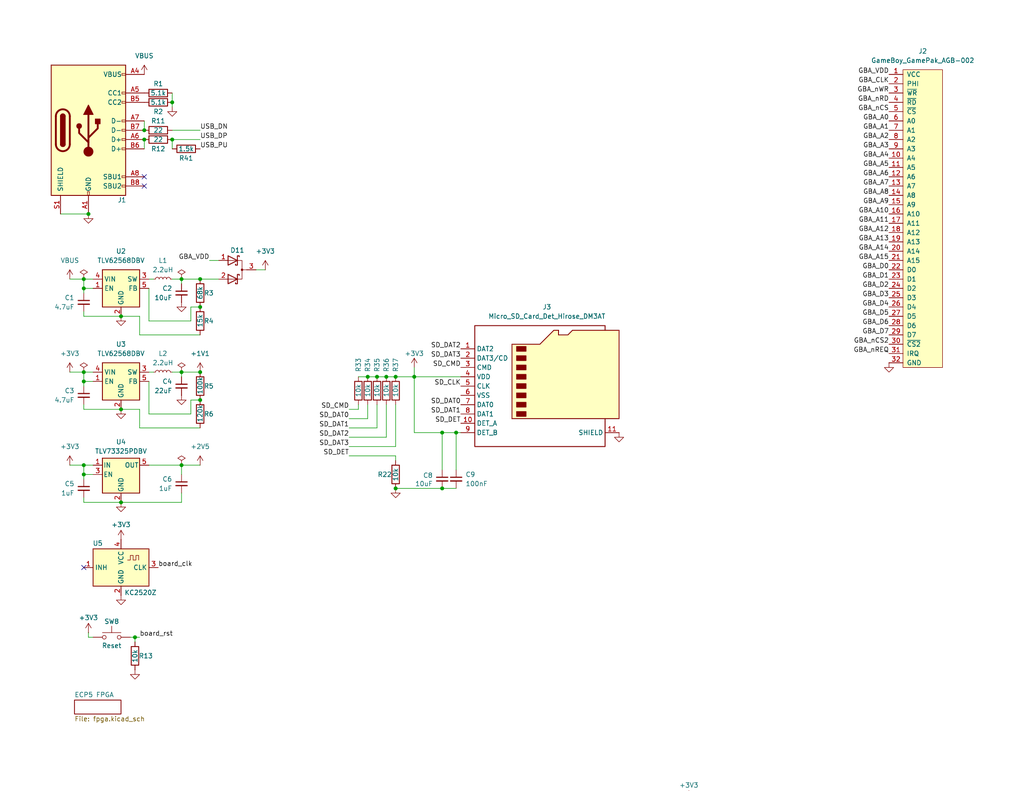
<source format=kicad_sch>
(kicad_sch (version 20231120) (generator "eeschema") (generator_version "8.0")
  (paper "USLetter")
  (title_block (title "GameBrian") (date "2024-09-07") (rev "0.1") (company "Author: Brian Hong") (comment 1 "MEIRLabs"))
  (lib_symbols
    (symbol "Connector:Conn_ARM_SWD_TagConnect_TC2030" (in_bom no)
      (property "Reference" "J" (at 2.54 11.43 0))
      (property "Value" "Conn_ARM_SWD_TagConnect_TC2030" (at 5.08 8.89 0))
      (symbol "Conn_ARM_SWD_TagConnect_TC2030_0_0"
        (pin power_in line (at -2.54 10.16 270) (length 2.54) (name "VCC") (number "1"))
        (pin bidirectional line (at 7.62 -2.54 180) (length 2.54) (name "SWDIO") (number "2"))
        (pin open_collector line (at 7.62 5.08 180) (length 2.54) (name "~{RESET}") (number "3"))
        (pin output line (at 7.62 0 180) (length 2.54) (name "SWCLK") (number "4"))
        (pin power_in line (at -2.54 -10.16 90) (length 2.54) (name "GND") (number "5"))
        (pin input line (at 7.62 -5.08 180) (length 2.54) (name "SWO") (number "6"))
      )
    )
    (symbol "Connector:Micro_SD_Card_Det_Hirose_DM3AT"
      (property "Reference" "J" (at -16.51 17.78 0))
      (property "Value" "Micro_SD_Card_Det_Hirose_DM3AT" (at 16.51 17.78 0))
      (symbol "Micro_SD_Card_Det_Hirose_DM3AT_1_1"
        (pin bidirectional line (at -22.86 10.16 0) (length 3.81) (name "DAT2") (number "1"))
        (pin passive line (at -22.86 -10.16 0) (length 3.81) (name "DET_A") (number "10"))
        (pin passive line (at 20.32 -12.7 180) (length 3.81) (name "SHIELD") (number "11"))
        (pin bidirectional line (at -22.86 7.62 0) (length 3.81) (name "DAT3/CD") (number "2"))
        (pin input line (at -22.86 5.08 0) (length 3.81) (name "CMD") (number "3"))
        (pin power_in line (at -22.86 2.54 0) (length 3.81) (name "VDD") (number "4"))
        (pin input line (at -22.86 0 0) (length 3.81) (name "CLK") (number "5"))
        (pin power_in line (at -22.86 -2.54 0) (length 3.81) (name "VSS") (number "6"))
        (pin bidirectional line (at -22.86 -5.08 0) (length 3.81) (name "DAT0") (number "7"))
        (pin bidirectional line (at -22.86 -7.62 0) (length 3.81) (name "DAT1") (number "8"))
        (pin passive line (at -22.86 -12.7 0) (length 3.81) (name "DET_B") (number "9"))
      )
    )
    (symbol "Connector:USB_C_Receptacle_USB2.0_16P" (pin_names (offset 1.016))
      (property "Reference" "J" (at 0 22.225 0))
      (property "Value" "USB_C_Receptacle_USB2.0_16P" (at 0 19.685 0))
      (symbol "USB_C_Receptacle_USB2.0_16P_1_1"
        (pin passive line (at 0 -22.86 90) (length 5.08) (name "GND") (number "A1"))
        (pin passive line (at 0 -22.86 90) (length 5.08) hide (name "GND") (number "A12"))
        (pin passive line (at 15.24 15.24 180) (length 5.08) (name "VBUS") (number "A4"))
        (pin bidirectional line (at 15.24 10.16 180) (length 5.08) (name "CC1") (number "A5"))
        (pin bidirectional line (at 15.24 -2.54 180) (length 5.08) (name "D+") (number "A6"))
        (pin bidirectional line (at 15.24 2.54 180) (length 5.08) (name "D-") (number "A7"))
        (pin bidirectional line (at 15.24 -12.7 180) (length 5.08) (name "SBU1") (number "A8"))
        (pin passive line (at 15.24 15.24 180) (length 5.08) hide (name "VBUS") (number "A9"))
        (pin passive line (at 0 -22.86 90) (length 5.08) hide (name "GND") (number "B1"))
        (pin passive line (at 0 -22.86 90) (length 5.08) hide (name "GND") (number "B12"))
        (pin passive line (at 15.24 15.24 180) (length 5.08) hide (name "VBUS") (number "B4"))
        (pin bidirectional line (at 15.24 7.62 180) (length 5.08) (name "CC2") (number "B5"))
        (pin bidirectional line (at 15.24 -5.08 180) (length 5.08) (name "D+") (number "B6"))
        (pin bidirectional line (at 15.24 0 180) (length 5.08) (name "D-") (number "B7"))
        (pin bidirectional line (at 15.24 -15.24 180) (length 5.08) (name "SBU2") (number "B8"))
        (pin passive line (at 15.24 15.24 180) (length 5.08) hide (name "VBUS") (number "B9"))
        (pin passive line (at -7.62 -22.86 90) (length 5.08) (name "SHIELD") (number "S1"))
      )
    )
    (symbol "Connector_GameBoy:GameBoy_GamePak_AGB-002" (pin_names (offset 1.016))
      (property "Reference" "J" (at -1.27 41.91 0))
      (property "Value" "GameBoy_GamePak_AGB-002" (at -5.08 -42.545 0))
      (symbol "GameBoy_GamePak_AGB-002_1_1"
        (pin passive line (at 3.81 39.37 180) (length 3.81) (name "VCC") (number "1"))
        (pin passive line (at 3.81 16.51 180) (length 3.81) (name "A4") (number "10"))
        (pin passive line (at 3.81 13.97 180) (length 3.81) (name "A5") (number "11"))
        (pin passive line (at 3.81 11.43 180) (length 3.81) (name "A6") (number "12"))
        (pin passive line (at 3.81 8.89 180) (length 3.81) (name "A7") (number "13"))
        (pin passive line (at 3.81 6.35 180) (length 3.81) (name "A8") (number "14"))
        (pin passive line (at 3.81 3.81 180) (length 3.81) (name "A9") (number "15"))
        (pin passive line (at 3.81 1.27 180) (length 3.81) (name "A10") (number "16"))
        (pin passive line (at 3.81 -1.27 180) (length 3.81) (name "A11") (number "17"))
        (pin passive line (at 3.81 -3.81 180) (length 3.81) (name "A12") (number "18"))
        (pin passive line (at 3.81 -6.35 180) (length 3.81) (name "A13") (number "19"))
        (pin passive line (at 3.81 36.83 180) (length 3.81) (name "PHI") (number "2"))
        (pin passive line (at 3.81 -8.89 180) (length 3.81) (name "A14") (number "20"))
        (pin passive line (at 3.81 -11.43 180) (length 3.81) (name "A15") (number "21"))
        (pin passive line (at 3.81 -13.97 180) (length 3.81) (name "D0") (number "22"))
        (pin passive line (at 3.81 -16.51 180) (length 3.81) (name "D1") (number "23"))
        (pin passive line (at 3.81 -19.05 180) (length 3.81) (name "D2") (number "24"))
        (pin passive line (at 3.81 -21.59 180) (length 3.81) (name "D3") (number "25"))
        (pin passive line (at 3.81 -24.13 180) (length 3.81) (name "D4") (number "26"))
        (pin passive line (at 3.81 -26.67 180) (length 3.81) (name "D5") (number "27"))
        (pin passive line (at 3.81 -29.21 180) (length 3.81) (name "D6") (number "28"))
        (pin passive line (at 3.81 -31.75 180) (length 3.81) (name "D7") (number "29"))
        (pin passive line (at 3.81 34.29 180) (length 3.81) (name "~{WR}") (number "3"))
        (pin passive line (at 3.81 -34.29 180) (length 3.81) (name "~{CS2}") (number "30"))
        (pin passive line (at 3.81 -36.83 180) (length 3.81) (name "IRQ") (number "31"))
        (pin passive line (at 3.81 -39.37 180) (length 3.81) (name "GND") (number "32"))
        (pin passive line (at 3.81 31.75 180) (length 3.81) (name "~{RD}") (number "4"))
        (pin passive line (at 3.81 29.21 180) (length 3.81) (name "~{CS}") (number "5"))
        (pin passive line (at 3.81 26.67 180) (length 3.81) (name "A0") (number "6"))
        (pin passive line (at 3.81 24.13 180) (length 3.81) (name "A1") (number "7"))
        (pin passive line (at 3.81 21.59 180) (length 3.81) (name "A2") (number "8"))
        (pin passive line (at 3.81 19.05 180) (length 3.81) (name "A3") (number "9"))
      )
    )
    (symbol "Connector_Generic:Conn_02x05_Odd_Even" (pin_names (offset 1.016) hide)
      (property "Reference" "J" (at 1.27 7.62 0))
      (property "Value" "Conn_02x05_Odd_Even" (at 1.27 -7.62 0))
      (symbol "Conn_02x05_Odd_Even_1_1"
        (pin passive line (at -5.08 5.08 0) (length 3.81) (name "Pin_1") (number "1"))
        (pin passive line (at 7.62 -5.08 180) (length 3.81) (name "Pin_10") (number "10"))
        (pin passive line (at 7.62 5.08 180) (length 3.81) (name "Pin_2") (number "2"))
        (pin passive line (at -5.08 2.54 0) (length 3.81) (name "Pin_3") (number "3"))
        (pin passive line (at 7.62 2.54 180) (length 3.81) (name "Pin_4") (number "4"))
        (pin passive line (at -5.08 0 0) (length 3.81) (name "Pin_5") (number "5"))
        (pin passive line (at 7.62 0 180) (length 3.81) (name "Pin_6") (number "6"))
        (pin passive line (at -5.08 -2.54 0) (length 3.81) (name "Pin_7") (number "7"))
        (pin passive line (at 7.62 -2.54 180) (length 3.81) (name "Pin_8") (number "8"))
        (pin passive line (at -5.08 -5.08 0) (length 3.81) (name "Pin_9") (number "9"))
      )
    )
    (symbol "Connector_Generic:Conn_02x08_Odd_Even" (pin_names (offset 1.016) hide)
      (property "Reference" "J" (at 1.27 10.16 0))
      (property "Value" "Conn_02x08_Odd_Even" (at 1.27 -12.7 0))
      (symbol "Conn_02x08_Odd_Even_1_1"
        (pin passive line (at -5.08 7.62 0) (length 3.81) (name "Pin_1") (number "1"))
        (pin passive line (at 7.62 -2.54 180) (length 3.81) (name "Pin_10") (number "10"))
        (pin passive line (at -5.08 -5.08 0) (length 3.81) (name "Pin_11") (number "11"))
        (pin passive line (at 7.62 -5.08 180) (length 3.81) (name "Pin_12") (number "12"))
        (pin passive line (at -5.08 -7.62 0) (length 3.81) (name "Pin_13") (number "13"))
        (pin passive line (at 7.62 -7.62 180) (length 3.81) (name "Pin_14") (number "14"))
        (pin passive line (at -5.08 -10.16 0) (length 3.81) (name "Pin_15") (number "15"))
        (pin passive line (at 7.62 -10.16 180) (length 3.81) (name "Pin_16") (number "16"))
        (pin passive line (at 7.62 7.62 180) (length 3.81) (name "Pin_2") (number "2"))
        (pin passive line (at -5.08 5.08 0) (length 3.81) (name "Pin_3") (number "3"))
        (pin passive line (at 7.62 5.08 180) (length 3.81) (name "Pin_4") (number "4"))
        (pin passive line (at -5.08 2.54 0) (length 3.81) (name "Pin_5") (number "5"))
        (pin passive line (at 7.62 2.54 180) (length 3.81) (name "Pin_6") (number "6"))
        (pin passive line (at -5.08 0 0) (length 3.81) (name "Pin_7") (number "7"))
        (pin passive line (at 7.62 0 180) (length 3.81) (name "Pin_8") (number "8"))
        (pin passive line (at -5.08 -2.54 0) (length 3.81) (name "Pin_9") (number "9"))
      )
    )
    (symbol "Custom:LFE5U-45F-7BG256x" (pin_names (offset 1.016))
      (property "Reference" "U" (at 3.81 6.35 0))
      (property "Value" "LFE5U-45F-7BG256x" (at 3.81 3.81 0))
      (symbol "LFE5U-45F-7BG256x_1_1"
        (pin power_in line (at 7.62 -15.24 90) (length 5.08) (name "GND[27]") (number "A1"))
        (pin power_in line (at 7.62 -15.24 90) (length 5.08) (name "GND[27]") (number "A16"))
        (pin power_in line (at 7.62 -15.24 90) (length 5.08) (name "GND[27]") (number "D15"))
        (pin power_in line (at 7.62 -15.24 90) (length 5.08) (name "GND[27]") (number "D2"))
        (pin power_in line (at 7.62 -15.24 90) (length 5.08) (name "GND[27]") (number "F8"))
        (pin power_in line (at 7.62 -15.24 90) (length 5.08) (name "GND[27]") (number "F9"))
        (pin power_in line (at 7.62 -15.24 90) (length 5.08) (name "GND[27]") (number "G10"))
        (pin power_in line (at 7.62 22.86 270) (length 5.08) (name "VCCAUX[2]") (number "G11"))
        (pin power_in line (at 10.16 22.86 270) (length 5.08) (name "VCC[6]") (number "G6"))
        (pin power_in line (at 10.16 22.86 270) (length 5.08) (name "VCC[6]") (number "G7"))
        (pin power_in line (at 7.62 -15.24 90) (length 5.08) (name "GND[27]") (number "G8"))
        (pin power_in line (at 10.16 22.86 270) (length 5.08) (name "VCC[6]") (number "G9"))
        (pin power_in line (at 7.62 -15.24 90) (length 5.08) (name "GND[27]") (number "H1"))
        (pin power_in line (at 7.62 -15.24 90) (length 5.08) (name "GND[27]") (number "H10"))
        (pin power_in line (at 7.62 -15.24 90) (length 5.08) (name "GND[27]") (number "H16"))
        (pin power_in line (at 7.62 -15.24 90) (length 5.08) (name "GND[27]") (number "H8"))
        (pin power_in line (at 7.62 -15.24 90) (length 5.08) (name "GND[27]") (number "H9"))
        (pin power_in line (at 7.62 -15.24 90) (length 5.08) (name "GND[27]") (number "J10"))
        (pin power_in line (at 7.62 -15.24 90) (length 5.08) (name "GND[27]") (number "J8"))
        (pin power_in line (at 7.62 -15.24 90) (length 5.08) (name "GND[27]") (number "J9"))
        (pin power_in line (at 7.62 -15.24 90) (length 5.08) (name "GND[27]") (number "K10"))
        (pin power_in line (at 7.62 -15.24 90) (length 5.08) (name "GND[27]") (number "K6"))
        (pin power_in line (at 7.62 -15.24 90) (length 5.08) (name "GND[27]") (number "K7"))
        (pin power_in line (at 7.62 -15.24 90) (length 5.08) (name "GND[27]") (number "K8"))
        (pin power_in line (at 7.62 -15.24 90) (length 5.08) (name "GND[27]") (number "K9"))
        (pin power_in line (at 10.16 22.86 270) (length 5.08) (name "VCC[6]") (number "L10"))
        (pin power_in line (at 7.62 22.86 270) (length 5.08) (name "VCCAUX[2]") (number "L7"))
        (pin power_in line (at 10.16 22.86 270) (length 5.08) (name "VCC[6]") (number "L8"))
        (pin power_in line (at 10.16 22.86 270) (length 5.08) (name "VCC[6]") (number "L9"))
        (pin power_in line (at 7.62 -15.24 90) (length 5.08) (name "GND[27]") (number "N15"))
        (pin power_in line (at 7.62 -15.24 90) (length 5.08) (name "GND[27]") (number "N2"))
        (pin power_in line (at 7.62 -15.24 90) (length 5.08) (name "GND[27]") (number "T1"))
        (pin power_in line (at 7.62 -15.24 90) (length 5.08) (name "GND[27]") (number "T12"))
        (pin power_in line (at 7.62 -15.24 90) (length 5.08) (name "GND[27]") (number "T16"))
        (pin power_in line (at 7.62 -15.24 90) (length 5.08) (name "GND[27]") (number "T5"))
      )
      (symbol "LFE5U-45F-7BG256x_2_1"
        (pin bidirectional line (at 0 0 0) (length 5.08) (name "PT4A/+/ULC_GPLL1T_IN") (number "A2"))
        (pin bidirectional line (at 0 -5.08 0) (length 5.08) (name "PT6A/+") (number "A3"))
        (pin bidirectional line (at 0 -7.62 0) (length 5.08) (name "PT6B/-") (number "A4"))
        (pin bidirectional line (at 0 -30.48 0) (length 5.08) (name "PT18A/+") (number "A5"))
        (pin bidirectional line (at 0 -33.02 0) (length 5.08) (name "PT18B/-") (number "A6"))
        (pin bidirectional line (at 0 -55.88 0) (length 5.08) (name "PT38A/+/PCLKT0_0") (number "A7"))
        (pin bidirectional line (at 0 -58.42 0) (length 5.08) (name "PT38B/-/PCLKC0_0") (number "A8"))
        (pin bidirectional line (at 0 -2.54 0) (length 5.08) (name "PT4B/-/ULC_GPLL1C_IN") (number "B3"))
        (pin bidirectional line (at 0 -17.78 0) (length 5.08) (name "PT11B/-") (number "B4"))
        (pin bidirectional line (at 0 -27.94 0) (length 5.08) (name "PT15B/-") (number "B5"))
        (pin bidirectional line (at 0 -43.18 0) (length 5.08) (name "PT31B/-") (number "B6"))
        (pin bidirectional line (at 0 -53.34 0) (length 5.08) (name "PT36B/-/PCLKC0_1") (number "B7"))
        (pin bidirectional line (at 0 -15.24 0) (length 5.08) (name "PT11A/+") (number "C4"))
        (pin bidirectional line (at 0 -25.4 0) (length 5.08) (name "PT15A/+") (number "C5"))
        (pin bidirectional line (at 0 -40.64 0) (length 5.08) (name "PT31A/+") (number "C6"))
        (pin bidirectional line (at 0 -50.8 0) (length 5.08) (name "PT36A/+/PCLKT0_1") (number "C7"))
        (pin bidirectional line (at 0 -12.7 0) (length 5.08) (name "PT9B/-") (number "D4"))
        (pin bidirectional line (at 0 -22.86 0) (length 5.08) (name "PT13B/-") (number "D5"))
        (pin bidirectional line (at 0 -38.1 0) (length 5.08) (name "PT20B/-") (number "D6"))
        (pin bidirectional line (at 0 -48.26 0) (length 5.08) (name "PT33B/-/GR_PCLK0_0") (number "D7"))
        (pin bidirectional line (at 0 -10.16 0) (length 5.08) (name "PT9A/+") (number "E4"))
        (pin bidirectional line (at 0 -20.32 0) (length 5.08) (name "PT13A/+") (number "E5"))
        (pin bidirectional line (at 0 -35.56 0) (length 5.08) (name "PT20A/+") (number "E6"))
        (pin bidirectional line (at 0 -45.72 0) (length 5.08) (name "PT33A/+/GR_PCLK0_1") (number "E7"))
        (pin power_in line (at 35.56 22.86 270) (length 5.08) (name "VCCIO0[2]") (number "F6"))
        (pin power_in line (at 35.56 22.86 270) (length 5.08) (name "VCCIO0[2]") (number "F7"))
      )
      (symbol "LFE5U-45F-7BG256x_3_1"
        (pin bidirectional line (at 0 -22.86 0) (length 5.08) (name "PT51B/-") (number "A10"))
        (pin bidirectional line (at 0 -45.72 0) (length 5.08) (name "PT71A/+") (number "A11"))
        (pin bidirectional line (at 0 -48.26 0) (length 5.08) (name "PT71B/-") (number "A12"))
        (pin bidirectional line (at 0 -71.12 0) (length 5.08) (name "PT83A/+") (number "A13"))
        (pin bidirectional line (at 0 -73.66 0) (length 5.08) (name "PT83B/-") (number "A14"))
        (pin bidirectional line (at 0 -78.74 0) (length 5.08) (name "PT85B/-/URC_GPLL1C_IN") (number "A15"))
        (pin bidirectional line (at 0 -20.32 0) (length 5.08) (name "PT51A/+") (number "A9"))
        (pin bidirectional line (at 0 -25.4 0) (length 5.08) (name "PT53A/+") (number "B10"))
        (pin bidirectional line (at 0 -35.56 0) (length 5.08) (name "PT58A/+") (number "B11"))
        (pin bidirectional line (at 0 -50.8 0) (length 5.08) (name "PT74A/+") (number "B12"))
        (pin bidirectional line (at 0 -60.96 0) (length 5.08) (name "PT78A/+") (number "B13"))
        (pin bidirectional line (at 0 -76.2 0) (length 5.08) (name "PT85A/+/URC_GPLL1T_IN") (number "B14"))
        (pin bidirectional line (at 0 -7.62 0) (length 5.08) (name "PT44B/-/PCLKC1_0") (number "B8"))
        (pin bidirectional line (at 0 -10.16 0) (length 5.08) (name "PT47A/+/GR_PCLK1_0") (number "B9"))
        (pin bidirectional line (at 0 -27.94 0) (length 5.08) (name "PT53B/-") (number "C10"))
        (pin bidirectional line (at 0 -38.1 0) (length 5.08) (name "PT58B/-") (number "C11"))
        (pin bidirectional line (at 0 -53.34 0) (length 5.08) (name "PT74B/-") (number "C12"))
        (pin bidirectional line (at 0 -63.5 0) (length 5.08) (name "PT78B/-") (number "C13"))
        (pin bidirectional line (at 0 -5.08 0) (length 5.08) (name "PT44A/+/PCLKT1_0") (number "C8"))
        (pin bidirectional line (at 0 -12.7 0) (length 5.08) (name "PT47B/-/GR_PCLK1_1") (number "C9"))
        (pin bidirectional line (at 0 -30.48 0) (length 5.08) (name "PT56A/+") (number "D10"))
        (pin bidirectional line (at 0 -40.64 0) (length 5.08) (name "PT69A/+") (number "D11"))
        (pin bidirectional line (at 0 -55.88 0) (length 5.08) (name "PT76A/+") (number "D12"))
        (pin bidirectional line (at 0 -66.04 0) (length 5.08) (name "PT80A/+") (number "D13"))
        (pin bidirectional line (at 0 -2.54 0) (length 5.08) (name "PT42B/-/PCLKC1_1") (number "D8"))
        (pin bidirectional line (at 0 -15.24 0) (length 5.08) (name "PT49A/+") (number "D9"))
        (pin bidirectional line (at 0 -33.02 0) (length 5.08) (name "PT56B/-") (number "E10"))
        (pin bidirectional line (at 0 -43.18 0) (length 5.08) (name "PT69B/-") (number "E11"))
        (pin bidirectional line (at 0 -58.42 0) (length 5.08) (name "PT76B/-") (number "E12"))
        (pin bidirectional line (at 0 -68.58 0) (length 5.08) (name "PT80B/-") (number "E13"))
        (pin bidirectional line (at 0 0 0) (length 5.08) (name "PT42A/+/PCLKT1_1") (number "E8"))
        (pin bidirectional line (at 0 -17.78 0) (length 5.08) (name "PT49B/-") (number "E9"))
        (pin power_in line (at 38.1 22.86 270) (length 5.08) (name "VCCIO1[2]") (number "F10"))
        (pin power_in line (at 38.1 22.86 270) (length 5.08) (name "VCCIO1[2]") (number "F11"))
      )
      (symbol "LFE5U-45F-7BG256x_4_1"
        (pin bidirectional line (at 0 -2.54 0) (length 5.08) (name "PR11B/-/URC_GPLL0C_IN/HS/RDQ17") (number "B15"))
        (pin bidirectional line (at 0 0 0) (length 5.08) (name "PR11A/+/URC_GPLL0T_IN/HS/RDQ17") (number "B16"))
        (pin bidirectional line (at 0 -5.08 0) (length 5.08) (name "PR11C/+/RDQ17") (number "C14"))
        (pin bidirectional line (at 0 -12.7 0) (length 5.08) (name "PR14B/-/HS/RDQ17") (number "C15"))
        (pin bidirectional line (at 0 -10.16 0) (length 5.08) (name "PR14A/+/HS/RDQ17") (number "C16"))
        (pin bidirectional line (at 0 -7.62 0) (length 5.08) (name "PR11D/-/RDQ17") (number "D14"))
        (pin bidirectional line (at 0 -20.32 0) (length 5.08) (name "PR17A/+/HS/RDQS17") (number "D16"))
        (pin bidirectional line (at 0 -15.24 0) (length 5.08) (name "PR14C/+/RDQ17") (number "E14"))
        (pin bidirectional line (at 0 -22.86 0) (length 5.08) (name "PR17B/-/HS/RDQSN17") (number "E15"))
        (pin bidirectional line (at 0 -38.1 0) (length 5.08) (name "PR20D/-/RDQ17") (number "E16"))
        (pin bidirectional line (at 0 -27.94 0) (length 5.08) (name "PR17D/-/RDQ17") (number "F12"))
        (pin bidirectional line (at 0 -25.4 0) (length 5.08) (name "PR17C/+/RDQ17") (number "F13"))
        (pin bidirectional line (at 0 -17.78 0) (length 5.08) (name "PR14D/-/RDQ17") (number "F14"))
        (pin bidirectional line (at 0 -35.56 0) (length 5.08) (name "PR20C/+/RDQ17") (number "F15"))
        (pin bidirectional line (at 0 -40.64 0) (length 5.08) (name "PR23A/+/HS/RDQ29") (number "F16"))
        (pin bidirectional line (at 0 -30.48 0) (length 5.08) (name "PR20A/+/HS/RDQ17") (number "G12"))
        (pin bidirectional line (at 0 -33.02 0) (length 5.08) (name "PR20B/-/HS/RDQ17") (number "G13"))
        (pin bidirectional line (at 0 -45.72 0) (length 5.08) (name "PR23C/+/VREF1_2/RDQ29") (number "G14"))
        (pin bidirectional line (at 0 -43.18 0) (length 5.08) (name "PR23B/-/HS/RDQ29") (number "G15"))
        (pin bidirectional line (at 0 -60.96 0) (length 5.08) (name "PR29A/+/GR_PCLK2_1/HS/RDQS29") (number "G16"))
        (pin power_in line (at 48.26 22.86 270) (length 5.08) (name "VCCIO2[2]") (number "H11"))
        (pin bidirectional line (at 0 -50.8 0) (length 5.08) (name "PR26A/+/HS/RDQ29") (number "H12"))
        (pin bidirectional line (at 0 -53.34 0) (length 5.08) (name "PR26B/-/HS/RDQ29") (number "H13"))
        (pin bidirectional line (at 0 -48.26 0) (length 5.08) (name "PR23D/-/RDQ29") (number "H14"))
        (pin bidirectional line (at 0 -63.5 0) (length 5.08) (name "PR29B/-/HS/RDQSN29") (number "H15"))
        (pin power_in line (at 48.26 22.86 270) (length 5.08) (name "VCCIO2[2]") (number "J11"))
        (pin bidirectional line (at 0 -58.42 0) (length 5.08) (name "PR26D/-/RDQ29") (number "J12"))
        (pin bidirectional line (at 0 -55.88 0) (length 5.08) (name "PR26C/+/RDQ29") (number "J13"))
        (pin bidirectional line (at 0 -66.04 0) (length 5.08) (name "PR29C/+/GR_PCLK2_0/RDQ29") (number "J14"))
        (pin bidirectional line (at 0 -73.66 0) (length 5.08) (name "PR32B/-/PCLKC2_1/HS/RDQ29") (number "J15"))
        (pin bidirectional line (at 0 -71.12 0) (length 5.08) (name "PR32A/+/PCLKT2_1/HS/RDQ29") (number "J16"))
        (pin bidirectional line (at 0 -68.58 0) (length 5.08) (name "PR29D/-/RDQ29") (number "K14"))
        (pin bidirectional line (at 0 -78.74 0) (length 5.08) (name "PR32D/-/PCLKC2_0/RDQ29") (number "K15"))
        (pin bidirectional line (at 0 -76.2 0) (length 5.08) (name "PR32C/+/PCLKT2_0/RDQ29") (number "K16"))
      )
      (symbol "LFE5U-45F-7BG256x_5_1"
        (pin power_in line (at 45.72 22.86 270) (length 5.08) (name "VCCIO3[2]") (number "K11"))
        (pin bidirectional line (at 0 -12.7 0) (length 5.08) (name "PR38B/-/HS/RDQ41") (number "K12"))
        (pin bidirectional line (at 0 -10.16 0) (length 5.08) (name "PR38A/+/GR_PCLK3_0/HS/RDQ41") (number "K13"))
        (pin power_in line (at 45.72 22.86 270) (length 5.08) (name "VCCIO3[2]") (number "L11"))
        (pin bidirectional line (at 0 -17.78 0) (length 5.08) (name "PR38D/-/RDQ41") (number "L12"))
        (pin bidirectional line (at 0 -15.24 0) (length 5.08) (name "PR38C/+/GR_PCLK3_1/RDQ41") (number "L13"))
        (pin bidirectional line (at 0 -25.4 0) (length 5.08) (name "PR41C/+/RDQ41") (number "L14"))
        (pin bidirectional line (at 0 -2.54 0) (length 5.08) (name "PR35B/-/PCLKC3_1/HS/RDQ41") (number "L15"))
        (pin bidirectional line (at 0 0 0) (length 5.08) (name "PR35A/+/PCLKT3_1/HS/RDQ41") (number "L16"))
        (pin bidirectional line (at 0 -71.12 0) (length 5.08) (name "PR68A/+/HS/RDQ65") (number "M11"))
        (pin bidirectional line (at 0 -66.04 0) (length 5.08) (name "PR65C/+/RDQ65") (number "M12"))
        (pin bidirectional line (at 0 -35.56 0) (length 5.08) (name "PR44C/+/RDQ41") (number "M13"))
        (pin bidirectional line (at 0 -27.94 0) (length 5.08) (name "PR41D/-/RDQ41") (number "M14"))
        (pin bidirectional line (at 0 -7.62 0) (length 5.08) (name "PR35D/-/PCLKC3_0/RDQ41") (number "M15"))
        (pin bidirectional line (at 0 -5.08 0) (length 5.08) (name "PR35C/+/PCLKT3_0/RDQ41") (number "M16"))
        (pin bidirectional line (at 0 -73.66 0) (length 5.08) (name "PR68B/-/HS/RDQ65") (number "N11"))
        (pin bidirectional line (at 0 -68.58 0) (length 5.08) (name "PR65D/-/RDQ65") (number "N12"))
        (pin bidirectional line (at 0 -40.64 0) (length 5.08) (name "PR59A/+/HS/RDQ65") (number "N13"))
        (pin bidirectional line (at 0 -38.1 0) (length 5.08) (name "PR44D/-/RDQ41") (number "N14"))
        (pin bidirectional line (at 0 -20.32 0) (length 5.08) (name "PR41A/+/HS/RDQS41") (number "N16"))
        (pin bidirectional line (at 0 -76.2 0) (length 5.08) (name "PR68C/+/LRC_GPLL0T_IN/RDQ65") (number "P11"))
        (pin bidirectional line (at 0 -78.74 0) (length 5.08) (name "PR68D/-/LRC_GPLL0C_IN/RDQ65") (number "P12"))
        (pin bidirectional line (at 0 -50.8 0) (length 5.08) (name "PR62A/+/HS/RDQ65") (number "P13"))
        (pin bidirectional line (at 0 -43.18 0) (length 5.08) (name "PR59B/-/HS/RDQ65") (number "P14"))
        (pin bidirectional line (at 0 -22.86 0) (length 5.08) (name "PR41B/-/HS/RDQSN41") (number "P15"))
        (pin bidirectional line (at 0 -30.48 0) (length 5.08) (name "PR44A/+/HS/RDQ41") (number "P16"))
        (pin bidirectional line (at 0 -60.96 0) (length 5.08) (name "PR65A/+/HS/RDQS65") (number "R12"))
        (pin bidirectional line (at 0 -55.88 0) (length 5.08) (name "PR62C/+/RDQ65") (number "R13"))
        (pin bidirectional line (at 0 -53.34 0) (length 5.08) (name "PR62B/-/HS/RDQ65") (number "R14"))
        (pin bidirectional line (at 0 -45.72 0) (length 5.08) (name "PR59C/+/RDQ65") (number "R15"))
        (pin bidirectional line (at 0 -33.02 0) (length 5.08) (name "PR44B/-/VREF1_3/HS/RDQ41") (number "R16"))
        (pin bidirectional line (at 0 -63.5 0) (length 5.08) (name "PR65B/-/HS/RDQSN65") (number "T13"))
        (pin bidirectional line (at 0 -58.42 0) (length 5.08) (name "PR62D/-/RDQ65") (number "T14"))
        (pin bidirectional line (at 0 -48.26 0) (length 5.08) (name "PR59D/-/RDQ65") (number "T15"))
      )
      (symbol "LFE5U-45F-7BG256x_6_1"
        (pin power_in line (at 45.72 22.86 270) (length 5.08) (name "VCCIO6[2]") (number "J6"))
        (pin power_in line (at 45.72 22.86 270) (length 5.08) (name "VCCIO6[2]") (number "J7"))
        (pin bidirectional line (at 0 -10.16 0) (length 5.08) (name "PL38A/+/GR_PCLK6_0/HS/LDQ41") (number "K4"))
        (pin bidirectional line (at 0 -12.7 0) (length 5.08) (name "PL38B/-/HS/LDQ41") (number "K5"))
        (pin bidirectional line (at 0 0 0) (length 5.08) (name "PL35A/+/PCLKT6_1/HS/LDQ41") (number "L1"))
        (pin bidirectional line (at 0 -2.54 0) (length 5.08) (name "PL35B/-/PCLKC6_1/HS/LDQ41") (number "L2"))
        (pin bidirectional line (at 0 -25.4 0) (length 5.08) (name "PL41C/+/LDQ41") (number "L3"))
        (pin bidirectional line (at 0 -15.24 0) (length 5.08) (name "PL38C/+/GR_PCLK6_1/LDQ41") (number "L4"))
        (pin bidirectional line (at 0 -17.78 0) (length 5.08) (name "PL38D/-/LDQ41") (number "L5"))
        (pin bidirectional line (at 0 -5.08 0) (length 5.08) (name "PL35C/+/PCLKT6_0/LDQ41") (number "M1"))
        (pin bidirectional line (at 0 -7.62 0) (length 5.08) (name "PL35D/-/PCLKC6_0/LDQ41") (number "M2"))
        (pin bidirectional line (at 0 -27.94 0) (length 5.08) (name "PL41D/-/LDQ41") (number "M3"))
        (pin bidirectional line (at 0 -35.56 0) (length 5.08) (name "PL44C/+/LDQ41") (number "M4"))
        (pin bidirectional line (at 0 -66.04 0) (length 5.08) (name "PL65C/+/LDQ65") (number "M5"))
        (pin bidirectional line (at 0 -71.12 0) (length 5.08) (name "PL68A/+/HS/LDQ65") (number "M6"))
        (pin bidirectional line (at 0 -20.32 0) (length 5.08) (name "PL41A/+/HS/LDQS41") (number "N1"))
        (pin bidirectional line (at 0 -38.1 0) (length 5.08) (name "PL44D/-/LDQ41") (number "N3"))
        (pin bidirectional line (at 0 -40.64 0) (length 5.08) (name "PL59A/+/HS/LDQ65") (number "N4"))
        (pin bidirectional line (at 0 -68.58 0) (length 5.08) (name "PL65D/-/LDQ65") (number "N5"))
        (pin bidirectional line (at 0 -73.66 0) (length 5.08) (name "PL68B/-/HS/LDQ65") (number "N6"))
        (pin bidirectional line (at 0 -30.48 0) (length 5.08) (name "PL44A/+/HS/LDQ41") (number "P1"))
        (pin bidirectional line (at 0 -22.86 0) (length 5.08) (name "PL41B/-/HS/LDQSN41") (number "P2"))
        (pin bidirectional line (at 0 -43.18 0) (length 5.08) (name "PL59B/-/HS/LDQ65") (number "P3"))
        (pin bidirectional line (at 0 -50.8 0) (length 5.08) (name "PL62A/+/HS/LDQ65") (number "P4"))
        (pin bidirectional line (at 0 -78.74 0) (length 5.08) (name "PL68D/-/LLC_GPLL0C_IN/LDQ65") (number "P5"))
        (pin bidirectional line (at 0 -76.2 0) (length 5.08) (name "PL68C/+/LLC_GPLL0T_IN/LDQ65") (number "P6"))
        (pin bidirectional line (at 0 -33.02 0) (length 5.08) (name "PL44B/-/VREF1_6/HS/LDQ41") (number "R1"))
        (pin bidirectional line (at 0 -45.72 0) (length 5.08) (name "PL59C/+/LDQ65") (number "R2"))
        (pin bidirectional line (at 0 -53.34 0) (length 5.08) (name "PL62B/-/HS/LDQ65") (number "R3"))
        (pin bidirectional line (at 0 -55.88 0) (length 5.08) (name "PL62C/+/LDQ65") (number "R4"))
        (pin bidirectional line (at 0 -60.96 0) (length 5.08) (name "PL65A/+/HS/LDQS65") (number "R5"))
        (pin bidirectional line (at 0 -48.26 0) (length 5.08) (name "PL59D/-/LDQ65") (number "T2"))
        (pin bidirectional line (at 0 -58.42 0) (length 5.08) (name "PL62D/-/LDQ65") (number "T3"))
        (pin bidirectional line (at 0 -63.5 0) (length 5.08) (name "PL65B/-/HS/LDQSN65") (number "T4"))
      )
      (symbol "LFE5U-45F-7BG256x_7_1"
        (pin bidirectional line (at 0 0 0) (length 5.08) (name "PL11A/+/ULC_GPLL0T_IN/HS/LDQ17") (number "B1"))
        (pin bidirectional line (at 0 -2.54 0) (length 5.08) (name "PL11B/-/ULC_GPLL0C_IN/HS/LDQ17") (number "B2"))
        (pin bidirectional line (at 0 -10.16 0) (length 5.08) (name "PL14A/+/HS/LDQ17") (number "C1"))
        (pin bidirectional line (at 0 -12.7 0) (length 5.08) (name "PL14B/-/HS/LDQ17") (number "C2"))
        (pin bidirectional line (at 0 -5.08 0) (length 5.08) (name "PL11C/+/LDQ17") (number "C3"))
        (pin bidirectional line (at 0 -20.32 0) (length 5.08) (name "PL17A/+/HS/LDQS17") (number "D1"))
        (pin bidirectional line (at 0 -7.62 0) (length 5.08) (name "PL11D/-/LDQ17") (number "D3"))
        (pin bidirectional line (at 0 -38.1 0) (length 5.08) (name "PL20D/-/LDQ17") (number "E1"))
        (pin bidirectional line (at 0 -22.86 0) (length 5.08) (name "PL17B/-/HS/LDQSN17") (number "E2"))
        (pin bidirectional line (at 0 -15.24 0) (length 5.08) (name "PL14C/+/LDQ17") (number "E3"))
        (pin bidirectional line (at 0 -40.64 0) (length 5.08) (name "PL23A/+/HS/LDQ29") (number "F1"))
        (pin bidirectional line (at 0 -35.56 0) (length 5.08) (name "PL20C/+/LDQ17") (number "F2"))
        (pin bidirectional line (at 0 -17.78 0) (length 5.08) (name "PL14D/-/LDQ17") (number "F3"))
        (pin bidirectional line (at 0 -25.4 0) (length 5.08) (name "PL17C/+/LDQ17") (number "F4"))
        (pin bidirectional line (at 0 -27.94 0) (length 5.08) (name "PL17D/-/LDQ17") (number "F5"))
        (pin bidirectional line (at 0 -60.96 0) (length 5.08) (name "PL29A/+/GR_PCLK7_1/HS/LDQS29") (number "G1"))
        (pin bidirectional line (at 0 -43.18 0) (length 5.08) (name "PL23B/-/HS/LDQ29") (number "G2"))
        (pin bidirectional line (at 0 -45.72 0) (length 5.08) (name "PL23C/+/VREF1_7/LDQ29") (number "G3"))
        (pin bidirectional line (at 0 -33.02 0) (length 5.08) (name "PL20B/-/HS/LDQ17") (number "G4"))
        (pin bidirectional line (at 0 -30.48 0) (length 5.08) (name "PL20A/+/HS/LDQ17") (number "G5"))
        (pin bidirectional line (at 0 -63.5 0) (length 5.08) (name "PL29B/-/HS/LDQSN29") (number "H2"))
        (pin bidirectional line (at 0 -48.26 0) (length 5.08) (name "PL23D/-/LDQ29") (number "H3"))
        (pin bidirectional line (at 0 -53.34 0) (length 5.08) (name "PL26B/-/HS/LDQ29") (number "H4"))
        (pin bidirectional line (at 0 -50.8 0) (length 5.08) (name "PL26A/+/HS/LDQ29") (number "H5"))
        (pin power_in line (at 48.26 22.86 270) (length 5.08) (name "VCCIO7[2]") (number "H6"))
        (pin power_in line (at 48.26 22.86 270) (length 5.08) (name "VCCIO7[2]") (number "H7"))
        (pin bidirectional line (at 0 -71.12 0) (length 5.08) (name "PL32A/+/PCLKT7_1/HS/LDQ29") (number "J1"))
        (pin bidirectional line (at 0 -73.66 0) (length 5.08) (name "PL32B/-/PCLKC7_1/HS/LDQ29") (number "J2"))
        (pin bidirectional line (at 0 -66.04 0) (length 5.08) (name "PL29C/+/GR_PCLK7_0/LDQ29") (number "J3"))
        (pin bidirectional line (at 0 -55.88 0) (length 5.08) (name "PL26C/+/LDQ29") (number "J4"))
        (pin bidirectional line (at 0 -58.42 0) (length 5.08) (name "PL26D/-/LDQ29") (number "J5"))
        (pin bidirectional line (at 0 -76.2 0) (length 5.08) (name "PL32C/+/PCLKT7_0/LDQ29") (number "K1"))
        (pin bidirectional line (at 0 -78.74 0) (length 5.08) (name "PL32D/-/PCLKC7_0/LDQ29") (number "K2"))
        (pin bidirectional line (at 0 -68.58 0) (length 5.08) (name "PL29D/-/LDQ29") (number "K3"))
      )
      (symbol "LFE5U-45F-7BG256x_8_1"
        (pin power_in line (at 50.8 17.78 270) (length 5.08) (name "VCCIO8") (number "L6"))
        (pin bidirectional line (at 0 -27.94 0) (length 5.08) (name "PB9B/-/D2/IO2") (number "M7"))
        (pin bidirectional line (at 0 -43.18 0) (length 5.08) (name "PB15B/-/DOUT/CSON") (number "M8"))
        (pin bidirectional line (at 0 -45.72 0) (length 5.08) (name "PB18A/WRITEN") (number "M9"))
        (pin bidirectional line (at 0 -2.54 0) (length 5.08) (name "CFG_0") (number "N10"))
        (pin bidirectional line (at 0 -25.4 0) (length 5.08) (name "PB9A/+/D3/IO3") (number "N7"))
        (pin bidirectional line (at 0 -40.64 0) (length 5.08) (name "PB15A/+/HOLDN/DI/BUSY/CSSPIN/CEN") (number "N8"))
        (pin bidirectional line (at 0 0 0) (length 5.08) (name "CCLK/MCLK/SCK") (number "N9"))
        (pin bidirectional line (at 0 -5.08 0) (length 5.08) (name "CFG_1") (number "P10"))
        (pin bidirectional line (at 0 -22.86 0) (length 5.08) (name "PB6B/-/D4/MOSI2/IO4") (number "P7"))
        (pin bidirectional line (at 0 -38.1 0) (length 5.08) (name "PB13B/-/CS1N") (number "P8"))
        (pin bidirectional line (at 0 -10.16 0) (length 5.08) (name "DONE") (number "P9"))
        (pin bidirectional line (at 0 -7.62 0) (length 5.08) (name "CFG_2") (number "R10"))
        (pin bidirectional line (at 0 -17.78 0) (length 5.08) (name "PB4B/-/D6/IO6") (number "R6"))
        (pin bidirectional line (at 0 -20.32 0) (length 5.08) (name "PB6A/+/D5/MISO2/IO5") (number "R7"))
        (pin bidirectional line (at 0 -35.56 0) (length 5.08) (name "PB13A/+/SN/CSN") (number "R8"))
        (pin bidirectional line (at 0 -48.26 0) (length 5.08) (name "PROGRAMN") (number "R9"))
        (pin bidirectional line (at 0 -15.24 0) (length 5.08) (name "PB4A/+/D7/IO7") (number "T6"))
        (pin bidirectional line (at 0 -30.48 0) (length 5.08) (name "PB11A/+/D1/MISO/IO1") (number "T7"))
        (pin bidirectional line (at 0 -33.02 0) (length 5.08) (name "PB11B/-/D0/MOSI/IO0") (number "T8"))
        (pin bidirectional line (at 0 -12.7 0) (length 5.08) (name "INITN") (number "T9"))
      )
      (symbol "LFE5U-45F-7BG256x_9_1"
        (pin bidirectional line (at 0 -5.08 0) (length 5.08) (name "TDO") (number "M10"))
        (pin bidirectional line (at 0 -2.54 0) (length 5.08) (name "TDI") (number "R11"))
        (pin bidirectional line (at 0 0 0) (length 5.08) (name "TCK") (number "T10"))
        (pin bidirectional line (at 0 -7.62 0) (length 5.08) (name "TMS") (number "T11"))
      )
    )
    (symbol "Device:C_Small" (pin_numbers hide) (pin_names (offset 0.254) hide)
      (property "Reference" "C" (at 0.254 1.778 0))
      (property "Value" "C_Small" (at 0.254 -2.032 0))
      (symbol "C_Small_1_1"
        (pin passive line (at 0 2.54 270) (length 2.032) (name "~") (number "1"))
        (pin passive line (at 0 -2.54 90) (length 2.032) (name "~") (number "2"))
      )
    )
    (symbol "Device:D_Schottky_Dual_CommonCathode_AAK_Parallel" (pin_names (offset 0.762) hide)
      (property "Reference" "D" (at 0 5.08 0))
      (property "Value" "D_Schottky_Dual_CommonCathode_AAK_Parallel" (at 0 -5.08 0))
      (symbol "D_Schottky_Dual_CommonCathode_AAK_Parallel_0_1"
        (pin passive line (at -5.08 2.54 0) (length 2.54) (name "K") (number "1"))
        (pin passive line (at -5.08 -2.54 0) (length 2.54) (name "K") (number "2"))
        (pin passive line (at 5.08 0 180) (length 2.54) (name "A") (number "3"))
      )
    )
    (symbol "Device:LED" (pin_numbers hide) (pin_names (offset 1.016) hide)
      (property "Reference" "D" (at 0 2.54 0))
      (property "Value" "LED" (at 0 -2.54 0))
      (symbol "LED_1_1"
        (pin passive line (at -3.81 0 0) (length 2.54) (name "K") (number "1"))
        (pin passive line (at 3.81 0 180) (length 2.54) (name "A") (number "2"))
      )
    )
    (symbol "Device:L_Small" (pin_numbers hide) (pin_names (offset 0.254) hide)
      (property "Reference" "L" (at 0.762 1.016 0))
      (property "Value" "L_Small" (at 0.762 -1.016 0))
      (symbol "L_Small_1_1"
        (pin passive line (at 0 2.54 270) (length 0.508) (name "~") (number "1"))
        (pin passive line (at 0 -2.54 90) (length 0.508) (name "~") (number "2"))
      )
    )
    (symbol "Device:Q_NMOS_GSD" (pin_names (offset 0) hide)
      (property "Reference" "Q" (at 5.08 1.27 0))
      (property "Value" "Q_NMOS_GSD" (at 5.08 -1.27 0))
      (symbol "Q_NMOS_GSD_1_1"
        (pin input line (at -5.08 0 0) (length 2.54) (name "G") (number "1"))
        (pin passive line (at 2.54 -5.08 90) (length 2.54) (name "S") (number "2"))
        (pin passive line (at 2.54 5.08 270) (length 2.54) (name "D") (number "3"))
      )
    )
    (symbol "Device:R" (pin_numbers hide) (pin_names (offset 0))
      (property "Reference" "R" (at 2.032 0 90))
      (property "Value" "R" (at 0 0 90))
      (symbol "R_1_1"
        (pin passive line (at 0 3.81 270) (length 1.27) (name "~") (number "1"))
        (pin passive line (at 0 -3.81 90) (length 1.27) (name "~") (number "2"))
      )
    )
    (symbol "GameBrian:LFE5U-45F-7BG256x" (pin_names (offset 1.016))
      (property "Reference" "U" (at 3.81 6.35 0))
      (property "Value" "LFE5U-45F-7BG256x" (at 3.81 3.81 0))
      (property "DIGIKEY" "LFE5U-45F-7BG256C-ND" (at 0 0 0))
      (symbol "LFE5U-45F-7BG256x_1_1"
        (pin power_in line (at 7.62 -15.24 90) (length 5.08) (name "GND[27]") (number "A1"))
        (pin power_in line (at 7.62 -15.24 90) (length 5.08) (name "GND[27]") (number "A16"))
        (pin power_in line (at 7.62 -15.24 90) (length 5.08) (name "GND[27]") (number "D15"))
        (pin power_in line (at 7.62 -15.24 90) (length 5.08) (name "GND[27]") (number "D2"))
        (pin power_in line (at 7.62 -15.24 90) (length 5.08) (name "GND[27]") (number "F8"))
        (pin power_in line (at 7.62 -15.24 90) (length 5.08) (name "GND[27]") (number "F9"))
        (pin power_in line (at 7.62 -15.24 90) (length 5.08) (name "GND[27]") (number "G10"))
        (pin power_in line (at 7.62 22.86 270) (length 5.08) (name "VCCAUX[2]") (number "G11"))
        (pin power_in line (at 10.16 22.86 270) (length 5.08) (name "VCC[6]") (number "G6"))
        (pin power_in line (at 10.16 22.86 270) (length 5.08) (name "VCC[6]") (number "G7"))
        (pin power_in line (at 7.62 -15.24 90) (length 5.08) (name "GND[27]") (number "G8"))
        (pin power_in line (at 10.16 22.86 270) (length 5.08) (name "VCC[6]") (number "G9"))
        (pin power_in line (at 7.62 -15.24 90) (length 5.08) (name "GND[27]") (number "H1"))
        (pin power_in line (at 7.62 -15.24 90) (length 5.08) (name "GND[27]") (number "H10"))
        (pin power_in line (at 7.62 -15.24 90) (length 5.08) (name "GND[27]") (number "H16"))
        (pin power_in line (at 7.62 -15.24 90) (length 5.08) (name "GND[27]") (number "H8"))
        (pin power_in line (at 7.62 -15.24 90) (length 5.08) (name "GND[27]") (number "H9"))
        (pin power_in line (at 7.62 -15.24 90) (length 5.08) (name "GND[27]") (number "J10"))
        (pin power_in line (at 7.62 -15.24 90) (length 5.08) (name "GND[27]") (number "J8"))
        (pin power_in line (at 7.62 -15.24 90) (length 5.08) (name "GND[27]") (number "J9"))
        (pin power_in line (at 7.62 -15.24 90) (length 5.08) (name "GND[27]") (number "K10"))
        (pin power_in line (at 7.62 -15.24 90) (length 5.08) (name "GND[27]") (number "K6"))
        (pin power_in line (at 7.62 -15.24 90) (length 5.08) (name "GND[27]") (number "K7"))
        (pin power_in line (at 7.62 -15.24 90) (length 5.08) (name "GND[27]") (number "K8"))
        (pin power_in line (at 7.62 -15.24 90) (length 5.08) (name "GND[27]") (number "K9"))
        (pin power_in line (at 10.16 22.86 270) (length 5.08) (name "VCC[6]") (number "L10"))
        (pin power_in line (at 7.62 22.86 270) (length 5.08) (name "VCCAUX[2]") (number "L7"))
        (pin power_in line (at 10.16 22.86 270) (length 5.08) (name "VCC[6]") (number "L8"))
        (pin power_in line (at 10.16 22.86 270) (length 5.08) (name "VCC[6]") (number "L9"))
        (pin power_in line (at 7.62 -15.24 90) (length 5.08) (name "GND[27]") (number "N15"))
        (pin power_in line (at 7.62 -15.24 90) (length 5.08) (name "GND[27]") (number "N2"))
        (pin power_in line (at 7.62 -15.24 90) (length 5.08) (name "GND[27]") (number "T1"))
        (pin power_in line (at 7.62 -15.24 90) (length 5.08) (name "GND[27]") (number "T12"))
        (pin power_in line (at 7.62 -15.24 90) (length 5.08) (name "GND[27]") (number "T16"))
        (pin power_in line (at 7.62 -15.24 90) (length 5.08) (name "GND[27]") (number "T5"))
      )
      (symbol "LFE5U-45F-7BG256x_2_1"
        (pin bidirectional line (at 0 0 0) (length 5.08) (name "PT4A/+/ULC_GPLL1T_IN") (number "A2"))
        (pin bidirectional line (at 0 -5.08 0) (length 5.08) (name "PT6A/+") (number "A3"))
        (pin bidirectional line (at 0 -7.62 0) (length 5.08) (name "PT6B/-") (number "A4"))
        (pin bidirectional line (at 0 -30.48 0) (length 5.08) (name "PT18A/+") (number "A5"))
        (pin bidirectional line (at 0 -33.02 0) (length 5.08) (name "PT18B/-") (number "A6"))
        (pin bidirectional line (at 0 -55.88 0) (length 5.08) (name "PT38A/+/PCLKT0_0") (number "A7"))
        (pin bidirectional line (at 0 -58.42 0) (length 5.08) (name "PT38B/-/PCLKC0_0") (number "A8"))
        (pin bidirectional line (at 0 -2.54 0) (length 5.08) (name "PT4B/-/ULC_GPLL1C_IN") (number "B3"))
        (pin bidirectional line (at 0 -17.78 0) (length 5.08) (name "PT11B/-") (number "B4"))
        (pin bidirectional line (at 0 -27.94 0) (length 5.08) (name "PT15B/-") (number "B5"))
        (pin bidirectional line (at 0 -43.18 0) (length 5.08) (name "PT31B/-") (number "B6"))
        (pin bidirectional line (at 0 -53.34 0) (length 5.08) (name "PT36B/-/PCLKC0_1") (number "B7"))
        (pin bidirectional line (at 0 -15.24 0) (length 5.08) (name "PT11A/+") (number "C4"))
        (pin bidirectional line (at 0 -25.4 0) (length 5.08) (name "PT15A/+") (number "C5"))
        (pin bidirectional line (at 0 -40.64 0) (length 5.08) (name "PT31A/+") (number "C6"))
        (pin bidirectional line (at 0 -50.8 0) (length 5.08) (name "PT36A/+/PCLKT0_1") (number "C7"))
        (pin bidirectional line (at 0 -12.7 0) (length 5.08) (name "PT9B/-") (number "D4"))
        (pin bidirectional line (at 0 -22.86 0) (length 5.08) (name "PT13B/-") (number "D5"))
        (pin bidirectional line (at 0 -38.1 0) (length 5.08) (name "PT20B/-") (number "D6"))
        (pin bidirectional line (at 0 -48.26 0) (length 5.08) (name "PT33B/-/GR_PCLK0_0") (number "D7"))
        (pin bidirectional line (at 0 -10.16 0) (length 5.08) (name "PT9A/+") (number "E4"))
        (pin bidirectional line (at 0 -20.32 0) (length 5.08) (name "PT13A/+") (number "E5"))
        (pin bidirectional line (at 0 -35.56 0) (length 5.08) (name "PT20A/+") (number "E6"))
        (pin bidirectional line (at 0 -45.72 0) (length 5.08) (name "PT33A/+/GR_PCLK0_1") (number "E7"))
        (pin power_in line (at 35.56 22.86 270) (length 5.08) (name "VCCIO0[2]") (number "F6"))
        (pin power_in line (at 35.56 22.86 270) (length 5.08) (name "VCCIO0[2]") (number "F7"))
      )
      (symbol "LFE5U-45F-7BG256x_3_1"
        (pin bidirectional line (at 0 -22.86 0) (length 5.08) (name "PT51B/-") (number "A10"))
        (pin bidirectional line (at 0 -45.72 0) (length 5.08) (name "PT71A/+") (number "A11"))
        (pin bidirectional line (at 0 -48.26 0) (length 5.08) (name "PT71B/-") (number "A12"))
        (pin bidirectional line (at 0 -71.12 0) (length 5.08) (name "PT83A/+") (number "A13"))
        (pin bidirectional line (at 0 -73.66 0) (length 5.08) (name "PT83B/-") (number "A14"))
        (pin bidirectional line (at 0 -78.74 0) (length 5.08) (name "PT85B/-/URC_GPLL1C_IN") (number "A15"))
        (pin bidirectional line (at 0 -20.32 0) (length 5.08) (name "PT51A/+") (number "A9"))
        (pin bidirectional line (at 0 -25.4 0) (length 5.08) (name "PT53A/+") (number "B10"))
        (pin bidirectional line (at 0 -35.56 0) (length 5.08) (name "PT58A/+") (number "B11"))
        (pin bidirectional line (at 0 -50.8 0) (length 5.08) (name "PT74A/+") (number "B12"))
        (pin bidirectional line (at 0 -60.96 0) (length 5.08) (name "PT78A/+") (number "B13"))
        (pin bidirectional line (at 0 -76.2 0) (length 5.08) (name "PT85A/+/URC_GPLL1T_IN") (number "B14"))
        (pin bidirectional line (at 0 -7.62 0) (length 5.08) (name "PT44B/-/PCLKC1_0") (number "B8"))
        (pin bidirectional line (at 0 -10.16 0) (length 5.08) (name "PT47A/+/GR_PCLK1_0") (number "B9"))
        (pin bidirectional line (at 0 -27.94 0) (length 5.08) (name "PT53B/-") (number "C10"))
        (pin bidirectional line (at 0 -38.1 0) (length 5.08) (name "PT58B/-") (number "C11"))
        (pin bidirectional line (at 0 -53.34 0) (length 5.08) (name "PT74B/-") (number "C12"))
        (pin bidirectional line (at 0 -63.5 0) (length 5.08) (name "PT78B/-") (number "C13"))
        (pin bidirectional line (at 0 -5.08 0) (length 5.08) (name "PT44A/+/PCLKT1_0") (number "C8"))
        (pin bidirectional line (at 0 -12.7 0) (length 5.08) (name "PT47B/-/GR_PCLK1_1") (number "C9"))
        (pin bidirectional line (at 0 -30.48 0) (length 5.08) (name "PT56A/+") (number "D10"))
        (pin bidirectional line (at 0 -40.64 0) (length 5.08) (name "PT69A/+") (number "D11"))
        (pin bidirectional line (at 0 -55.88 0) (length 5.08) (name "PT76A/+") (number "D12"))
        (pin bidirectional line (at 0 -66.04 0) (length 5.08) (name "PT80A/+") (number "D13"))
        (pin bidirectional line (at 0 -2.54 0) (length 5.08) (name "PT42B/-/PCLKC1_1") (number "D8"))
        (pin bidirectional line (at 0 -15.24 0) (length 5.08) (name "PT49A/+") (number "D9"))
        (pin bidirectional line (at 0 -33.02 0) (length 5.08) (name "PT56B/-") (number "E10"))
        (pin bidirectional line (at 0 -43.18 0) (length 5.08) (name "PT69B/-") (number "E11"))
        (pin bidirectional line (at 0 -58.42 0) (length 5.08) (name "PT76B/-") (number "E12"))
        (pin bidirectional line (at 0 -68.58 0) (length 5.08) (name "PT80B/-") (number "E13"))
        (pin bidirectional line (at 0 0 0) (length 5.08) (name "PT42A/+/PCLKT1_1") (number "E8"))
        (pin bidirectional line (at 0 -17.78 0) (length 5.08) (name "PT49B/-") (number "E9"))
        (pin power_in line (at 38.1 22.86 270) (length 5.08) (name "VCCIO1[2]") (number "F10"))
        (pin power_in line (at 38.1 22.86 270) (length 5.08) (name "VCCIO1[2]") (number "F11"))
      )
      (symbol "LFE5U-45F-7BG256x_4_1"
        (pin bidirectional line (at 0 -2.54 0) (length 5.08) (name "PR11B/-/URC_GPLL0C_IN/HS/RDQ17") (number "B15"))
        (pin bidirectional line (at 0 0 0) (length 5.08) (name "PR11A/+/URC_GPLL0T_IN/HS/RDQ17") (number "B16"))
        (pin bidirectional line (at 0 -5.08 0) (length 5.08) (name "PR11C/+/RDQ17") (number "C14"))
        (pin bidirectional line (at 0 -12.7 0) (length 5.08) (name "PR14B/-/HS/RDQ17") (number "C15"))
        (pin bidirectional line (at 0 -10.16 0) (length 5.08) (name "PR14A/+/HS/RDQ17") (number "C16"))
        (pin bidirectional line (at 0 -7.62 0) (length 5.08) (name "PR11D/-/RDQ17") (number "D14"))
        (pin bidirectional line (at 0 -20.32 0) (length 5.08) (name "PR17A/+/HS/RDQS17") (number "D16"))
        (pin bidirectional line (at 0 -15.24 0) (length 5.08) (name "PR14C/+/RDQ17") (number "E14"))
        (pin bidirectional line (at 0 -22.86 0) (length 5.08) (name "PR17B/-/HS/RDQSN17") (number "E15"))
        (pin bidirectional line (at 0 -38.1 0) (length 5.08) (name "PR20D/-/RDQ17") (number "E16"))
        (pin bidirectional line (at 0 -27.94 0) (length 5.08) (name "PR17D/-/RDQ17") (number "F12"))
        (pin bidirectional line (at 0 -25.4 0) (length 5.08) (name "PR17C/+/RDQ17") (number "F13"))
        (pin bidirectional line (at 0 -17.78 0) (length 5.08) (name "PR14D/-/RDQ17") (number "F14"))
        (pin bidirectional line (at 0 -35.56 0) (length 5.08) (name "PR20C/+/RDQ17") (number "F15"))
        (pin bidirectional line (at 0 -40.64 0) (length 5.08) (name "PR23A/+/HS/RDQ29") (number "F16"))
        (pin bidirectional line (at 0 -30.48 0) (length 5.08) (name "PR20A/+/HS/RDQ17") (number "G12"))
        (pin bidirectional line (at 0 -33.02 0) (length 5.08) (name "PR20B/-/HS/RDQ17") (number "G13"))
        (pin bidirectional line (at 0 -45.72 0) (length 5.08) (name "PR23C/+/VREF1_2/RDQ29") (number "G14"))
        (pin bidirectional line (at 0 -43.18 0) (length 5.08) (name "PR23B/-/HS/RDQ29") (number "G15"))
        (pin bidirectional line (at 0 -60.96 0) (length 5.08) (name "PR29A/+/GR_PCLK2_1/HS/RDQS29") (number "G16"))
        (pin power_in line (at 48.26 22.86 270) (length 5.08) (name "VCCIO2[2]") (number "H11"))
        (pin bidirectional line (at 0 -50.8 0) (length 5.08) (name "PR26A/+/HS/RDQ29") (number "H12"))
        (pin bidirectional line (at 0 -53.34 0) (length 5.08) (name "PR26B/-/HS/RDQ29") (number "H13"))
        (pin bidirectional line (at 0 -48.26 0) (length 5.08) (name "PR23D/-/RDQ29") (number "H14"))
        (pin bidirectional line (at 0 -63.5 0) (length 5.08) (name "PR29B/-/HS/RDQSN29") (number "H15"))
        (pin power_in line (at 48.26 22.86 270) (length 5.08) (name "VCCIO2[2]") (number "J11"))
        (pin bidirectional line (at 0 -58.42 0) (length 5.08) (name "PR26D/-/RDQ29") (number "J12"))
        (pin bidirectional line (at 0 -55.88 0) (length 5.08) (name "PR26C/+/RDQ29") (number "J13"))
        (pin bidirectional line (at 0 -66.04 0) (length 5.08) (name "PR29C/+/GR_PCLK2_0/RDQ29") (number "J14"))
        (pin bidirectional line (at 0 -73.66 0) (length 5.08) (name "PR32B/-/PCLKC2_1/HS/RDQ29") (number "J15"))
        (pin bidirectional line (at 0 -71.12 0) (length 5.08) (name "PR32A/+/PCLKT2_1/HS/RDQ29") (number "J16"))
        (pin bidirectional line (at 0 -68.58 0) (length 5.08) (name "PR29D/-/RDQ29") (number "K14"))
        (pin bidirectional line (at 0 -78.74 0) (length 5.08) (name "PR32D/-/PCLKC2_0/RDQ29") (number "K15"))
        (pin bidirectional line (at 0 -76.2 0) (length 5.08) (name "PR32C/+/PCLKT2_0/RDQ29") (number "K16"))
      )
      (symbol "LFE5U-45F-7BG256x_5_1"
        (pin power_in line (at 45.72 22.86 270) (length 5.08) (name "VCCIO3[2]") (number "K11"))
        (pin bidirectional line (at 0 -12.7 0) (length 5.08) (name "PR38B/-/HS/RDQ41") (number "K12"))
        (pin bidirectional line (at 0 -10.16 0) (length 5.08) (name "PR38A/+/GR_PCLK3_0/HS/RDQ41") (number "K13"))
        (pin power_in line (at 45.72 22.86 270) (length 5.08) (name "VCCIO3[2]") (number "L11"))
        (pin bidirectional line (at 0 -17.78 0) (length 5.08) (name "PR38D/-/RDQ41") (number "L12"))
        (pin bidirectional line (at 0 -15.24 0) (length 5.08) (name "PR38C/+/GR_PCLK3_1/RDQ41") (number "L13"))
        (pin bidirectional line (at 0 -25.4 0) (length 5.08) (name "PR41C/+/RDQ41") (number "L14"))
        (pin bidirectional line (at 0 -2.54 0) (length 5.08) (name "PR35B/-/PCLKC3_1/HS/RDQ41") (number "L15"))
        (pin bidirectional line (at 0 0 0) (length 5.08) (name "PR35A/+/PCLKT3_1/HS/RDQ41") (number "L16"))
        (pin bidirectional line (at 0 -71.12 0) (length 5.08) (name "PR68A/+/HS/RDQ65") (number "M11"))
        (pin bidirectional line (at 0 -66.04 0) (length 5.08) (name "PR65C/+/RDQ65") (number "M12"))
        (pin bidirectional line (at 0 -35.56 0) (length 5.08) (name "PR44C/+/RDQ41") (number "M13"))
        (pin bidirectional line (at 0 -27.94 0) (length 5.08) (name "PR41D/-/RDQ41") (number "M14"))
        (pin bidirectional line (at 0 -7.62 0) (length 5.08) (name "PR35D/-/PCLKC3_0/RDQ41") (number "M15"))
        (pin bidirectional line (at 0 -5.08 0) (length 5.08) (name "PR35C/+/PCLKT3_0/RDQ41") (number "M16"))
        (pin bidirectional line (at 0 -73.66 0) (length 5.08) (name "PR68B/-/HS/RDQ65") (number "N11"))
        (pin bidirectional line (at 0 -68.58 0) (length 5.08) (name "PR65D/-/RDQ65") (number "N12"))
        (pin bidirectional line (at 0 -40.64 0) (length 5.08) (name "PR59A/+/HS/RDQ65") (number "N13"))
        (pin bidirectional line (at 0 -38.1 0) (length 5.08) (name "PR44D/-/RDQ41") (number "N14"))
        (pin bidirectional line (at 0 -20.32 0) (length 5.08) (name "PR41A/+/HS/RDQS41") (number "N16"))
        (pin bidirectional line (at 0 -76.2 0) (length 5.08) (name "PR68C/+/LRC_GPLL0T_IN/RDQ65") (number "P11"))
        (pin bidirectional line (at 0 -78.74 0) (length 5.08) (name "PR68D/-/LRC_GPLL0C_IN/RDQ65") (number "P12"))
        (pin bidirectional line (at 0 -50.8 0) (length 5.08) (name "PR62A/+/HS/RDQ65") (number "P13"))
        (pin bidirectional line (at 0 -43.18 0) (length 5.08) (name "PR59B/-/HS/RDQ65") (number "P14"))
        (pin bidirectional line (at 0 -22.86 0) (length 5.08) (name "PR41B/-/HS/RDQSN41") (number "P15"))
        (pin bidirectional line (at 0 -30.48 0) (length 5.08) (name "PR44A/+/HS/RDQ41") (number "P16"))
        (pin bidirectional line (at 0 -60.96 0) (length 5.08) (name "PR65A/+/HS/RDQS65") (number "R12"))
        (pin bidirectional line (at 0 -55.88 0) (length 5.08) (name "PR62C/+/RDQ65") (number "R13"))
        (pin bidirectional line (at 0 -53.34 0) (length 5.08) (name "PR62B/-/HS/RDQ65") (number "R14"))
        (pin bidirectional line (at 0 -45.72 0) (length 5.08) (name "PR59C/+/RDQ65") (number "R15"))
        (pin bidirectional line (at 0 -33.02 0) (length 5.08) (name "PR44B/-/VREF1_3/HS/RDQ41") (number "R16"))
        (pin bidirectional line (at 0 -63.5 0) (length 5.08) (name "PR65B/-/HS/RDQSN65") (number "T13"))
        (pin bidirectional line (at 0 -58.42 0) (length 5.08) (name "PR62D/-/RDQ65") (number "T14"))
        (pin bidirectional line (at 0 -48.26 0) (length 5.08) (name "PR59D/-/RDQ65") (number "T15"))
      )
      (symbol "LFE5U-45F-7BG256x_6_1"
        (pin power_in line (at 45.72 22.86 270) (length 5.08) (name "VCCIO6[2]") (number "J6"))
        (pin power_in line (at 45.72 22.86 270) (length 5.08) (name "VCCIO6[2]") (number "J7"))
        (pin bidirectional line (at 0 -10.16 0) (length 5.08) (name "PL38A/+/GR_PCLK6_0/HS/LDQ41") (number "K4"))
        (pin bidirectional line (at 0 -12.7 0) (length 5.08) (name "PL38B/-/HS/LDQ41") (number "K5"))
        (pin bidirectional line (at 0 0 0) (length 5.08) (name "PL35A/+/PCLKT6_1/HS/LDQ41") (number "L1"))
        (pin bidirectional line (at 0 -2.54 0) (length 5.08) (name "PL35B/-/PCLKC6_1/HS/LDQ41") (number "L2"))
        (pin bidirectional line (at 0 -25.4 0) (length 5.08) (name "PL41C/+/LDQ41") (number "L3"))
        (pin bidirectional line (at 0 -15.24 0) (length 5.08) (name "PL38C/+/GR_PCLK6_1/LDQ41") (number "L4"))
        (pin bidirectional line (at 0 -17.78 0) (length 5.08) (name "PL38D/-/LDQ41") (number "L5"))
        (pin bidirectional line (at 0 -5.08 0) (length 5.08) (name "PL35C/+/PCLKT6_0/LDQ41") (number "M1"))
        (pin bidirectional line (at 0 -7.62 0) (length 5.08) (name "PL35D/-/PCLKC6_0/LDQ41") (number "M2"))
        (pin bidirectional line (at 0 -27.94 0) (length 5.08) (name "PL41D/-/LDQ41") (number "M3"))
        (pin bidirectional line (at 0 -35.56 0) (length 5.08) (name "PL44C/+/LDQ41") (number "M4"))
        (pin bidirectional line (at 0 -66.04 0) (length 5.08) (name "PL65C/+/LDQ65") (number "M5"))
        (pin bidirectional line (at 0 -71.12 0) (length 5.08) (name "PL68A/+/HS/LDQ65") (number "M6"))
        (pin bidirectional line (at 0 -20.32 0) (length 5.08) (name "PL41A/+/HS/LDQS41") (number "N1"))
        (pin bidirectional line (at 0 -38.1 0) (length 5.08) (name "PL44D/-/LDQ41") (number "N3"))
        (pin bidirectional line (at 0 -40.64 0) (length 5.08) (name "PL59A/+/HS/LDQ65") (number "N4"))
        (pin bidirectional line (at 0 -68.58 0) (length 5.08) (name "PL65D/-/LDQ65") (number "N5"))
        (pin bidirectional line (at 0 -73.66 0) (length 5.08) (name "PL68B/-/HS/LDQ65") (number "N6"))
        (pin bidirectional line (at 0 -30.48 0) (length 5.08) (name "PL44A/+/HS/LDQ41") (number "P1"))
        (pin bidirectional line (at 0 -22.86 0) (length 5.08) (name "PL41B/-/HS/LDQSN41") (number "P2"))
        (pin bidirectional line (at 0 -43.18 0) (length 5.08) (name "PL59B/-/HS/LDQ65") (number "P3"))
        (pin bidirectional line (at 0 -50.8 0) (length 5.08) (name "PL62A/+/HS/LDQ65") (number "P4"))
        (pin bidirectional line (at 0 -78.74 0) (length 5.08) (name "PL68D/-/LLC_GPLL0C_IN/LDQ65") (number "P5"))
        (pin bidirectional line (at 0 -76.2 0) (length 5.08) (name "PL68C/+/LLC_GPLL0T_IN/LDQ65") (number "P6"))
        (pin bidirectional line (at 0 -33.02 0) (length 5.08) (name "PL44B/-/VREF1_6/HS/LDQ41") (number "R1"))
        (pin bidirectional line (at 0 -45.72 0) (length 5.08) (name "PL59C/+/LDQ65") (number "R2"))
        (pin bidirectional line (at 0 -53.34 0) (length 5.08) (name "PL62B/-/HS/LDQ65") (number "R3"))
        (pin bidirectional line (at 0 -55.88 0) (length 5.08) (name "PL62C/+/LDQ65") (number "R4"))
        (pin bidirectional line (at 0 -60.96 0) (length 5.08) (name "PL65A/+/HS/LDQS65") (number "R5"))
        (pin bidirectional line (at 0 -48.26 0) (length 5.08) (name "PL59D/-/LDQ65") (number "T2"))
        (pin bidirectional line (at 0 -58.42 0) (length 5.08) (name "PL62D/-/LDQ65") (number "T3"))
        (pin bidirectional line (at 0 -63.5 0) (length 5.08) (name "PL65B/-/HS/LDQSN65") (number "T4"))
      )
      (symbol "LFE5U-45F-7BG256x_7_1"
        (pin bidirectional line (at 0 0 0) (length 5.08) (name "PL11A/+/ULC_GPLL0T_IN/HS/LDQ17") (number "B1"))
        (pin bidirectional line (at 0 -2.54 0) (length 5.08) (name "PL11B/-/ULC_GPLL0C_IN/HS/LDQ17") (number "B2"))
        (pin bidirectional line (at 0 -10.16 0) (length 5.08) (name "PL14A/+/HS/LDQ17") (number "C1"))
        (pin bidirectional line (at 0 -12.7 0) (length 5.08) (name "PL14B/-/HS/LDQ17") (number "C2"))
        (pin bidirectional line (at 0 -5.08 0) (length 5.08) (name "PL11C/+/LDQ17") (number "C3"))
        (pin bidirectional line (at 0 -20.32 0) (length 5.08) (name "PL17A/+/HS/LDQS17") (number "D1"))
        (pin bidirectional line (at 0 -7.62 0) (length 5.08) (name "PL11D/-/LDQ17") (number "D3"))
        (pin bidirectional line (at 0 -38.1 0) (length 5.08) (name "PL20D/-/LDQ17") (number "E1"))
        (pin bidirectional line (at 0 -22.86 0) (length 5.08) (name "PL17B/-/HS/LDQSN17") (number "E2"))
        (pin bidirectional line (at 0 -15.24 0) (length 5.08) (name "PL14C/+/LDQ17") (number "E3"))
        (pin bidirectional line (at 0 -40.64 0) (length 5.08) (name "PL23A/+/HS/LDQ29") (number "F1"))
        (pin bidirectional line (at 0 -35.56 0) (length 5.08) (name "PL20C/+/LDQ17") (number "F2"))
        (pin bidirectional line (at 0 -17.78 0) (length 5.08) (name "PL14D/-/LDQ17") (number "F3"))
        (pin bidirectional line (at 0 -25.4 0) (length 5.08) (name "PL17C/+/LDQ17") (number "F4"))
        (pin bidirectional line (at 0 -27.94 0) (length 5.08) (name "PL17D/-/LDQ17") (number "F5"))
        (pin bidirectional line (at 0 -60.96 0) (length 5.08) (name "PL29A/+/GR_PCLK7_1/HS/LDQS29") (number "G1"))
        (pin bidirectional line (at 0 -43.18 0) (length 5.08) (name "PL23B/-/HS/LDQ29") (number "G2"))
        (pin bidirectional line (at 0 -45.72 0) (length 5.08) (name "PL23C/+/VREF1_7/LDQ29") (number "G3"))
        (pin bidirectional line (at 0 -33.02 0) (length 5.08) (name "PL20B/-/HS/LDQ17") (number "G4"))
        (pin bidirectional line (at 0 -30.48 0) (length 5.08) (name "PL20A/+/HS/LDQ17") (number "G5"))
        (pin bidirectional line (at 0 -63.5 0) (length 5.08) (name "PL29B/-/HS/LDQSN29") (number "H2"))
        (pin bidirectional line (at 0 -48.26 0) (length 5.08) (name "PL23D/-/LDQ29") (number "H3"))
        (pin bidirectional line (at 0 -53.34 0) (length 5.08) (name "PL26B/-/HS/LDQ29") (number "H4"))
        (pin bidirectional line (at 0 -50.8 0) (length 5.08) (name "PL26A/+/HS/LDQ29") (number "H5"))
        (pin power_in line (at 48.26 22.86 270) (length 5.08) (name "VCCIO7[2]") (number "H6"))
        (pin power_in line (at 48.26 22.86 270) (length 5.08) (name "VCCIO7[2]") (number "H7"))
        (pin bidirectional line (at 0 -71.12 0) (length 5.08) (name "PL32A/+/PCLKT7_1/HS/LDQ29") (number "J1"))
        (pin bidirectional line (at 0 -73.66 0) (length 5.08) (name "PL32B/-/PCLKC7_1/HS/LDQ29") (number "J2"))
        (pin bidirectional line (at 0 -66.04 0) (length 5.08) (name "PL29C/+/GR_PCLK7_0/LDQ29") (number "J3"))
        (pin bidirectional line (at 0 -55.88 0) (length 5.08) (name "PL26C/+/LDQ29") (number "J4"))
        (pin bidirectional line (at 0 -58.42 0) (length 5.08) (name "PL26D/-/LDQ29") (number "J5"))
        (pin bidirectional line (at 0 -76.2 0) (length 5.08) (name "PL32C/+/PCLKT7_0/LDQ29") (number "K1"))
        (pin bidirectional line (at 0 -78.74 0) (length 5.08) (name "PL32D/-/PCLKC7_0/LDQ29") (number "K2"))
        (pin bidirectional line (at 0 -68.58 0) (length 5.08) (name "PL29D/-/LDQ29") (number "K3"))
      )
      (symbol "LFE5U-45F-7BG256x_8_1"
        (pin power_in line (at 50.8 17.78 270) (length 5.08) (name "VCCIO8") (number "L6"))
        (pin bidirectional line (at 0 -27.94 0) (length 5.08) (name "PB9B/-/D2/IO2") (number "M7"))
        (pin bidirectional line (at 0 -43.18 0) (length 5.08) (name "PB15B/-/DOUT/CSON") (number "M8"))
        (pin bidirectional line (at 0 -45.72 0) (length 5.08) (name "PB18A/WRITEN") (number "M9"))
        (pin bidirectional line (at 0 -2.54 0) (length 5.08) (name "CFG_0") (number "N10"))
        (pin bidirectional line (at 0 -25.4 0) (length 5.08) (name "PB9A/+/D3/IO3") (number "N7"))
        (pin bidirectional line (at 0 -40.64 0) (length 5.08) (name "PB15A/+/HOLDN/DI/BUSY/CSSPIN/CEN") (number "N8"))
        (pin bidirectional line (at 0 0 0) (length 5.08) (name "CCLK/MCLK/SCK") (number "N9"))
        (pin bidirectional line (at 0 -5.08 0) (length 5.08) (name "CFG_1") (number "P10"))
        (pin bidirectional line (at 0 -22.86 0) (length 5.08) (name "PB6B/-/D4/MOSI2/IO4") (number "P7"))
        (pin bidirectional line (at 0 -38.1 0) (length 5.08) (name "PB13B/-/CS1N") (number "P8"))
        (pin bidirectional line (at 0 -10.16 0) (length 5.08) (name "DONE") (number "P9"))
        (pin bidirectional line (at 0 -7.62 0) (length 5.08) (name "CFG_2") (number "R10"))
        (pin bidirectional line (at 0 -17.78 0) (length 5.08) (name "PB4B/-/D6/IO6") (number "R6"))
        (pin bidirectional line (at 0 -20.32 0) (length 5.08) (name "PB6A/+/D5/MISO2/IO5") (number "R7"))
        (pin bidirectional line (at 0 -35.56 0) (length 5.08) (name "PB13A/+/SN/CSN") (number "R8"))
        (pin bidirectional line (at 0 -48.26 0) (length 5.08) (name "PROGRAMN") (number "R9"))
        (pin bidirectional line (at 0 -15.24 0) (length 5.08) (name "PB4A/+/D7/IO7") (number "T6"))
        (pin bidirectional line (at 0 -30.48 0) (length 5.08) (name "PB11A/+/D1/MISO/IO1") (number "T7"))
        (pin bidirectional line (at 0 -33.02 0) (length 5.08) (name "PB11B/-/D0/MOSI/IO0") (number "T8"))
        (pin bidirectional line (at 0 -12.7 0) (length 5.08) (name "INITN") (number "T9"))
      )
      (symbol "LFE5U-45F-7BG256x_9_1"
        (pin bidirectional line (at 0 -5.08 0) (length 5.08) (name "TDO") (number "M10"))
        (pin bidirectional line (at 0 -2.54 0) (length 5.08) (name "TDI") (number "R11"))
        (pin bidirectional line (at 0 0 0) (length 5.08) (name "TCK") (number "T10"))
        (pin bidirectional line (at 0 -7.62 0) (length 5.08) (name "TMS") (number "T11"))
      )
    )
    (symbol "Memory_Flash:MX25L3233FM1"
      (property "Reference" "U" (at -6.35 11.43 0))
      (property "Value" "MX25L3233FM1" (at 10.16 11.43 0))
      (symbol "MX25L3233FM1_1_1"
        (pin input line (at -10.16 7.62 0) (length 2.54) (name "~{CS}") (number "1"))
        (pin bidirectional line (at -10.16 0 0) (length 2.54) (name "SO/SIO1") (number "2"))
        (pin bidirectional line (at -10.16 -2.54 0) (length 2.54) (name "~{WP}/SIO2") (number "3"))
        (pin power_in line (at 0 -12.7 90) (length 2.54) (name "GND") (number "4"))
        (pin bidirectional line (at -10.16 2.54 0) (length 2.54) (name "SI/SIO0") (number "5"))
        (pin input line (at -10.16 5.08 0) (length 2.54) (name "SCLK") (number "6"))
        (pin bidirectional line (at -10.16 -5.08 0) (length 2.54) (name "~{HOLD}/SIO3") (number "7"))
        (pin power_in line (at 0 12.7 270) (length 2.54) (name "VCC") (number "8"))
      )
    )
    (symbol "Oscillator:KC2520Z"
      (property "Reference" "U" (at 2.54 12.7 0))
      (property "Value" "KC2520Z" (at 6.35 10.16 0))
      (symbol "KC2520Z_1_1"
        (pin input line (at -10.16 0 0) (length 2.54) (name "INH") (number "1"))
        (pin power_in line (at 0 -7.62 90) (length 2.54) (name "GND") (number "2"))
        (pin output line (at 10.16 0 180) (length 2.54) (name "CLK") (number "3"))
        (pin power_in line (at 0 7.62 270) (length 2.54) (name "VCC") (number "4"))
      )
    )
    (symbol "Regulator_Linear:TLV73325PDBV" (pin_names (offset 0.254))
      (property "Reference" "U" (at -3.81 5.715 0))
      (property "Value" "TLV73325PDBV" (at 0 5.715 0))
      (symbol "TLV73325PDBV_1_1"
        (pin power_in line (at -7.62 2.54 0) (length 2.54) (name "IN") (number "1"))
        (pin power_in line (at 0 -7.62 90) (length 2.54) (name "GND") (number "2"))
        (pin input line (at -7.62 0 0) (length 2.54) (name "EN") (number "3"))
        (pin no_connect line (at 5.08 0 180) (length 2.54) hide (name "NC") (number "4"))
        (pin power_out line (at 7.62 2.54 180) (length 2.54) (name "OUT") (number "5"))
      )
    )
    (symbol "Regulator_Switching:TLV62568DBV"
      (property "Reference" "U" (at -5.08 6.35 0))
      (property "Value" "TLV62568DBV" (at 0 6.35 0))
      (symbol "TLV62568DBV_1_1"
        (pin input line (at -7.62 0 0) (length 2.54) (name "EN") (number "1"))
        (pin power_in line (at 0 -7.62 90) (length 2.54) (name "GND") (number "2"))
        (pin power_out line (at 7.62 2.54 180) (length 2.54) (name "SW") (number "3"))
        (pin power_in line (at -7.62 2.54 0) (length 2.54) (name "VIN") (number "4"))
        (pin input line (at 7.62 0 180) (length 2.54) (name "FB") (number "5"))
      )
    )
    (symbol "Switch:SW_Push" (pin_numbers hide) (pin_names (offset 1.016) hide)
      (property "Reference" "SW" (at 1.27 2.54 0))
      (property "Value" "SW_Push" (at 0 -1.524 0))
      (symbol "SW_Push_0_1"
        (pin passive line (at -5.08 0 0) (length 2.54) (name "1") (number "1"))
        (pin passive line (at 5.08 0 180) (length 2.54) (name "2") (number "2"))
      )
    )
    (symbol "power:+1V1" (power) (pin_numbers hide) (pin_names (offset 0) hide)
      (property "Value" "+1V1" (at 0 3.556 0))
      (symbol "+1V1_1_1"
        (pin power_in line (at 0 0 90) (length 0) (name "~") (number "1"))
      )
    )
    (symbol "power:+2V5" (power) (pin_numbers hide) (pin_names (offset 0) hide)
      (property "Value" "+2V5" (at 0 3.556 0))
      (symbol "+2V5_1_1"
        (pin power_in line (at 0 0 90) (length 0) (name "~") (number "1"))
      )
    )
    (symbol "power:+3V3" (power) (pin_numbers hide) (pin_names (offset 0) hide)
      (property "Value" "+3V3" (at 0 3.556 0))
      (symbol "+3V3_1_1"
        (pin power_in line (at 0 0 90) (length 0) (name "~") (number "1"))
      )
    )
    (symbol "power:GND" (power) (pin_numbers hide) (pin_names (offset 0) hide)
      (property "Value" "GND" (at 0 -3.81 0))
      (symbol "GND_1_1"
        (pin power_in line (at 0 0 270) (length 0) (name "~") (number "1"))
      )
    )
    (symbol "power:PWR_FLAG" (power) (pin_numbers hide) (pin_names (offset 0) hide)
      (property "Value" "PWR_FLAG" (at 0 3.81 0))
      (symbol "PWR_FLAG_0_0"
        (pin power_out line (at 0 0 90) (length 0) (name "~") (number "1"))
      )
    )
    (symbol "power:VBUS" (power) (pin_numbers hide) (pin_names (offset 0) hide)
      (property "Value" "VBUS" (at 0 3.556 0))
      (symbol "VBUS_1_1"
        (pin power_in line (at 0 0 90) (length 0) (name "~") (number "1"))
      )
    )
  )
  (junction (at 431.8 -125.73))
  (junction (at 187.96 218.44))
  (junction (at 603.25 91.44))
  (junction (at 49.53 101.6))
  (junction (at -248.92 -87.63))
  (junction (at -212.09 -29.21))
  (junction (at 154.94 218.44))
  (junction (at 331.47 118.11))
  (junction (at -151.13 -99.06))
  (junction (at -196.85 -5.08))
  (junction (at 36.83 173.99))
  (junction (at 22.86 78.74))
  (junction (at -199.39 -5.08))
  (junction (at -251.46 -73.66))
  (junction (at -236.22 -55.88))
  (junction (at 311.15 288.29))
  (junction (at 248.92 420.37))
  (junction (at 22.86 76.2))
  (junction (at -196.85 -21.59))
  (junction (at 120.65 133.35))
  (junction (at 46.99 27.94))
  (junction (at -212.09 -25.4))
  (junction (at 416.56 -130.81))
  (junction (at 439.42 96.52))
  (junction (at -212.09 -36.83))
  (junction (at 492.76 266.7))
  (junction (at -189.23 -33.02))
  (junction (at 22.86 101.6))
  (junction (at 375.92 113.03))
  (junction (at 401.32 -130.81))
  (junction (at 252.73 415.29))
  (junction (at 54.61 101.6))
  (junction (at 335.28 113.03))
  (junction (at 443.23 91.44))
  (junction (at -189.23 -5.08))
  (junction (at -194.31 -5.08))
  (junction (at 307.34 293.37))
  (junction (at 397.51 -125.73))
  (junction (at 33.02 86.36))
  (junction (at -254 -87.63))
  (junction (at 102.87 102.87))
  (junction (at 599.44 96.52))
  (junction (at -186.69 -5.08))
  (junction (at -201.93 -13.97))
  (junction (at 427.99 -130.81))
  (junction (at 54.61 109.22))
  (junction (at 643.89 91.44))
  (junction (at -212.09 -17.78))
  (junction (at -212.09 -40.64))
  (junction (at -199.39 -17.78))
  (junction (at -191.77 -5.08))
  (junction (at 107.95 102.87))
  (junction (at 22.86 104.14))
  (junction (at 24.13 58.42))
  (junction (at -58.42 297.18))
  (junction (at 496.57 261.62))
  (junction (at 39.37 35.56))
  (junction (at 22.86 129.54))
  (junction (at -194.31 -25.4))
  (junction (at -191.77 -29.21))
  (junction (at 54.61 83.82))
  (junction (at 539.75 261.62))
  (junction (at 113.03 102.87))
  (junction (at 33.02 111.76))
  (junction (at 100.33 102.87))
  (junction (at 54.61 76.2))
  (junction (at -254 -66.04))
  (junction (at 414.02 -130.81))
  (junction (at 356.87 288.29))
  (junction (at -201.93 -5.08))
  (junction (at 105.41 102.87))
  (junction (at 120.65 118.11))
  (junction (at 107.95 133.35))
  (junction (at 49.53 76.2))
  (junction (at 124.46 118.11))
  (junction (at -248.92 -76.2))
  (junction (at -251.46 -87.63))
  (junction (at -212.09 -33.02))
  (junction (at 33.02 137.16))
  (junction (at -236.22 -81.28))
  (junction (at -212.09 -21.59))
  (junction (at 22.86 127))
  (junction (at -256.54 -63.5))
  (junction (at -184.15 -40.64))
  (junction (at 295.91 415.29))
  (junction (at -186.69 -36.83))
  (junction (at 39.37 38.1))
  (junction (at 49.53 127))
  (junction (at 46.99 38.1))
  (junction (at 151.13 223.52))
  (junction (at 473.71 91.44))
  (no_connect (at 330.2 154.94))
  (no_connect (at 330.2 149.86))
  (no_connect (at 330.2 210.82))
  (no_connect (at 247.65 497.84))
  (no_connect (at 306.07 350.52))
  (no_connect (at 330.2 152.4))
  (no_connect (at 330.2 203.2))
  (no_connect (at 39.37 48.26))
  (no_connect (at 22.86 154.94))
  (no_connect (at 330.2 147.32))
  (no_connect (at 39.37 50.8))
  (no_connect (at 306.07 353.06))
  (no_connect (at 330.2 205.74))
  (no_connect (at -254 -38.1))
  (no_connect (at 330.2 208.28))
  (wire (pts (xy 54.61 76.2) (xy 59.69 76.2)))
  (wire (pts (xy -191.77 -5.08) (xy -189.23 -5.08)))
  (wire (pts (xy 120.65 133.35) (xy 124.46 133.35)))
  (wire (pts (xy 95.25 111.76) (xy 97.79 111.76)))
  (wire (pts (xy -201.93 -36.83) (xy -186.69 -36.83)))
  (wire (pts (xy 105.41 119.38) (xy 105.41 110.49)))
  (wire (pts (xy -196.85 -21.59) (xy -182.88 -21.59)))
  (wire (pts (xy 356.87 288.29) (xy 356.87 289.56)))
  (wire (pts (xy 49.53 101.6) (xy 49.53 102.87)))
  (wire (pts (xy 19.05 101.6) (xy 22.86 101.6)))
  (wire (pts (xy 19.05 127) (xy 22.86 127)))
  (wire (pts (xy 113.03 118.11) (xy 120.65 118.11)))
  (wire (pts (xy 154.94 218.44) (xy 187.96 218.44)))
  (wire (pts (xy 311.15 288.29) (xy 356.87 288.29)))
  (wire (pts (xy 125.73 102.87) (xy 113.03 102.87)))
  (wire (pts (xy 35.56 173.99) (xy 36.83 173.99)))
  (wire (pts (xy 40.64 104.14) (xy 40.64 113.03)))
  (wire (pts (xy 439.42 96.52) (xy 443.23 96.52)))
  (wire (pts (xy 36.83 173.99) (xy 36.83 175.26)))
  (wire (pts (xy 100.33 114.3) (xy 100.33 110.49)))
  (wire (pts (xy 69.85 73.66) (xy 72.39 73.66)))
  (wire (pts (xy 248.92 420.37) (xy 252.73 420.37)))
  (wire (pts (xy -256.54 -63.5) (xy -246.38 -63.5)))
  (wire (pts (xy 40.64 127) (xy 49.53 127)))
  (wire (pts (xy 49.53 127) (xy 49.53 129.54)))
  (wire (pts (xy 24.13 173.99) (xy 25.4 173.99)))
  (wire (pts (xy 22.86 129.54) (xy 22.86 127)))
  (wire (pts (xy -148.59 -80.01) (xy -148.59 -76.2)))
  (wire (pts (xy -199.39 -5.08) (xy -196.85 -5.08)))
  (wire (pts (xy -257.81 -66.04) (xy -254 -66.04)))
  (wire (pts (xy -246.38 -87.63) (xy -246.38 -81.28)))
  (wire (pts (xy 22.86 85.09) (xy 22.86 86.36)))
  (wire (pts (xy 46.99 40.64) (xy 46.99 38.1)))
  (wire (pts (xy 102.87 102.87) (xy 105.41 102.87)))
  (wire (pts (xy 107.95 121.92) (xy 107.95 110.49)))
  (wire (pts (xy -156.21 -80.01) (xy -156.21 -76.2)))
  (wire (pts (xy -212.09 -25.4) (xy -212.09 -21.59)))
  (wire (pts (xy 124.46 128.27) (xy 124.46 118.11)))
  (wire (pts (xy 248.92 415.29) (xy 252.73 415.29)))
  (wire (pts (xy 49.53 127) (xy 54.61 127)))
  (wire (pts (xy -226.06 -81.28) (xy -236.22 -81.28)))
  (wire (pts (xy -254 -87.63) (xy -251.46 -87.63)))
  (wire (pts (xy 492.76 261.62) (xy 496.57 261.62)))
  (wire (pts (xy 40.64 78.74) (xy 40.64 87.63)))
  (wire (pts (xy -212.09 -36.83) (xy -212.09 -40.64)))
  (wire (pts (xy 25.4 104.14) (xy 22.86 104.14)))
  (wire (pts (xy 49.53 76.2) (xy 54.61 76.2)))
  (wire (pts (xy -194.31 -81.28) (xy -191.77 -81.28)))
  (wire (pts (xy -189.23 -33.02) (xy -182.88 -33.02)))
  (wire (pts (xy 54.61 91.44) (xy 38.1 91.44)))
  (wire (pts (xy 49.53 76.2) (xy 49.53 77.47)))
  (wire (pts (xy -257.81 -73.66) (xy -251.46 -73.66)))
  (wire (pts (xy -257.81 -63.5) (xy -256.54 -63.5)))
  (wire (pts (xy 19.05 76.2) (xy 22.86 76.2)))
  (wire (pts (xy 54.61 35.56) (xy 46.99 35.56)))
  (wire (pts (xy -58.42 289.56) (xy -58.42 297.18)))
  (wire (pts (xy -189.23 -5.08) (xy -186.69 -5.08)))
  (wire (pts (xy 151.13 223.52) (xy 151.13 226.06)))
  (wire (pts (xy 113.03 102.87) (xy 113.03 100.33)))
  (wire (pts (xy -194.31 -5.08) (xy -191.77 -5.08)))
  (wire (pts (xy 496.57 261.62) (xy 539.75 261.62)))
  (wire (pts (xy -191.77 -77.47) (xy -191.77 -81.28)))
  (wire (pts (xy 22.86 105.41) (xy 22.86 104.14)))
  (wire (pts (xy -167.64 -80.01) (xy -167.64 -76.2)))
  (wire (pts (xy -191.77 -29.21) (xy -182.88 -29.21)))
  (wire (pts (xy 22.86 130.81) (xy 22.86 129.54)))
  (wire (pts (xy -248.92 -80.01) (xy -248.92 -76.2)))
  (wire (pts (xy -251.46 -87.63) (xy -248.92 -87.63)))
  (wire (pts (xy -256.54 -80.01) (xy -256.54 -63.5)))
  (wire (pts (xy -254 -66.04) (xy -246.38 -66.04)))
  (wire (pts (xy -163.83 -80.01) (xy -163.83 -76.2)))
  (wire (pts (xy -257.81 -71.12) (xy -246.38 -71.12)))
  (wire (pts (xy -196.85 -5.08) (xy -194.31 -5.08)))
  (wire (pts (xy 95.25 124.46) (xy 107.95 124.46)))
  (wire (pts (xy -171.45 -80.01) (xy -171.45 -76.2)))
  (wire (pts (xy -212.09 -21.59) (xy -212.09 -17.78)))
  (wire (pts (xy -175.26 -80.01) (xy -175.26 -76.2)))
  (wire (pts (xy -59.69 289.56) (xy -58.42 289.56)))
  (wire (pts (xy 248.92 420.37) (xy 248.92 422.91)))
  (wire (pts (xy -186.69 -36.83) (xy -186.69 -12.7)))
  (wire (pts (xy -153.67 -104.14) (xy -151.13 -104.14)))
  (wire (pts (xy -226.06 -55.88) (xy -236.22 -55.88)))
  (wire (pts (xy 599.44 96.52) (xy 599.44 99.06)))
  (wire (pts (xy 25.4 78.74) (xy 22.86 78.74)))
  (wire (pts (xy 22.86 76.2) (xy 25.4 76.2)))
  (wire (pts (xy 24.13 172.72) (xy 24.13 173.99)))
  (wire (pts (xy 397.51 -130.81) (xy 401.32 -130.81)))
  (wire (pts (xy 492.76 266.7) (xy 496.57 266.7)))
  (wire (pts (xy 473.71 91.44) (xy 473.71 92.71)))
  (wire (pts (xy 38.1 91.44) (xy 38.1 86.36)))
  (wire (pts (xy 105.41 102.87) (xy 107.95 102.87)))
  (wire (pts (xy 97.79 111.76) (xy 97.79 110.49)))
  (wire (pts (xy 38.1 86.36) (xy 33.02 86.36)))
  (wire (pts (xy -69.85 298.45) (xy -69.85 297.18)))
  (wire (pts (xy 46.99 101.6) (xy 49.53 101.6)))
  (wire (pts (xy 252.73 415.29) (xy 295.91 415.29)))
  (wire (pts (xy -191.77 -29.21) (xy -201.93 -29.21)))
  (wire (pts (xy 97.79 102.87) (xy 100.33 102.87)))
  (wire (pts (xy 397.51 -125.73) (xy 401.32 -125.73)))
  (wire (pts (xy 443.23 91.44) (xy 473.71 91.44)))
  (wire (pts (xy 54.61 38.1) (xy 46.99 38.1)))
  (wire (pts (xy -201.93 -25.4) (xy -194.31 -25.4)))
  (wire (pts (xy 22.86 127) (xy 25.4 127)))
  (wire (pts (xy 95.25 114.3) (xy 100.33 114.3)))
  (wire (pts (xy 307.34 288.29) (xy 311.15 288.29)))
  (wire (pts (xy 120.65 128.27) (xy 120.65 118.11)))
  (wire (pts (xy -69.85 307.34) (xy -68.58 307.34)))
  (wire (pts (xy 38.1 111.76) (xy 33.02 111.76)))
  (wire (pts (xy -69.85 297.18) (xy -68.58 297.18)))
  (wire (pts (xy 22.86 110.49) (xy 22.86 111.76)))
  (wire (pts (xy 603.25 91.44) (xy 643.89 91.44)))
  (wire (pts (xy -184.15 -40.64) (xy -182.88 -40.64)))
  (wire (pts (xy 439.42 91.44) (xy 443.23 91.44)))
  (wire (pts (xy 335.28 113.03) (xy 375.92 113.03)))
  (wire (pts (xy 539.75 261.62) (xy 539.75 262.89)))
  (wire (pts (xy -205.74 -5.08) (xy -201.93 -5.08)))
  (wire (pts (xy 22.86 86.36) (xy 33.02 86.36)))
  (wire (pts (xy 57.15 71.12) (xy 59.69 71.12)))
  (wire (pts (xy 331.47 118.11) (xy 335.28 118.11)))
  (wire (pts (xy -212.09 -17.78) (xy -212.09 -13.97)))
  (wire (pts (xy -196.85 -12.7) (xy -196.85 -21.59)))
  (wire (pts (xy -191.77 -12.7) (xy -191.77 -29.21)))
  (wire (pts (xy 100.33 102.87) (xy 102.87 102.87)))
  (wire (pts (xy 39.37 38.1) (xy 39.37 40.64)))
  (wire (pts (xy 427.99 -125.73) (xy 431.8 -125.73)))
  (wire (pts (xy 427.99 -130.81) (xy 431.8 -130.81)))
  (wire (pts (xy -251.46 -80.01) (xy -251.46 -73.66)))
  (wire (pts (xy -194.31 -25.4) (xy -182.88 -25.4)))
  (wire (pts (xy 439.42 96.52) (xy 439.42 99.06)))
  (wire (pts (xy 52.07 113.03) (xy 52.07 109.22)))
  (wire (pts (xy 49.53 134.62) (xy 49.53 137.16)))
  (wire (pts (xy 46.99 25.4) (xy 46.99 27.94)))
  (wire (pts (xy 107.95 133.35) (xy 120.65 133.35)))
  (wire (pts (xy 16.51 58.42) (xy 24.13 58.42)))
  (wire (pts (xy 113.03 118.11) (xy 113.03 102.87)))
  (wire (pts (xy 22.86 101.6) (xy 25.4 101.6)))
  (wire (pts (xy 295.91 415.29) (xy 295.91 416.56)))
  (wire (pts (xy -226.06 -81.28) (xy -226.06 -72.39)))
  (wire (pts (xy -212.09 -29.21) (xy -212.09 -25.4)))
  (wire (pts (xy 375.92 113.03) (xy 375.92 114.3)))
  (wire (pts (xy -187.96 -83.82) (xy -187.96 -77.47)))
  (wire (pts (xy 107.95 102.87) (xy 113.03 102.87)))
  (wire (pts (xy 151.13 223.52) (xy 154.94 223.52)))
  (wire (pts (xy -248.92 -76.2) (xy -246.38 -76.2)))
  (wire (pts (xy -212.09 -36.83) (xy -212.09 -33.02)))
  (wire (pts (xy -151.13 -101.6) (xy -151.13 -99.06)))
  (wire (pts (xy 22.86 78.74) (xy 22.86 76.2)))
  (wire (pts (xy 643.89 91.44) (xy 643.89 92.71)))
  (wire (pts (xy -256.54 -87.63) (xy -254 -87.63)))
  (wire (pts (xy -201.93 -33.02) (xy -189.23 -33.02)))
  (wire (pts (xy 46.99 27.94) (xy 46.99 29.21)))
  (wire (pts (xy 416.56 -130.81) (xy 427.99 -130.81)))
  (wire (pts (xy -257.81 -68.58) (xy -246.38 -68.58)))
  (wire (pts (xy 151.13 218.44) (xy 154.94 218.44)))
  (wire (pts (xy -201.93 -40.64) (xy -184.15 -40.64)))
  (wire (pts (xy 54.61 116.84) (xy 38.1 116.84)))
  (wire (pts (xy 25.4 129.54) (xy 22.86 129.54)))
  (wire (pts (xy -186.69 -5.08) (xy -184.15 -5.08)))
  (wire (pts (xy 22.86 104.14) (xy 22.86 101.6)))
  (wire (pts (xy 49.53 137.16) (xy 33.02 137.16)))
  (wire (pts (xy 95.25 121.92) (xy 107.95 121.92)))
  (wire (pts (xy 331.47 113.03) (xy 335.28 113.03)))
  (wire (pts (xy -194.31 -25.4) (xy -194.31 -12.7)))
  (wire (pts (xy -251.46 -73.66) (xy -246.38 -73.66)))
  (wire (pts (xy 401.32 -130.81) (xy 414.02 -130.81)))
  (wire (pts (xy 52.07 109.22) (xy 54.61 109.22)))
  (wire (pts (xy 40.64 101.6) (xy 41.91 101.6)))
  (wire (pts (xy 22.86 135.89) (xy 22.86 137.16)))
  (wire (pts (xy -152.4 -80.01) (xy -152.4 -76.2)))
  (wire (pts (xy -248.92 -87.63) (xy -246.38 -87.63)))
  (wire (pts (xy 125.73 118.11) (xy 124.46 118.11)))
  (wire (pts (xy -194.31 -83.82) (xy -187.96 -83.82)))
  (wire (pts (xy -199.39 -12.7) (xy -199.39 -17.78)))
  (wire (pts (xy 40.64 76.2) (xy 41.91 76.2)))
  (wire (pts (xy 46.99 76.2) (xy 49.53 76.2)))
  (wire (pts (xy -201.93 -5.08) (xy -199.39 -5.08)))
  (wire (pts (xy 22.86 137.16) (xy 33.02 137.16)))
  (wire (pts (xy -246.38 -81.28) (xy -236.22 -81.28)))
  (wire (pts (xy -184.15 -40.64) (xy -184.15 -12.7)))
  (wire (pts (xy -160.02 -80.01) (xy -160.02 -76.2)))
  (wire (pts (xy 52.07 87.63) (xy 52.07 83.82)))
  (wire (pts (xy 22.86 111.76) (xy 33.02 111.76)))
  (wire (pts (xy 22.86 80.01) (xy 22.86 78.74)))
  (wire (pts (xy -226.06 -67.31) (xy -226.06 -55.88)))
  (wire (pts (xy -186.69 -36.83) (xy -182.88 -36.83)))
  (wire (pts (xy 95.25 119.38) (xy 105.41 119.38)))
  (wire (pts (xy 39.37 33.02) (xy 39.37 35.56)))
  (wire (pts (xy -57.15 307.34) (xy -58.42 307.34)))
  (wire (pts (xy -257.81 -76.2) (xy -248.92 -76.2)))
  (wire (pts (xy -196.85 -21.59) (xy -201.93 -21.59)))
  (wire (pts (xy 599.44 96.52) (xy 603.25 96.52)))
  (wire (pts (xy -254 -80.01) (xy -254 -66.04)))
  (wire (pts (xy 124.46 118.11) (xy 120.65 118.11)))
  (wire (pts (xy -153.67 -101.6) (xy -151.13 -101.6)))
  (wire (pts (xy 49.53 101.6) (xy 54.61 101.6)))
  (wire (pts (xy -201.93 -12.7) (xy -201.93 -13.97)))
  (wire (pts (xy 95.25 116.84) (xy 102.87 116.84)))
  (wire (pts (xy 102.87 116.84) (xy 102.87 110.49)))
  (wire (pts (xy 599.44 91.44) (xy 603.25 91.44)))
  (wire (pts (xy -58.42 297.18) (xy -57.15 297.18)))
  (wire (pts (xy 38.1 116.84) (xy 38.1 111.76)))
  (wire (pts (xy -153.67 -99.06) (xy -151.13 -99.06)))
  (wire (pts (xy 40.64 87.63) (xy 52.07 87.63)))
  (wire (pts (xy 307.34 293.37) (xy 311.15 293.37)))
  (wire (pts (xy -212.09 -29.21) (xy -212.09 -33.02)))
  (wire (pts (xy -189.23 -33.02) (xy -189.23 -12.7)))
  (wire (pts (xy 40.64 113.03) (xy 52.07 113.03)))
  (wire (pts (xy 187.96 218.44) (xy 187.96 219.71)))
  (wire (pts (xy 107.95 124.46) (xy 107.95 125.73)))
  (wire (pts (xy 36.83 173.99) (xy 38.1 173.99)))
  (wire (pts (xy -69.85 308.61) (xy -69.85 307.34)))
  (wire (pts (xy -201.93 -13.97) (xy -182.88 -13.97)))
  (wire (pts (xy 52.07 83.82) (xy 54.61 83.82)))
  (wire (pts (xy -199.39 -17.78) (xy -182.88 -17.78)))
  (wire (pts (xy -199.39 -17.78) (xy -201.93 -17.78)))
  (wire (pts (xy -67.31 289.56) (xy -69.85 289.56)))
  (label "SW_5" (at -182.88 -21.59 0))
  (label "LED_1" (at -171.45 -80.01 90))
  (label "SD_DAT2" (at 125.73 95.25 180))
  (label "USB_PU" (at 304.8 330.2 180))
  (label "GBA_A3" (at 242.57 40.64 180))
  (label "GBA_A8" (at 242.57 53.34 180))
  (label "GBA_D0" (at 234.95 494.03 180))
  (label "TDO" (at -267.97 -110.49 180))
  (label "GPIO_1" (at -146.05 -31.75 0))
  (label "GPIO_10" (at -158.75 -19.05 180))
  (label "GBA_A6" (at 242.57 48.26 180))
  (label "CFG_0" (at -153.67 -101.6 180))
  (label "GBA_A2" (at 234.95 458.47 180))
  (label "CFG_1" (at 306.07 312.42 180))
  (label "CFG_CLK" (at 306.07 307.34 180))
  (label "GPIO_0" (at -158.75 -31.75 180))
  (label "DBG_2" (at 311.15 130.81 180))
  (label "SD_CMD" (at 115.57 226.06 180))
  (label "GPIO_9" (at -146.05 -21.59 0))
  (label "GPIO_12" (at -158.75 -16.51 180))
  (label "CFG_2" (at -153.67 -99.06 180))
  (label "GPIO_0" (at 292.1 118.11 180))
  (label "SD_DAT0" (at 95.25 114.3 180))
  (label "GBA_nWR" (at 242.57 25.4 180))
  (label "GPIO_8" (at -158.75 -21.59 180))
  (label "CFG_IO3" (at -257.81 -63.5 180))
  (label "GBA_D0" (at 242.57 73.66 180))
  (label "LED_6" (at 97.79 236.22 90))
  (label "GBA_nRD" (at 234.95 448.31 180))
  (label "TCK" (at -243.84 -27.94 0))
  (label "CFG_IO2" (at -257.81 -66.04 180))
  (label "GBA_D1" (at 234.95 496.57 180))
  (label "GBA_A9" (at 234.95 476.25 180))
  (label "GPIO_1" (at 294.64 118.11 0))
  (label "GBA_D6" (at 242.57 88.9 180))
  (label "GPIO_14" (at -158.75 -13.97 180))
  (label "GBA_CLK" (at 242.57 22.86 180))
  (label "TMS" (at -243.84 -33.02 0))
  (label "SD_CMD" (at 95.25 111.76 180))
  (label "GPIO_15" (at -146.05 -13.97 0))
  (label "CFG_PROG" (at 306.07 355.6 180))
  (label "CFG_SDO" (at -257.81 -68.58 180))
  (label "SD_DAT1" (at 125.73 113.03 180))
  (label "SW_3" (at 64.77 237.49 0))
  (label "CFG_1" (at -153.67 -104.14 180))
  (label "GBA_D5" (at 234.95 506.73 180))
  (label "GPIO_13" (at 294.64 133.35 0))
  (label "GBA_A1" (at 234.95 455.93 180))
  (label "CFG_INIT" (at 306.07 320.04 180))
  (label "GBA_A7" (at 242.57 50.8 180))
  (label "LED_3" (at -163.83 -80.01 90))
  (label "SW_0" (at -182.88 -40.64 0))
  (label "GPIO_14" (at 292.1 135.89 180))
  (label "GBA_VDD" (at 57.15 71.12 180))
  (label "GPIO_11" (at -146.05 -19.05 0))
  (label "CFG_IO2" (at 306.07 335.28 180))
  (label "DBG_1" (at -198.12 -105.41 180))
  (label "CFG_IO3" (at 306.07 332.74 180))
  (label "GBA_nCS" (at 234.95 450.85 180))
  (label "LED_6" (at -152.4 -80.01 90))
  (label "SD_DAT3" (at 95.25 121.92 180))
  (label "CFG_SDO" (at 306.07 337.82 180))
  (label "GBA_CLK" (at 234.95 443.23 180))
  (label "GBA_A5" (at 234.95 466.09 180))
  (label "GPIO_7" (at 294.64 125.73 0))
  (label "SW_4" (at 64.77 241.3 0))
  (label "SW_3" (at -182.88 -29.21 0))
  (label "GBA_A12" (at 234.95 483.87 180))
  (label "GBA_A11" (at 242.57 60.96 180))
  (label "GBA_nREQ" (at 234.95 516.89 180))
  (label "SD_DET" (at 95.25 124.46 180))
  (label "LED_7" (at 101.6 236.22 90))
  (label "board_clk" (at 43.18 154.94 0))
  (label "SD_DET" (at 115.57 238.76 180))
  (label "CFG_INIT" (at -53.34 266.7 270))
  (label "CFG_PROG" (at -57.15 307.34 0))
  (label "GBA_A1" (at 242.57 35.56 180))
  (label "SW_7" (at 64.77 252.73 0))
  (label "TDO" (at -243.84 -22.86 0))
  (label "SW_1" (at -182.88 -36.83 0))
  (label "GPIO_4" (at 292.1 123.19 180))
  (label "USB_DN" (at 54.61 35.56 0))
  (label "SW_7" (at -182.88 -13.97 0))
  (label "SD_DAT0" (at 115.57 228.6 180))
  (label "GBA_nREQ" (at 242.57 96.52 180))
  (label "GBA_D5" (at 242.57 86.36 180))
  (label "SW_6" (at 64.77 248.92 0))
  (label "GBA_D4" (at 242.57 83.82 180))
  (label "USB_DN" (at 304.8 325.12 180))
  (label "GPIO_9" (at 294.64 128.27 0))
  (label "GBA_A4" (at 234.95 463.55 180))
  (label "GPIO_12" (at 292.1 133.35 180))
  (label "SD_DET" (at 125.73 115.57 180))
  (label "GPIO_5" (at -146.05 -26.67 0))
  (label "DFU" (at -57.15 297.18 0))
  (label "SW_4" (at -182.88 -25.4 0))
  (label "SW_2" (at 64.77 233.68 0))
  (label "DBG_6" (at 317.5 133.35 0))
  (label "SD_DAT2" (at 115.57 233.68 180))
  (label "DFU" (at 306.07 322.58 180))
  (label "DBG_5" (at 317.5 130.81 0))
  (label "GPIO_6" (at 292.1 125.73 180))
  (label "USB_DP" (at 54.61 38.1 0))
  (label "GBA_A13" (at 242.57 66.04 180))
  (label "SD_DAT0" (at 125.73 110.49 180))
  (label "USB_PU" (at 54.61 40.64 0))
  (label "GPIO_11" (at 294.64 130.81 0))
  (label "TDI" (at -243.84 -25.4 0))
  (label "MODE_0" (at -194.31 -81.28 180))
  (label "DBG_7" (at 317.5 135.89 0))
  (label "GBA_A6" (at 234.95 468.63 180))
  (label "DBG_0" (at -198.12 -107.95 180))
  (label "GPIO_3" (at 294.64 120.65 0))
  (label "GPIO_13" (at -146.05 -16.51 0))
  (label "GBA_A8" (at 234.95 473.71 180))
  (label "LED_4" (at -160.02 -80.01 90))
  (label "LED_0" (at -175.26 -80.01 90))
  (label "GPIO_8" (at 292.1 128.27 180))
  (label "GBA_D7" (at 234.95 511.81 180))
  (label "SW_0" (at 64.77 226.06 0))
  (label "LED_1" (at 78.74 236.22 90))
  (label "TDI" (at -267.97 -113.03 180))
  (label "SW_5" (at 64.77 245.11 0))
  (label "GPIO_10" (at 292.1 130.81 180))
  (label "LED_3" (at 86.36 236.22 90))
  (label "DBG_0" (at 311.15 125.73 180))
  (label "DBG_2" (at -198.12 -102.87 180))
  (label "SD_DAT2" (at 95.25 119.38 180))
  (label "GBA_nWR" (at 234.95 445.77 180))
  (label "LED_7" (at -148.59 -80.01 90))
  (label "GBA_D7" (at 242.57 91.44 180))
  (label "GBA_nCS2" (at 234.95 514.35 180))
  (label "GBA_A0" (at 234.95 453.39 180))
  (label "GBA_D2" (at 242.57 78.74 180))
  (label "GBA_D6" (at 234.95 509.27 180))
  (label "GBA_VDD" (at 242.57 20.32 180))
  (label "LED_2" (at 82.55 236.22 90))
  (label "DBG_4" (at 317.5 128.27 0))
  (label "GBA_A10" (at 234.95 478.79 180))
  (label "GPIO_6" (at -158.75 -24.13 180))
  (label "CFG_DONE" (at 306.07 317.5 180))
  (label "GBA_nRD" (at 242.57 27.94 180))
  (label "GBA_A7" (at 234.95 471.17 180))
  (label "GBA_A3" (at 234.95 461.01 180))
  (label "DBG_5" (at -185.42 -105.41 0))
  (label "GPIO_2" (at -158.75 -29.21 180))
  (label "board_rst" (at 38.1 173.99 0))
  (label "GBA_A15" (at 242.57 71.12 180))
  (label "CFG_CS" (at 306.07 342.9 180))
  (label "MODE_1" (at -194.31 -83.82 180))
  (label "SD_DAT3" (at 115.57 236.22 180))
  (label "GBA_A14" (at 242.57 68.58 180))
  (label "DBG_4" (at -185.42 -107.95 0))
  (label "GPIO_7" (at -146.05 -24.13 0))
  (label "CFG_2" (at 306.07 314.96 180))
  (label "GBA_A13" (at 234.95 486.41 180))
  (label "GBA_A14" (at 234.95 488.95 180))
  (label "LED_5" (at -156.21 -80.01 90))
  (label "GPIO_2" (at 292.1 120.65 180))
  (label "LED_5" (at 93.98 236.22 90))
  (label "CFG_DONE" (at -66.04 266.7 270))
  (label "board_rst" (at 124.46 265.43 0))
  (label "DBG_6" (at -185.42 -102.87 0))
  (label "SW_1" (at 64.77 229.87 0))
  (label "SD_CLK" (at 125.73 105.41 180))
  (label "GBA_A12" (at 242.57 63.5 180))
  (label "GBA_D3" (at 234.95 501.65 180))
  (label "CFG_0" (at 306.07 309.88 180))
  (label "SW_2" (at -182.88 -33.02 0))
  (label "GPIO_4" (at -158.75 -26.67 180))
  (label "SD_CMD" (at 125.73 100.33 180))
  (label "GBA_A2" (at 242.57 38.1 180))
  (label "GPIO_15" (at 294.64 135.89 0))
  (label "MODE_0" (at 304.8 347.98 180))
  (label "CFG_CLK" (at -257.81 -73.66 180))
  (label "GBA_A9" (at 242.57 55.88 180))
  (label "GBA_A5" (at 242.57 45.72 180))
  (label "MODE_1" (at 304.8 345.44 180))
  (label "LED_4" (at 90.17 236.22 90))
  (label "USB_DP" (at 304.8 327.66 180))
  (label "CFG_CS" (at -257.81 -76.2 180))
  (label "DBG_3" (at -198.12 -100.33 180))
  (label "GBA_nCS" (at 242.57 30.48 180))
  (label "GPIO_3" (at -146.05 -29.21 0))
  (label "DBG_3" (at 311.15 133.35 180))
  (label "GBA_A11" (at 234.95 481.33 180))
  (label "LED_2" (at -167.64 -80.01 90))
  (label "SD_DAT3" (at 125.73 97.79 180))
  (label "GBA_D2" (at 234.95 499.11 180))
  (label "DBG_7" (at -185.42 -100.33 0))
  (label "TCK" (at -267.97 -115.57 180))
  (label "CFG_SDI" (at -257.81 -71.12 180))
  (label "GBA_D4" (at 234.95 504.19 180))
  (label "LED_0" (at 74.93 236.22 90))
  (label "GBA_A0" (at 242.57 33.02 180))
  (label "GBA_VDD" (at 234.95 440.69 180))
  (label "GBA_D1" (at 242.57 76.2 180))
  (label "board_clk" (at 129.54 246.38 0))
  (label "GBA_A10" (at 242.57 58.42 180))
  (label "GBA_D3" (at 242.57 81.28 180))
  (label "SW_6" (at -182.88 -17.78 0))
  (label "GBA_A15" (at 234.95 491.49 180))
  (label "GPIO_5" (at 294.64 123.19 0))
  (label "CFG_SDI" (at 306.07 340.36 180))
  (label "GBA_nCS2" (at 242.57 93.98 180))
  (label "TMS" (at -267.97 -107.95 180))
  (label "SD_DAT1" (at 115.57 231.14 180))
  (label "GBA_A4" (at 242.57 43.18 180))
  (label "DBG_1" (at 311.15 128.27 180))
  (label "SD_DAT1" (at 95.25 116.84 180))
  (symbol (lib_id "power:+1V1") (at 54.61 101.6 0) (mirror y) (unit 1)
    (property "Reference" "#PWR010" (effects (hide yes)))
    (property "Value" "+1V1" (at 54.61 96.52 0))
    (property "Description" "Power symbol creates a global label with name \"+1V1\"" (effects (hide yes)))
  )
  (symbol (lib_id "Device:R") (at 107.95 106.68 0) (unit 1)
    (property "Reference" "R37" (at 107.95 101.6 90) (effects (justify left)))
    (property "Value" "10k" (at 107.95 108.458 90) (effects (justify left)))
    (property "Footprint" "Resistor_SMD:R_0402_1005Metric" (effects (hide yes)))
    (property "Description" "Resistor" (effects (hide yes)))
    (property "DIGIKEY" "311-10KJRCT-ND" (effects (hide yes)))
  )
  (symbol (lib_id "power:GND") (at -254 -17.78 0) (unit 1)
    (property "Reference" "#PWR051" (effects (hide yes)))
    (property "Value" "GND" (effects (hide yes)))
    (property "Description" "Power symbol creates a global label with name \"GND\" , ground" (effects (hide yes)))
  )
  (symbol (lib_id "power:PWR_FLAG") (at 22.86 101.6 0) (unit 1)
    (property "Reference" "#FLG03" (effects (hide yes)))
    (property "Value" "PWR_FLAG" (effects (hide yes)))
    (property "Description" "Special symbol for telling ERC where power comes from" (effects (hide yes)))
  )
  (symbol (lib_id "power:+3V3") (at -151.13 -104.14 0) (unit 1)
    (property "Reference" "#PWR025" (effects (hide yes)))
    (property "Value" "+3V3" (at -151.13 -108.204 0))
    (property "Description" "Power symbol creates a global label with name \"+3V3\"" (effects (hide yes)))
  )
  (symbol (lib_id "power:GND") (at 439.42 99.06 0) (unit 1)
    (property "Reference" "#PWR064" (effects (hide yes)))
    (property "Value" "GND" (effects (hide yes)))
    (property "Description" "Power symbol creates a global label with name \"GND\" , ground" (effects (hide yes)))
  )
  (symbol (lib_id "power:VBUS") (at 19.05 76.2 0) (unit 1)
    (property "Reference" "#PWR04" (effects (hide yes)))
    (property "Value" "VBUS" (at 19.05 71.12 0))
    (property "Description" "Power symbol creates a global label with name \"VBUS\"" (effects (hide yes)))
  )
  (symbol (lib_id "power:GND") (at -163.83 -60.96 0) (unit 1)
    (property "Reference" "#PWR032" (effects (hide yes)))
    (property "Value" "GND" (effects (hide yes)))
    (property "Description" "Power symbol creates a global label with name \"GND\" , ground" (effects (hide yes)))
  )
  (symbol (lib_id "Device:R") (at -160.02 -72.39 0) (unit 1)
    (property "Reference" "R17" (at -161.29 -75.184 90) (effects (justify left)))
    (property "Value" "470" (at -160.02 -70.612 90) (effects (justify left)))
    (property "Footprint" "Resistor_SMD:R_0402_1005Metric" (effects (hide yes)))
    (property "Description" "Resistor" (effects (hide yes)))
    (property "DIGIKEY" "311-470LRCT-ND" (effects (hide yes)))
  )
  (symbol (lib_id "power:GND") (at 36.83 182.88 0) (mirror y) (unit 1)
    (property "Reference" "#PWR026" (effects (hide yes)))
    (property "Value" "GND" (effects (hide yes)))
    (property "Description" "Power symbol creates a global label with name \"GND\" , ground" (effects (hide yes)))
  )
  (symbol (lib_id "Device:R") (at -184.15 -8.89 0) (mirror x) (unit 1)
    (property "Reference" "R30" (at -184.15 -3.81 90) (effects (justify left)))
    (property "Value" "10k" (at -184.15 -10.668 90) (effects (justify left)))
    (property "Footprint" "Resistor_SMD:R_0402_1005Metric" (effects (hide yes)))
    (property "Description" "Resistor" (effects (hide yes)))
    (property "DIGIKEY" "311-10KJRCT-ND" (effects (hide yes)))
  )
  (symbol (lib_id "power:GND") (at 33.02 162.56 0) (unit 1)
    (property "Reference" "#PWR018" (effects (hide yes)))
    (property "Value" "GND" (effects (hide yes)))
    (property "Description" "Power symbol creates a global label with name \"GND\" , ground" (effects (hide yes)))
  )
  (symbol (lib_id "power:+3V3") (at 356.87 288.29 0) (unit 1)
    (property "Reference" "#PWR071" (effects (hide yes)))
    (property "Value" "+3V3" (at 356.87 284.226 0))
    (property "Description" "Power symbol creates a global label with name \"+3V3\"" (effects (hide yes)))
  )
  (symbol (lib_id "Device:C_Small") (at 439.42 93.98 0) (unit 1)
    (property "Reference" "C14" (at 436.88 92.964 0) (effects (justify right)))
    (property "Value" "10uF" (at 436.88 95.2562 0) (effects (justify right)))
    (property "Footprint" "Capacitor_SMD:C_0402_1005Metric" (effects (hide yes)))
    (property "Description" "Unpolarized capacitor, small symbol" (effects (hide yes)))
    (property "DIGIKEY" "490-GRM155R60J106ME05DCT-ND" (effects (hide yes)))
  )
  (symbol (lib_id "Device:R") (at 102.87 106.68 0) (unit 1)
    (property "Reference" "R35" (at 102.87 101.6 90) (effects (justify left)))
    (property "Value" "10k" (at 102.87 108.458 90) (effects (justify left)))
    (property "Footprint" "Resistor_SMD:R_0402_1005Metric" (effects (hide yes)))
    (property "Description" "Resistor" (effects (hide yes)))
    (property "DIGIKEY" "311-10KJRCT-ND" (effects (hide yes)))
  )
  (symbol (lib_id "Device:R") (at -152.4 -72.39 0) (unit 1)
    (property "Reference" "R15" (at -153.67 -75.184 90) (effects (justify left)))
    (property "Value" "470" (at -152.4 -70.612 90) (effects (justify left)))
    (property "Footprint" "Resistor_SMD:R_0402_1005Metric" (effects (hide yes)))
    (property "Description" "Resistor" (effects (hide yes)))
    (property "DIGIKEY" "311-470LRCT-ND" (effects (hide yes)))
  )
  (symbol (lib_id "Device:C_Small") (at 22.86 82.55 0) (unit 1)
    (property "Reference" "C1" (at 20.32 81.2862 0) (effects (justify right)))
    (property "Value" "4.7uF" (at 20.32 83.8262 0) (effects (justify right)))
    (property "Footprint" "Capacitor_SMD:C_0603_1608Metric" (effects (hide yes)))
    (property "Description" "Unpolarized capacitor, small symbol" (effects (hide yes)))
    (property "DIGIKEY" "1276-1044-1-ND" (effects (hide yes)))
  )
  (symbol (lib_id "Device:R") (at -251.46 -83.82 0) (unit 1)
    (property "Reference" "R39" (at -251.46 -88.9 90) (effects (justify left)))
    (property "Value" "10k" (at -251.46 -82.042 90) (effects (justify left)))
    (property "Footprint" "Resistor_SMD:R_0402_1005Metric" (effects (hide yes)))
    (property "Description" "Resistor" (effects (hide yes)))
    (property "DIGIKEY" "311-10KJRCT-ND" (effects (hide yes)))
  )
  (symbol (lib_id "Device:LED") (at -191.77 -66.04 90) (unit 1)
    (property "Reference" "D13" (at -192.786 -70.866 0) (effects (font (size 1.016 1.016)) (justify right)))
    (property "Footprint" "LED_SMD:LED_0603_1608Metric" (effects (hide yes)))
    (property "Description" "Light emitting diode" (effects (hide yes)))
    (property "DIGIKEY" "732-4978-1-ND" (effects (hide yes)))
  )
  (symbol (lib_id "Device:R") (at -167.64 -72.39 0) (unit 1)
    (property "Reference" "R21" (at -168.91 -75.184 90) (effects (justify left)))
    (property "Value" "470" (at -167.64 -70.612 90) (effects (justify left)))
    (property "Footprint" "Resistor_SMD:R_0402_1005Metric" (effects (hide yes)))
    (property "Description" "Resistor" (effects (hide yes)))
    (property "DIGIKEY" "311-470LRCT-ND" (effects (hide yes)))
  )
  (symbol (lib_id "Device:C_Small") (at 311.15 290.83 0) (mirror y) (unit 1)
    (property "Reference" "C27" (at 313.69 289.5662 0) (effects (justify right)))
    (property "Value" "100nF" (at 313.69 292.1062 0) (effects (justify right)))
    (property "Footprint" "Capacitor_SMD:C_0402_1005Metric" (effects (hide yes)))
    (property "Description" "Unpolarized capacitor, small symbol" (effects (hide yes)))
    (property "DIGIKEY" "490-6328-1-ND" (effects (hide yes)))
  )
  (symbol (lib_id "Device:C_Small") (at 49.53 80.01 0) (unit 1)
    (property "Reference" "C2" (at 46.99 78.7462 0) (effects (justify right)))
    (property "Value" "10uF" (at 46.99 81.2862 0) (effects (justify right)))
    (property "Footprint" "Capacitor_SMD:C_0402_1005Metric" (effects (hide yes)))
    (property "Description" "Unpolarized capacitor, small symbol" (effects (hide yes)))
    (property "DIGIKEY" "490-GRM155R60J106ME05DCT-ND" (effects (hide yes)))
  )
  (symbol (lib_id "Connector_GameBoy:GameBoy_GamePak_AGB-002") (at 246.38 59.69 0) (mirror y) (unit 1)
    (property "Reference" "J2" (at 251.7775 13.97 0))
    (property "Value" "GameBoy_GamePak_AGB-002" (at 251.7775 16.51 0))
    (property "Footprint" "GameBrian:GameBoy_GamePak_AGB-002_P1.50mm_Edge_Cuts" (effects (hide yes)))
    (property "Description" "Game Boy Advance Game Pak edge connector" (effects (hide yes)))
  )
  (symbol (lib_id "Device:R") (at 107.95 129.54 180) (unit 1)
    (property "Reference" "R22" (at 106.934 129.54 0) (effects (justify left)))
    (property "Value" "10k" (at 107.95 127.762 90) (effects (justify left)))
    (property "Footprint" "Resistor_SMD:R_0402_1005Metric" (effects (hide yes)))
    (property "Description" "Resistor" (effects (hide yes)))
    (property "DIGIKEY" "311-10KJRCT-ND" (effects (hide yes)))
  )
  (symbol (lib_id "power:GND") (at -156.21 -60.96 0) (unit 1)
    (property "Reference" "#PWR028" (effects (hide yes)))
    (property "Value" "GND" (effects (hide yes)))
    (property "Description" "Power symbol creates a global label with name \"GND\" , ground" (effects (hide yes)))
  )
  (symbol (lib_id "Device:R") (at -163.83 -72.39 0) (unit 1)
    (property "Reference" "R18" (at -165.1 -75.184 90) (effects (justify left)))
    (property "Value" "470" (at -163.83 -70.612 90) (effects (justify left)))
    (property "Footprint" "Resistor_SMD:R_0402_1005Metric" (effects (hide yes)))
    (property "Description" "Resistor" (effects (hide yes)))
    (property "DIGIKEY" "311-470LRCT-ND" (effects (hide yes)))
  )
  (symbol (lib_id "Device:R") (at 43.18 25.4 90) (unit 1)
    (property "Reference" "R1" (at 43.18 22.86 90))
    (property "Value" "5.1k" (at 43.18 25.4 90))
    (property "Footprint" "Resistor_SMD:R_0402_1005Metric" (effects (hide yes)))
    (property "Description" "Resistor" (effects (hide yes)))
    (property "DIGIKEY" "A126379CT-ND" (effects (hide yes)))
  )
  (symbol (lib_id "Device:C_Small") (at 496.57 264.16 0) (mirror y) (unit 1)
    (property "Reference" "C23" (at 499.11 262.8962 0) (effects (justify right)))
    (property "Value" "100nF" (at 499.11 265.4362 0) (effects (justify right)))
    (property "Footprint" "Capacitor_SMD:C_0402_1005Metric" (effects (hide yes)))
    (property "Description" "Unpolarized capacitor, small symbol" (effects (hide yes)))
    (property "DIGIKEY" "490-6328-1-ND" (effects (hide yes)))
  )
  (symbol (lib_id "power:GND") (at -45.72 271.78 0) (unit 1)
    (property "Reference" "#PWR042" (effects (hide yes)))
    (property "Value" "GND" (effects (hide yes)))
    (property "Description" "Power symbol creates a global label with name \"GND\" , ground" (effects (hide yes)))
  )
  (symbol (lib_id "Device:C_Small") (at 397.51 -128.27 0) (unit 1)
    (property "Reference" "C12" (at 394.97 -129.286 0) (effects (justify right)))
    (property "Value" "10uF" (at 394.97 -126.9938 0) (effects (justify right)))
    (property "Footprint" "Capacitor_SMD:C_0402_1005Metric" (effects (hide yes)))
    (property "Description" "Unpolarized capacitor, small symbol" (effects (hide yes)))
    (property "DIGIKEY" "490-GRM155R60J106ME05DCT-ND" (effects (hide yes)))
  )
  (symbol (lib_id "Switch:SW_Push") (at -63.5 307.34 0) (mirror y) (unit 1)
    (property "Reference" "SW10" (at -63.5 303.022 0))
    (property "Value" "Program" (at -63.5 309.626 0))
    (property "Footprint" "Button_Switch_SMD:SW_SPST_PTS647_Sx50" (effects (hide yes)))
    (property "Description" "Push button switch, generic, two pins" (effects (hide yes)))
    (property "DIGIKEY" "PTS647SN50SMTR2LFSCT-ND" (effects (hide yes)))
  )
  (symbol (lib_id "Device:D_Schottky_Dual_CommonCathode_AAK_Parallel") (at 64.77 73.66 0) (unit 1)
    (property "Reference" "D11" (at 64.77 68.326 0))
    (property "Value" "D_Schottky_Dual_CommonCathode_AAK_Parallel" (effects (hide yes)))
    (property "Footprint" "GameBrian:SOT1061" (effects (hide yes)))
    (property "Description" "Dual Schottky diode, common anode on pin 1" (effects (hide yes)))
    (property "DIGIKEY" "1727-5212-1-ND" (effects (hide yes)))
  )
  (symbol (lib_id "power:GND") (at -236.22 -55.88 0) (unit 1)
    (property "Reference" "#PWR020" (effects (hide yes)))
    (property "Value" "GND" (effects (hide yes)))
    (property "Description" "Power symbol creates a global label with name \"GND\" , ground" (effects (hide yes)))
  )
  (symbol (lib_id "power:GND") (at 24.13 58.42 0) (unit 1)
    (property "Reference" "#PWR02" (effects (hide yes)))
    (property "Value" "GND" (effects (hide yes)))
    (property "Description" "Power symbol creates a global label with name \"GND\" , ground" (effects (hide yes)))
  )
  (symbol (lib_id "power:+3V3") (at 72.39 73.66 0) (unit 1)
    (property "Reference" "#PWR07" (effects (hide yes)))
    (property "Value" "+3V3" (at 72.39 68.58 0))
    (property "Description" "Power symbol creates a global label with name \"+3V3\"" (effects (hide yes)))
  )
  (symbol (lib_id "Switch:SW_Push") (at -207.01 -33.02 0) (unit 1)
    (property "Reference" "SW2" (at -201.93 -34.544 0))
    (property "Footprint" "Button_Switch_SMD:SW_SPST_PTS647_Sx50" (effects (hide yes)))
    (property "Description" "Push button switch, generic, two pins" (effects (hide yes)))
    (property "DIGIKEY" "PTS647SN50SMTR2LFSCT-ND" (effects (hide yes)))
  )
  (symbol (lib_id "power:+3V3") (at -236.22 -81.28 0) (unit 1)
    (property "Reference" "#PWR019" (effects (hide yes)))
    (property "Value" "+3V3" (at -236.22 -86.36 0))
    (property "Description" "Power symbol creates a global label with name \"+3V3\"" (effects (hide yes)))
  )
  (symbol (lib_id "Switch:SW_Push") (at -207.01 -13.97 0) (unit 1)
    (property "Reference" "SW7" (at -201.93 -15.494 0))
    (property "Footprint" "Button_Switch_SMD:SW_SPST_PTS647_Sx50" (effects (hide yes)))
    (property "Description" "Push button switch, generic, two pins" (effects (hide yes)))
    (property "DIGIKEY" "PTS647SN50SMTR2LFSCT-ND" (effects (hide yes)))
  )
  (symbol (lib_id "power:+3V3") (at -58.42 246.38 0) (unit 1)
    (property "Reference" "#PWR040" (effects (hide yes)))
    (property "Value" "+3V3" (at -58.42 242.316 0))
    (property "Description" "Power symbol creates a global label with name \"+3V3\"" (effects (hide yes)))
  )
  (symbol (lib_id "Custom:LFE5U-45F-7BG256x") (at 149.86 242.57 0) (unit 3)
    (property "Reference" "U1" (at 185.928 325.374 0) (effects (font (size 1.524 1.524)) (justify left)))
    (property "Value" "LFE5U-45F-7BG256x" (at 154.686 325.374 0) (effects (font (size 1.524 1.524)) (justify left)))
    (property "Footprint" "Package_BGA:BGA-256_14.0x14.0mm_Layout16x16_P0.8mm_Ball0.45mm_Pad0.32mm_NSMD" (effects (hide yes)))
    (property "Datasheet" "https://www.latticesemi.com/view_document?document_id=50461" (effects (hide yes)))
    (property "Description" "ECP5 FPGA, 45K LUTs, 1.2V, BGA-256" (effects (hide yes)))
    (property "DIGIKEY" "LFE5U-45F-7BG256C-ND" (effects (hide yes)))
  )
  (symbol (lib_id "power:GND") (at 33.02 137.16 0) (unit 1)
    (property "Reference" "#PWR015" (effects (hide yes)))
    (property "Value" "GND" (effects (hide yes)))
    (property "Description" "Power symbol creates a global label with name \"GND\" , ground" (effects (hide yes)))
  )
  (symbol (lib_id "Switch:SW_Push") (at -207.01 -17.78 0) (unit 1)
    (property "Reference" "SW6" (at -201.93 -19.304 0))
    (property "Footprint" "Button_Switch_SMD:SW_SPST_PTS647_Sx50" (effects (hide yes)))
    (property "Description" "Push button switch, generic, two pins" (effects (hide yes)))
    (property "DIGIKEY" "PTS647SN50SMTR2LFSCT-ND" (effects (hide yes)))
  )
  (symbol (lib_id "Device:Q_NMOS_GSD") (at -48.26 266.7 0) (unit 1)
    (property "Reference" "Q2" (at -44.958 263.398 0) (effects (justify left)))
    (property "Value" "Q_NMOS_GSD" (effects (hide yes)))
    (property "Footprint" "Package_TO_SOT_SMD:SOT-23" (effects (hide yes)))
    (property "Description" "N-MOSFET transistor, gate/source/drain" (effects (hide yes)))
    (property "DIGIKEY" "DMG1012UW-7DICT-ND" (effects (hide yes)))
  )
  (symbol (lib_id "Device:R") (at 100.33 106.68 0) (unit 1)
    (property "Reference" "R34" (at 100.33 101.6 90) (effects (justify left)))
    (property "Value" "10k" (at 100.33 108.458 90) (effects (justify left)))
    (property "Footprint" "Resistor_SMD:R_0402_1005Metric" (effects (hide yes)))
    (property "Description" "Resistor" (effects (hide yes)))
    (property "DIGIKEY" "311-10KJRCT-ND" (effects (hide yes)))
  )
  (symbol (lib_id "power:GND") (at 49.53 107.95 0) (unit 1)
    (property "Reference" "#PWR09" (effects (hide yes)))
    (property "Value" "GND" (effects (hide yes)))
    (property "Description" "Power symbol creates a global label with name \"GND\" , ground" (effects (hide yes)))
  )
  (symbol (lib_id "power:+3V3") (at 19.05 101.6 0) (unit 1)
    (property "Reference" "#PWR011" (effects (hide yes)))
    (property "Value" "+3V3" (at 19.05 96.52 0))
    (property "Description" "Power symbol creates a global label with name \"+3V3\"" (effects (hide yes)))
  )
  (symbol (lib_id "Device:C_Small") (at 49.53 132.08 0) (unit 1)
    (property "Reference" "C6" (at 46.99 130.8162 0) (effects (justify right)))
    (property "Value" "1uF" (at 46.99 133.3562 0) (effects (justify right)))
    (property "Footprint" "Capacitor_SMD:C_0603_1608Metric" (effects (hide yes)))
    (property "Description" "Unpolarized capacitor, small symbol" (effects (hide yes)))
    (property "DIGIKEY" "311-1446-1-ND" (effects (hide yes)))
  )
  (symbol (lib_id "Device:R") (at 54.61 105.41 0) (unit 1)
    (property "Reference" "R5" (at 55.626 105.41 0) (effects (justify left)))
    (property "Value" "100k" (at 54.61 107.696 90) (effects (justify left)))
    (property "Footprint" "Resistor_SMD:R_0402_1005Metric" (effects (hide yes)))
    (property "Description" "Resistor" (effects (hide yes)))
    (property "DIGIKEY" "311-100KLRCT-ND" (effects (hide yes)))
  )
  (symbol (lib_id "power:GND") (at -58.42 271.78 0) (unit 1)
    (property "Reference" "#PWR021" (effects (hide yes)))
    (property "Value" "GND" (effects (hide yes)))
    (property "Description" "Power symbol creates a global label with name \"GND\" , ground" (effects (hide yes)))
  )
  (symbol (lib_id "power:GND") (at 492.76 266.7 0) (unit 1)
    (property "Reference" "#PWR069" (effects (hide yes)))
    (property "Value" "GND" (effects (hide yes)))
    (property "Description" "Power symbol creates a global label with name \"GND\" , ground" (effects (hide yes)))
  )
  (symbol (lib_id "Device:C_Small") (at 443.23 93.98 0) (mirror y) (unit 1)
    (property "Reference" "C15" (at 445.77 92.7162 0) (effects (justify right)))
    (property "Value" "100nF" (at 445.77 95.2562 0) (effects (justify right)))
    (property "Footprint" "Capacitor_SMD:C_0402_1005Metric" (effects (hide yes)))
    (property "Description" "Unpolarized capacitor, small symbol" (effects (hide yes)))
    (property "DIGIKEY" "490-6328-1-ND" (effects (hide yes)))
  )
  (symbol (lib_id "Device:C_Small") (at 599.44 93.98 0) (unit 1)
    (property "Reference" "C20" (at 596.9 92.964 0) (effects (justify right)))
    (property "Value" "10uF" (at 596.9 95.2562 0) (effects (justify right)))
    (property "Footprint" "Capacitor_SMD:C_0402_1005Metric" (effects (hide yes)))
    (property "Description" "Unpolarized capacitor, small symbol" (effects (hide yes)))
    (property "DIGIKEY" "490-GRM155R60J106ME05DCT-ND" (effects (hide yes)))
  )
  (symbol (lib_id "power:GND") (at 331.47 118.11 0) (unit 1)
    (property "Reference" "#PWR068" (effects (hide yes)))
    (property "Value" "GND" (effects (hide yes)))
    (property "Description" "Power symbol creates a global label with name \"GND\" , ground" (effects (hide yes)))
  )
  (symbol (lib_id "power:GND") (at 414.02 -92.71 0) (unit 1)
    (property "Reference" "#PWR047" (effects (hide yes)))
    (property "Value" "GND" (effects (hide yes)))
    (property "Description" "Power symbol creates a global label with name \"GND\" , ground" (effects (hide yes)))
  )
  (symbol (lib_id "power:GND") (at -171.45 -60.96 0) (unit 1)
    (property "Reference" "#PWR034" (effects (hide yes)))
    (property "Value" "GND" (effects (hide yes)))
    (property "Description" "Power symbol creates a global label with name \"GND\" , ground" (effects (hide yes)))
  )
  (symbol (lib_id "Custom:LFE5U-45F-7BG256x") (at 406.4 -107.95 0) (unit 1)
    (property "Reference" "U1" (at 420.37 -113.0301 0) (effects (font (size 1.524 1.524)) (justify left)))
    (property "Value" "LFE5U-45F-7BG256x" (effects (hide yes)))
    (property "Footprint" "Package_BGA:BGA-256_14.0x14.0mm_Layout16x16_P0.8mm_Ball0.45mm_Pad0.32mm_NSMD" (effects (hide yes)))
    (property "Datasheet" "https://www.latticesemi.com/view_document?document_id=50461" (effects (hide yes)))
    (property "Description" "ECP5 FPGA, 45K LUTs, 1.2V, BGA-256" (effects (hide yes)))
    (property "DIGIKEY" "LFE5U-45F-7BG256C-ND" (effects (hide yes)))
  )
  (symbol (lib_id "Device:R") (at -256.54 -83.82 0) (unit 1)
    (property "Reference" "R10" (at -256.54 -88.9 90) (effects (justify left)))
    (property "Value" "10k" (at -256.54 -82.042 90) (effects (justify left)))
    (property "Footprint" "Resistor_SMD:R_0402_1005Metric" (effects (hide yes)))
    (property "Description" "Resistor" (effects (hide yes)))
    (property "DIGIKEY" "311-10KJRCT-ND" (effects (hide yes)))
  )
  (symbol (lib_id "power:VBUS") (at 39.37 20.32 0) (unit 1)
    (property "Reference" "#PWR01" (effects (hide yes)))
    (property "Value" "VBUS" (at 39.37 15.24 0))
    (property "Description" "Power symbol creates a global label with name \"VBUS\"" (effects (hide yes)))
  )
  (symbol (lib_id "Device:R") (at -199.39 -8.89 0) (mirror x) (unit 1)
    (property "Reference" "R24" (at -199.39 -3.81 90) (effects (justify left)))
    (property "Value" "10k" (at -199.39 -10.668 90) (effects (justify left)))
    (property "Footprint" "Resistor_SMD:R_0402_1005Metric" (effects (hide yes)))
    (property "Description" "Resistor" (effects (hide yes)))
    (property "DIGIKEY" "311-10KJRCT-ND" (effects (hide yes)))
  )
  (symbol (lib_id "Device:LED") (at -187.96 -66.04 90) (unit 1)
    (property "Reference" "D14" (at -188.976 -70.866 0) (effects (font (size 1.016 1.016)) (justify right)))
    (property "Footprint" "LED_SMD:LED_0603_1608Metric" (effects (hide yes)))
    (property "Description" "Light emitting diode" (effects (hide yes)))
    (property "DIGIKEY" "732-4978-1-ND" (effects (hide yes)))
  )
  (symbol (lib_id "Switch:SW_Push") (at -207.01 -36.83 0) (unit 1)
    (property "Reference" "SW1" (at -201.93 -38.354 0))
    (property "Footprint" "Button_Switch_SMD:SW_SPST_PTS647_Sx50" (effects (hide yes)))
    (property "Description" "Push button switch, generic, two pins" (effects (hide yes)))
    (property "DIGIKEY" "PTS647SN50SMTR2LFSCT-ND" (effects (hide yes)))
  )
  (symbol (lib_id "Device:LED") (at -160.02 -64.77 90) (unit 1)
    (property "Reference" "D4" (at -158.75 -69.342 0) (effects (justify right)))
    (property "Footprint" "LED_SMD:LED_0603_1608Metric" (effects (hide yes)))
    (property "Description" "Light emitting diode" (effects (hide yes)))
    (property "DIGIKEY" "732-4978-1-ND" (effects (hide yes)))
  )
  (symbol (lib_id "Device:LED") (at -35.56 250.19 90) (unit 1)
    (property "Reference" "D8" (at -32.766 250.444 90) (effects (justify right)))
    (property "Value" "POWER" (at -32.766 252.984 90) (effects (justify right)))
    (property "Footprint" "LED_SMD:LED_0603_1608Metric" (effects (hide yes)))
    (property "Description" "Light emitting diode" (effects (hide yes)))
    (property "DIGIKEY" "732-4978-1-ND" (effects (hide yes)))
  )
  (symbol (lib_id "Connector:Conn_ARM_SWD_TagConnect_TC2030") (at -251.46 -27.94 0) (unit 1) (in_bom no)
    (property "Reference" "J5" (at -257.81 -29.2101 0) (effects (justify right)))
    (property "Value" "Config" (at -257.81 -26.6701 0) (effects (justify right)))
    (property "Footprint" "Connector:Tag-Connect_TC2030-IDC-FP_2x03_P1.27mm_Vertical" (effects (hide yes)))
    (property "Datasheet" "https://www.tag-connect.com/wp-content/uploads/bsk-pdf-manager/TC2030-CTX_1.pdf" (effects (hide yes)))
    (property "Description" "Tag-Connect ARM Cortex SWD JTAG connector, 6 pin" (effects (hide yes)))
  )
  (symbol (lib_id "Custom:LFE5U-45F-7BG256x") (at 247.65 439.42 0) (unit 4)
    (property "Reference" "U1" (at 293.624 522.224 0) (effects (font (size 1.524 1.524)) (justify left)))
    (property "Value" "LFE5U-45F-7BG256x" (at 252.476 522.224 0) (effects (font (size 1.524 1.524)) (justify left)))
    (property "Footprint" "Package_BGA:BGA-256_14.0x14.0mm_Layout16x16_P0.8mm_Ball0.45mm_Pad0.32mm_NSMD" (effects (hide yes)))
    (property "Datasheet" "https://www.latticesemi.com/view_document?document_id=50461" (effects (hide yes)))
    (property "Description" "ECP5 FPGA, 45K LUTs, 1.2V, BGA-256" (effects (hide yes)))
    (property "DIGIKEY" "LFE5U-45F-7BG256C-ND" (effects (hide yes)))
  )
  (symbol (lib_id "Device:R") (at 50.8 40.64 90) (mirror x) (unit 1)
    (property "Reference" "R41" (at 50.8 43.18 90))
    (property "Value" "1.5k" (at 50.8 40.64 90))
    (property "Footprint" "Resistor_SMD:R_0402_1005Metric" (effects (hide yes)))
    (property "Description" "Resistor" (effects (hide yes)))
    (property "DIGIKEY" "YAG1380CT-ND" (effects (hide yes)))
  )
  (symbol (lib_id "Device:C_Small") (at 154.94 220.98 0) (mirror y) (unit 1)
    (property "Reference" "C17" (at 157.48 219.7162 0) (effects (justify right)))
    (property "Value" "100nF" (at 157.48 222.2562 0) (effects (justify right)))
    (property "Footprint" "Capacitor_SMD:C_0402_1005Metric" (effects (hide yes)))
    (property "Description" "Unpolarized capacitor, small symbol" (effects (hide yes)))
    (property "DIGIKEY" "490-6328-1-ND" (effects (hide yes)))
  )
  (symbol (lib_id "GameBrian:LFE5U-45F-7BG256x") (at 438.15 115.57 0) (unit 2)
    (property "Reference" "U1" (at 471.678 178.054 0) (effects (font (size 1.524 1.524)) (justify left)))
    (property "Value" "LFE5U-45F-7BG256x" (at 442.976 178.054 0) (effects (font (size 1.524 1.524)) (justify left)))
    (property "Footprint" "Package_BGA:BGA-256_14.0x14.0mm_Layout16x16_P0.8mm_Ball0.45mm_Pad0.32mm_NSMD" (effects (hide yes)))
    (property "Datasheet" "https://www.latticesemi.com/view_document?document_id=50461" (effects (hide yes)))
    (property "Description" "ECP5 FPGA, 45K LUTs, 1.2V, BGA-256" (effects (hide yes)))
    (property "DIGIKEY" "LFE5U-45F-7BG256C-ND" (effects (hide yes)))
  )
  (symbol (lib_id "Device:R") (at 54.61 87.63 0) (unit 1)
    (property "Reference" "R4" (at 55.626 87.63 0) (effects (justify left)))
    (property "Value" "15k" (at 54.61 89.408 90) (effects (justify left)))
    (property "Footprint" "Resistor_SMD:R_0402_1005Metric" (effects (hide yes)))
    (property "Description" "Resistor" (effects (hide yes)))
    (property "DIGIKEY" "311-15.0KLRCT-ND" (effects (hide yes)))
  )
  (symbol (lib_id "power:PWR_FLAG") (at 49.53 127 0) (unit 1)
    (property "Reference" "#FLG07" (effects (hide yes)))
    (property "Value" "PWR_FLAG" (effects (hide yes)))
    (property "Description" "Special symbol for telling ERC where power comes from" (effects (hide yes)))
  )
  (symbol (lib_id "Device:LED") (at -148.59 -64.77 90) (unit 1)
    (property "Reference" "D7" (at -147.32 -69.342 0) (effects (justify right)))
    (property "Footprint" "LED_SMD:LED_0603_1608Metric" (effects (hide yes)))
    (property "Description" "Light emitting diode" (effects (hide yes)))
    (property "DIGIKEY" "732-4978-1-ND" (effects (hide yes)))
  )
  (symbol (lib_id "power:GND") (at 599.44 99.06 0) (unit 1)
    (property "Reference" "#PWR065" (effects (hide yes)))
    (property "Value" "GND" (effects (hide yes)))
    (property "Description" "Power symbol creates a global label with name \"GND\" , ground" (effects (hide yes)))
  )
  (symbol (lib_id "Device:R") (at -156.21 -72.39 0) (unit 1)
    (property "Reference" "R14" (at -157.48 -75.184 90) (effects (justify left)))
    (property "Value" "470" (at -156.21 -70.612 90) (effects (justify left)))
    (property "Footprint" "Resistor_SMD:R_0402_1005Metric" (effects (hide yes)))
    (property "Description" "Resistor" (effects (hide yes)))
    (property "DIGIKEY" "311-470LRCT-ND" (effects (hide yes)))
  )
  (symbol (lib_id "power:+2V5") (at 54.61 127 0) (unit 1)
    (property "Reference" "#PWR017" (effects (hide yes)))
    (property "Value" "+2V5" (at 54.61 121.92 0))
    (property "Description" "Power symbol creates a global label with name \"+2V5\"" (effects (hide yes)))
  )
  (symbol (lib_id "Device:R") (at -175.26 -72.39 0) (unit 1)
    (property "Reference" "R19" (at -176.53 -75.184 90) (effects (justify left)))
    (property "Value" "470" (at -175.26 -70.612 90) (effects (justify left)))
    (property "Footprint" "Resistor_SMD:R_0402_1005Metric" (effects (hide yes)))
    (property "Description" "Resistor" (effects (hide yes)))
    (property "DIGIKEY" "311-470LRCT-ND" (effects (hide yes)))
  )
  (symbol (lib_id "Switch:SW_Push") (at -207.01 -29.21 0) (unit 1)
    (property "Reference" "SW3" (at -201.93 -30.734 0))
    (property "Footprint" "Button_Switch_SMD:SW_SPST_PTS647_Sx50" (effects (hide yes)))
    (property "Description" "Push button switch, generic, two pins" (effects (hide yes)))
    (property "DIGIKEY" "PTS647SN50SMTR2LFSCT-ND" (effects (hide yes)))
  )
  (symbol (lib_id "Device:C_Small") (at 22.86 107.95 0) (unit 1)
    (property "Reference" "C3" (at 20.32 106.6862 0) (effects (justify right)))
    (property "Value" "4.7uF" (at 20.32 109.2262 0) (effects (justify right)))
    (property "Footprint" "Capacitor_SMD:C_0603_1608Metric" (effects (hide yes)))
    (property "Description" "Unpolarized capacitor, small symbol" (effects (hide yes)))
    (property "DIGIKEY" "1276-1044-1-ND" (effects (hide yes)))
  )
  (symbol (lib_id "power:+3V3") (at 19.05 127 0) (unit 1)
    (property "Reference" "#PWR014" (effects (hide yes)))
    (property "Value" "+3V3" (at 19.05 121.92 0))
    (property "Description" "Power symbol creates a global label with name \"+3V3\"" (effects (hide yes)))
  )
  (symbol (lib_id "Switch:SW_Push") (at -207.01 -21.59 0) (unit 1)
    (property "Reference" "SW5" (at -201.93 -23.114 0))
    (property "Footprint" "Button_Switch_SMD:SW_SPST_PTS647_Sx50" (effects (hide yes)))
    (property "Description" "Push button switch, generic, two pins" (effects (hide yes)))
    (property "DIGIKEY" "PTS647SN50SMTR2LFSCT-ND" (effects (hide yes)))
  )
  (symbol (lib_id "Device:R") (at -191.77 -8.89 0) (mirror x) (unit 1)
    (property "Reference" "R27" (at -191.77 -3.81 90) (effects (justify left)))
    (property "Value" "10k" (at -191.77 -10.668 90) (effects (justify left)))
    (property "Footprint" "Resistor_SMD:R_0402_1005Metric" (effects (hide yes)))
    (property "Description" "Resistor" (effects (hide yes)))
    (property "DIGIKEY" "311-10KJRCT-ND" (effects (hide yes)))
  )
  (symbol (lib_id "power:GND") (at 107.95 133.35 0) (unit 1)
    (property "Reference" "#PWR039" (effects (hide yes)))
    (property "Value" "GND" (effects (hide yes)))
    (property "Description" "Power symbol creates a global label with name \"GND\" , ground" (effects (hide yes)))
  )
  (symbol (lib_id "power:+3V3") (at -45.72 246.38 0) (unit 1)
    (property "Reference" "#PWR041" (effects (hide yes)))
    (property "Value" "+3V3" (at -45.72 242.316 0))
    (property "Description" "Power symbol creates a global label with name \"+3V3\"" (effects (hide yes)))
  )
  (symbol (lib_id "power:GND") (at -151.13 -99.06 0) (unit 1)
    (property "Reference" "#PWR058" (effects (hide yes)))
    (property "Value" "GND" (effects (hide yes)))
    (property "Description" "Power symbol creates a global label with name \"GND\" , ground" (effects (hide yes)))
  )
  (symbol (lib_id "power:+3V3") (at 295.91 415.29 0) (unit 1)
    (property "Reference" "#PWR054" (effects (hide yes)))
    (property "Value" "+3V3" (at 295.91 411.226 0))
    (property "Description" "Power symbol creates a global label with name \"+3V3\"" (effects (hide yes)))
  )
  (symbol (lib_id "Device:R") (at -186.69 -8.89 0) (mirror x) (unit 1)
    (property "Reference" "R29" (at -186.69 -3.81 90) (effects (justify left)))
    (property "Value" "10k" (at -186.69 -10.668 90) (effects (justify left)))
    (property "Footprint" "Resistor_SMD:R_0402_1005Metric" (effects (hide yes)))
    (property "Description" "Resistor" (effects (hide yes)))
    (property "DIGIKEY" "311-10KJRCT-ND" (effects (hide yes)))
  )
  (symbol (lib_id "power:+3V3") (at 187.96 218.44 0) (unit 1)
    (property "Reference" "#PWR053" (effects (hide yes)))
    (property "Value" "+3V3" (at 187.96 214.376 0))
    (property "Description" "Power symbol creates a global label with name \"+3V3\"" (effects (hide yes)))
  )
  (symbol (lib_id "Device:C_Small") (at 331.47 115.57 0) (unit 1)
    (property "Reference" "C24" (at 328.93 114.554 0) (effects (justify right)))
    (property "Value" "10uF" (at 328.93 116.8462 0) (effects (justify right)))
    (property "Footprint" "Capacitor_SMD:C_0402_1005Metric" (effects (hide yes)))
    (property "Description" "Unpolarized capacitor, small symbol" (effects (hide yes)))
    (property "DIGIKEY" "490-GRM155R60J106ME05DCT-ND" (effects (hide yes)))
  )
  (symbol (lib_id "Device:C_Small") (at 151.13 220.98 0) (unit 1)
    (property "Reference" "C16" (at 148.59 219.964 0) (effects (justify right)))
    (property "Value" "10uF" (at 148.59 222.2562 0) (effects (justify right)))
    (property "Footprint" "Capacitor_SMD:C_0402_1005Metric" (effects (hide yes)))
    (property "Description" "Unpolarized capacitor, small symbol" (effects (hide yes)))
    (property "DIGIKEY" "490-GRM155R60J106ME05DCT-ND" (effects (hide yes)))
  )
  (symbol (lib_id "Device:R") (at -189.23 -8.89 0) (mirror x) (unit 1)
    (property "Reference" "R28" (at -189.23 -3.81 90) (effects (justify left)))
    (property "Value" "10k" (at -189.23 -10.668 90) (effects (justify left)))
    (property "Footprint" "Resistor_SMD:R_0402_1005Metric" (effects (hide yes)))
    (property "Description" "Resistor" (effects (hide yes)))
    (property "DIGIKEY" "311-10KJRCT-ND" (effects (hide yes)))
  )
  (symbol (lib_id "power:GND") (at -160.02 -60.96 0) (unit 1)
    (property "Reference" "#PWR031" (effects (hide yes)))
    (property "Value" "GND" (effects (hide yes)))
    (property "Description" "Power symbol creates a global label with name \"GND\" , ground" (effects (hide yes)))
  )
  (symbol (lib_id "Device:C_Small") (at 252.73 417.83 0) (mirror y) (unit 1)
    (property "Reference" "C19" (at 255.27 416.5662 0) (effects (justify right)))
    (property "Value" "100nF" (at 255.27 419.1062 0) (effects (justify right)))
    (property "Footprint" "Capacitor_SMD:C_0402_1005Metric" (effects (hide yes)))
    (property "Description" "Unpolarized capacitor, small symbol" (effects (hide yes)))
    (property "DIGIKEY" "490-6328-1-ND" (effects (hide yes)))
  )
  (symbol (lib_id "Custom:LFE5U-45F-7BG256x") (at 330.2 137.16 0) (unit 6)
    (property "Reference" "U1" (at 379.73 167.6399 0) (effects (font (size 1.524 1.524)) (justify left)))
    (property "Value" "LFE5U-45F-7BG256x" (at 379.73 170.1799 0) (effects (font (size 1.524 1.524)) (justify left)))
    (property "Footprint" "Package_BGA:BGA-256_14.0x14.0mm_Layout16x16_P0.8mm_Ball0.45mm_Pad0.32mm_NSMD" (effects (hide yes)))
    (property "Datasheet" "https://www.latticesemi.com/view_document?document_id=50461" (effects (hide yes)))
    (property "Description" "ECP5 FPGA, 45K LUTs, 1.2V, BGA-256" (effects (hide yes)))
    (property "DIGIKEY" "LFE5U-45F-7BG256C-ND" (effects (hide yes)))
  )
  (symbol (lib_id "Device:R") (at 105.41 106.68 0) (unit 1)
    (property "Reference" "R36" (at 105.41 101.6 90) (effects (justify left)))
    (property "Value" "10k" (at 105.41 108.458 90) (effects (justify left)))
    (property "Footprint" "Resistor_SMD:R_0402_1005Metric" (effects (hide yes)))
    (property "Description" "Resistor" (effects (hide yes)))
    (property "DIGIKEY" "311-10KJRCT-ND" (effects (hide yes)))
  )
  (symbol (lib_id "Device:C_Small") (at 603.25 93.98 0) (mirror y) (unit 1)
    (property "Reference" "C21" (at 605.79 92.7162 0) (effects (justify right)))
    (property "Value" "100nF" (at 605.79 95.2562 0) (effects (justify right)))
    (property "Footprint" "Capacitor_SMD:C_0402_1005Metric" (effects (hide yes)))
    (property "Description" "Unpolarized capacitor, small symbol" (effects (hide yes)))
    (property "DIGIKEY" "490-6328-1-ND" (effects (hide yes)))
  )
  (symbol (lib_id "power:GND") (at 33.02 86.36 0) (unit 1)
    (property "Reference" "#PWR05" (effects (hide yes)))
    (property "Value" "GND" (effects (hide yes)))
    (property "Description" "Power symbol creates a global label with name \"GND\" , ground" (effects (hide yes)))
  )
  (symbol (lib_id "Device:R") (at -248.92 -83.82 0) (unit 1)
    (property "Reference" "R40" (at -248.92 -88.9 90) (effects (justify left)))
    (property "Value" "10k" (at -248.92 -82.042 90) (effects (justify left)))
    (property "Footprint" "Resistor_SMD:R_0402_1005Metric" (effects (hide yes)))
    (property "Description" "Resistor" (effects (hide yes)))
    (property "DIGIKEY" "311-10KJRCT-ND" (effects (hide yes)))
  )
  (symbol (lib_id "Device:C_Small") (at 401.32 -128.27 0) (mirror y) (unit 1)
    (property "Reference" "C13" (at 403.86 -129.5338 0) (effects (justify right)))
    (property "Value" "100nF" (at 403.86 -126.9938 0) (effects (justify right)))
    (property "Footprint" "Capacitor_SMD:C_0402_1005Metric" (effects (hide yes)))
    (property "Description" "Unpolarized capacitor, small symbol" (effects (hide yes)))
    (property "DIGIKEY" "490-6328-1-ND" (effects (hide yes)))
  )
  (symbol (lib_id "power:+3V3") (at 643.89 91.44 0) (unit 1)
    (property "Reference" "#PWR055" (effects (hide yes)))
    (property "Value" "+3V3" (at 643.89 87.376 0))
    (property "Description" "Power symbol creates a global label with name \"+3V3\"" (effects (hide yes)))
  )
  (symbol (lib_id "Custom:LFE5U-45F-7BG256x") (at 598.17 115.57 0) (unit 5)
    (property "Reference" "U1" (at 641.858 198.374 0) (effects (font (size 1.524 1.524)) (justify left)))
    (property "Value" "LFE5U-45F-7BG256x" (at 602.996 198.374 0) (effects (font (size 1.524 1.524)) (justify left)))
    (property "Footprint" "Package_BGA:BGA-256_14.0x14.0mm_Layout16x16_P0.8mm_Ball0.45mm_Pad0.32mm_NSMD" (effects (hide yes)))
    (property "Datasheet" "https://www.latticesemi.com/view_document?document_id=50461" (effects (hide yes)))
    (property "Description" "ECP5 FPGA, 45K LUTs, 1.2V, BGA-256" (effects (hide yes)))
    (property "DIGIKEY" "LFE5U-45F-7BG256C-ND" (effects (hide yes)))
  )
  (symbol (lib_id "power:GND") (at -69.85 298.45 0) (mirror y) (unit 1)
    (property "Reference" "#PWR059" (effects (hide yes)))
    (property "Value" "GND" (effects (hide yes)))
    (property "Description" "Power symbol creates a global label with name \"GND\" , ground" (effects (hide yes)))
  )
  (symbol (lib_id "Switch:SW_Push") (at -207.01 -40.64 0) (unit 1)
    (property "Reference" "SW0" (at -201.93 -42.164 0))
    (property "Footprint" "Button_Switch_SMD:SW_SPST_PTS647_Sx50" (effects (hide yes)))
    (property "Description" "Push button switch, generic, two pins" (effects (hide yes)))
    (property "DIGIKEY" "PTS647SN50SMTR2LFSCT-ND" (effects (hide yes)))
  )
  (symbol (lib_id "Regulator_Switching:TLV62568DBV") (at 33.02 78.74 0) (unit 1)
    (property "Reference" "U2" (at 33.02 68.58 0))
    (property "Value" "TLV62568DBV" (at 33.02 71.12 0))
    (property "Footprint" "Package_TO_SOT_SMD:SOT-23-5" (effects (hide yes)))
    (property "Datasheet" "http://www.ti.com/lit/ds/symlink/tlv62568.pdf" (effects (hide yes)))
    (property "Description" "High Efficiency Synchronous Buck Converter, Adjustable Output 0.6V-5.5V, 1A, SOT-23-5" (effects (hide yes)))
    (property "DIGIKEY" "296-47359-1-ND" (effects (hide yes)))
  )
  (symbol (lib_id "power:GND") (at -167.64 -60.96 0) (unit 1)
    (property "Reference" "#PWR035" (effects (hide yes)))
    (property "Value" "GND" (effects (hide yes)))
    (property "Description" "Power symbol creates a global label with name \"GND\" , ground" (effects (hide yes)))
  )
  (symbol (lib_id "Device:LED") (at -156.21 -64.77 90) (unit 1)
    (property "Reference" "D5" (at -154.94 -69.342 0) (effects (justify right)))
    (property "Footprint" "LED_SMD:LED_0603_1608Metric" (effects (hide yes)))
    (property "Description" "Light emitting diode" (effects (hide yes)))
    (property "DIGIKEY" "732-4978-1-ND" (effects (hide yes)))
  )
  (symbol (lib_id "power:+3V3") (at -35.56 246.38 0) (unit 1)
    (property "Reference" "#PWR012" (effects (hide yes)))
    (property "Value" "+3V3" (at -35.56 242.316 0))
    (property "Description" "Power symbol creates a global label with name \"+3V3\"" (effects (hide yes)))
  )
  (symbol (lib_id "Oscillator:KC2520Z") (at 33.02 154.94 0) (unit 1)
    (property "Reference" "U5" (at 26.67 148.336 0))
    (property "Value" "KC2520Z" (at 38.354 161.798 0))
    (property "Footprint" "Oscillator:Oscillator_SMD_Kyocera_KC2520Z-4Pin_2.5x2.0mm" (effects (hide yes)))
    (property "Datasheet" "https://global.kyocera.com/prdct/electro/product/pdf/clock_z_xz_e.pdf" (effects (hide yes)))
    (property "Description" "1.8432MHz ~ 125MHz Crystal Oscillator" (effects (hide yes)))
    (property "DIGIKEY" "478-KC2520Z100.000C15XXKCT-ND" (effects (hide yes)))
  )
  (symbol (lib_id "Device:R") (at -171.45 -72.39 0) (unit 1)
    (property "Reference" "R20" (at -172.72 -75.184 90) (effects (justify left)))
    (property "Value" "470" (at -171.45 -70.612 90) (effects (justify left)))
    (property "Footprint" "Resistor_SMD:R_0402_1005Metric" (effects (hide yes)))
    (property "Description" "Resistor" (effects (hide yes)))
    (property "DIGIKEY" "311-470LRCT-ND" (effects (hide yes)))
  )
  (symbol (lib_id "Connector:USB_C_Receptacle_USB2.0_16P") (at 24.13 35.56 0) (unit 1)
    (property "Reference" "J1" (at 33.274 54.61 0))
    (property "Value" "USB_C_Receptacle_USB2.0_16P" (effects (hide yes)))
    (property "Footprint" "Connector_USB:USB_C_Receptacle_GCT_USB4105-xx-A_16P_TopMnt_Horizontal" (effects (hide yes)))
    (property "Datasheet" "https://www.usb.org/sites/default/files/documents/usb_type-c.zip" (effects (hide yes)))
    (property "Description" "USB 2.0-only 16P Type-C Receptacle connector" (effects (hide yes)))
    (property "DIGIKEY" "2073-USB4105-GF-ACT-ND" (effects (hide yes)))
  )
  (symbol (lib_id "Device:C_Small") (at 431.8 -128.27 0) (mirror y) (unit 1)
    (property "Reference" "C11" (at 434.34 -129.5338 0) (effects (justify right)))
    (property "Value" "100nF" (at 434.34 -126.9938 0) (effects (justify right)))
    (property "Footprint" "Capacitor_SMD:C_0402_1005Metric" (effects (hide yes)))
    (property "Description" "Unpolarized capacitor, small symbol" (effects (hide yes)))
    (property "DIGIKEY" "490-6328-1-ND" (effects (hide yes)))
  )
  (symbol (lib_id "Device:R") (at -201.93 -8.89 0) (mirror x) (unit 1)
    (property "Reference" "R23" (at -201.93 -3.81 90) (effects (justify left)))
    (property "Value" "10k" (at -201.93 -10.668 90) (effects (justify left)))
    (property "Footprint" "Resistor_SMD:R_0402_1005Metric" (effects (hide yes)))
    (property "Description" "Resistor" (effects (hide yes)))
    (property "DIGIKEY" "311-10KJRCT-ND" (effects (hide yes)))
  )
  (symbol (lib_id "power:GND") (at 49.53 82.55 0) (unit 1)
    (property "Reference" "#PWR06" (effects (hide yes)))
    (property "Value" "GND" (effects (hide yes)))
    (property "Description" "Power symbol creates a global label with name \"GND\" , ground" (effects (hide yes)))
  )
  (symbol (lib_id "Device:R") (at 43.18 35.56 90) (unit 1)
    (property "Reference" "R11" (at 43.18 33.02 90))
    (property "Value" "22" (at 43.18 35.56 90))
    (property "Footprint" "Resistor_SMD:R_0402_1005Metric" (effects (hide yes)))
    (property "Description" "Resistor" (effects (hide yes)))
    (property "DIGIKEY" "311-22.0LRCT-ND" (effects (hide yes)))
  )
  (symbol (lib_id "Custom:LFE5U-45F-7BG256x") (at 306.07 307.34 0) (unit 8)
    (property "Reference" "U1" (at 360.68 325.1199 0) (effects (font (size 1.524 1.524)) (justify left)))
    (property "Value" "LFE5U-45F-7BG256x" (at 360.68 327.6599 0) (effects (font (size 1.524 1.524)) (justify left)))
    (property "Footprint" "Package_BGA:BGA-256_14.0x14.0mm_Layout16x16_P0.8mm_Ball0.45mm_Pad0.32mm_NSMD" (effects (hide yes)))
    (property "Datasheet" "https://www.latticesemi.com/view_document?document_id=50461" (effects (hide yes)))
    (property "Description" "ECP5 FPGA, 45K LUTs, 1.2V, BGA-256" (effects (hide yes)))
    (property "DIGIKEY" "LFE5U-45F-7BG256C-ND" (effects (hide yes)))
  )
  (symbol (lib_id "Switch:SW_Push") (at -63.5 297.18 0) (mirror y) (unit 1)
    (property "Reference" "SW9" (at -63.5 292.862 0))
    (property "Value" "DFU" (at -63.5 299.466 0))
    (property "Footprint" "Button_Switch_SMD:SW_SPST_PTS647_Sx50" (effects (hide yes)))
    (property "Description" "Push button switch, generic, two pins" (effects (hide yes)))
    (property "DIGIKEY" "PTS647SN50SMTR2LFSCT-ND" (effects (hide yes)))
  )
  (symbol (lib_id "Device:L_Small") (at 44.45 76.2 90) (unit 1)
    (property "Reference" "L1" (at 44.45 71.12 90))
    (property "Value" "2.2uH" (at 44.45 73.66 90))
    (property "Footprint" "Inductor_SMD:L_Taiyo-Yuden_NR-40xx" (effects (hide yes)))
    (property "Description" "Inductor, small symbol" (effects (hide yes)))
    (property "DIGIKEY" "2037-SDER041H-2R2MSCT-ND" (effects (hide yes)))
  )
  (symbol (lib_id "Device:C_Small") (at 427.99 -128.27 0) (unit 1)
    (property "Reference" "C10" (at 425.45 -129.286 0) (effects (justify right)))
    (property "Value" "10uF" (at 425.45 -126.9938 0) (effects (justify right)))
    (property "Footprint" "Capacitor_SMD:C_0402_1005Metric" (effects (hide yes)))
    (property "Description" "Unpolarized capacitor, small symbol" (effects (hide yes)))
    (property "DIGIKEY" "490-GRM155R60J106ME05DCT-ND" (effects (hide yes)))
  )
  (symbol (lib_id "Device:LED") (at -45.72 250.19 90) (unit 1)
    (property "Reference" "D10" (at -42.926 250.444 90) (effects (justify right)))
    (property "Value" "INIT" (at -42.926 252.984 90) (effects (justify right)))
    (property "Footprint" "LED_SMD:LED_0603_1608Metric" (effects (hide yes)))
    (property "Description" "Light emitting diode" (effects (hide yes)))
    (property "DIGIKEY" "732-4978-1-ND" (effects (hide yes)))
  )
  (symbol (lib_id "power:+1V1") (at 416.56 -130.81 0) (unit 1)
    (property "Reference" "#PWR048" (effects (hide yes)))
    (property "Value" "+1V1" (at 420.116 -133.604 0))
    (property "Description" "Power symbol creates a global label with name \"+1V1\"" (effects (hide yes)))
  )
  (symbol (lib_id "Device:C_Small") (at 492.76 264.16 0) (unit 1)
    (property "Reference" "C22" (at 490.22 263.144 0) (effects (justify right)))
    (property "Value" "10uF" (at 490.22 265.4362 0) (effects (justify right)))
    (property "Footprint" "Capacitor_SMD:C_0402_1005Metric" (effects (hide yes)))
    (property "Description" "Unpolarized capacitor, small symbol" (effects (hide yes)))
    (property "DIGIKEY" "490-GRM155R60J106ME05DCT-ND" (effects (hide yes)))
  )
  (symbol (lib_id "power:+3V3") (at 24.13 172.72 0) (unit 1)
    (property "Reference" "#PWR027" (effects (hide yes)))
    (property "Value" "+3V3" (at 24.13 168.656 0))
    (property "Description" "Power symbol creates a global label with name \"+3V3\"" (effects (hide yes)))
  )
  (symbol (lib_id "Connector:Micro_SD_Card_Det_Hirose_DM3AT") (at 148.59 105.41 0) (unit 1)
    (property "Reference" "J3" (at 149.225 83.82 0))
    (property "Value" "Micro_SD_Card_Det_Hirose_DM3AT" (at 149.225 86.36 0))
    (property "Footprint" "Connector_Card:microSD_HC_Hirose_DM3AT-SF-PEJM5" (effects (hide yes)))
    (property "Datasheet" "https://www.hirose.com/product/en/download_file/key_name/DM3/category/Catalog/doc_file_id/49662/?file_category_id=4&item_id=195&is_series=1" (effects (hide yes)))
    (property "Description" "Micro SD Card Socket with card detection pins" (effects (hide yes)))
    (property "DIGIKEY" "26-DM3AT-SF-PEJM5(11)CT-ND" (effects (hide yes)))
  )
  (symbol (lib_id "Device:R") (at -45.72 257.81 0) (unit 1)
    (property "Reference" "R8" (at -44.704 257.81 0) (effects (justify left)))
    (property "Value" "200" (at -45.72 259.588 90) (effects (justify left)))
    (property "Footprint" "Resistor_SMD:R_0402_1005Metric" (effects (hide yes)))
    (property "Description" "Resistor" (effects (hide yes)))
    (property "DIGIKEY" "311-200LRCT-ND" (effects (hide yes)))
  )
  (symbol (lib_id "power:GND") (at -35.56 261.62 0) (unit 1)
    (property "Reference" "#PWR013" (effects (hide yes)))
    (property "Value" "GND" (effects (hide yes)))
    (property "Description" "Power symbol creates a global label with name \"GND\" , ground" (effects (hide yes)))
  )
  (symbol (lib_id "Device:R") (at -35.56 257.81 0) (unit 1)
    (property "Reference" "R7" (at -34.544 257.81 0) (effects (justify left)))
    (property "Value" "470" (at -35.56 259.588 90) (effects (justify left)))
    (property "Footprint" "Resistor_SMD:R_0402_1005Metric" (effects (hide yes)))
    (property "Description" "Resistor" (effects (hide yes)))
    (property "DIGIKEY" "311-470LRCT-ND" (effects (hide yes)))
  )
  (symbol (lib_id "Device:LED") (at -175.26 -64.77 90) (unit 1)
    (property "Reference" "D0" (at -173.736 -69.342 0) (effects (justify right)))
    (property "Footprint" "LED_SMD:LED_0603_1608Metric" (effects (hide yes)))
    (property "Description" "Light emitting diode" (effects (hide yes)))
    (property "DIGIKEY" "732-4978-1-ND" (effects (hide yes)))
  )
  (symbol (lib_id "Device:LED") (at -167.64 -64.77 90) (unit 1)
    (property "Reference" "D2" (at -166.37 -69.342 0) (effects (justify right)))
    (property "Footprint" "LED_SMD:LED_0603_1608Metric" (effects (hide yes)))
    (property "Description" "Light emitting diode" (effects (hide yes)))
    (property "DIGIKEY" "732-4978-1-ND" (effects (hide yes)))
  )
  (symbol (lib_id "Device:R") (at -187.96 -73.66 0) (unit 1)
    (property "Reference" "R32" (at -189.23 -76.454 90) (effects (justify left)))
    (property "Value" "470" (at -187.96 -71.882 90) (effects (justify left)))
    (property "Footprint" "Resistor_SMD:R_0402_1005Metric" (effects (hide yes)))
    (property "Description" "Resistor" (effects (hide yes)))
    (property "DIGIKEY" "311-470LRCT-ND" (effects (hide yes)))
  )
  (symbol (lib_id "Device:R") (at 43.18 38.1 90) (mirror x) (unit 1)
    (property "Reference" "R12" (at 43.18 40.64 90))
    (property "Value" "22" (at 43.18 38.1 90))
    (property "Footprint" "Resistor_SMD:R_0402_1005Metric" (effects (hide yes)))
    (property "Description" "Resistor" (effects (hide yes)))
    (property "DIGIKEY" "311-22.0LRCT-ND" (effects (hide yes)))
  )
  (symbol (lib_id "Switch:SW_Push") (at 30.48 173.99 0) (mirror y) (unit 1)
    (property "Reference" "SW8" (at 30.48 169.672 0))
    (property "Value" "Reset" (at 30.48 176.276 0))
    (property "Footprint" "Button_Switch_SMD:SW_SPST_PTS647_Sx50" (effects (hide yes)))
    (property "Description" "Push button switch, generic, two pins" (effects (hide yes)))
    (property "DIGIKEY" "PTS647SN50SMTR2LFSCT-ND" (effects (hide yes)))
  )
  (symbol (lib_id "power:GND") (at 46.99 29.21 0) (unit 1)
    (property "Reference" "#PWR03" (effects (hide yes)))
    (property "Value" "GND" (effects (hide yes)))
    (property "Description" "Power symbol creates a global label with name \"GND\" , ground" (effects (hide yes)))
  )
  (symbol (lib_id "power:+2V5") (at 414.02 -130.81 0) (unit 1)
    (property "Reference" "#PWR046" (effects (hide yes)))
    (property "Value" "+2V5" (at 410.464 -133.604 0))
    (property "Description" "Power symbol creates a global label with name \"+2V5\"" (effects (hide yes)))
  )
  (symbol (lib_id "power:GND") (at 168.91 118.11 0) (unit 1)
    (property "Reference" "#PWR037" (effects (hide yes)))
    (property "Value" "GND" (effects (hide yes)))
    (property "Description" "Power symbol creates a global label with name \"GND\" , ground" (effects (hide yes)))
  )
  (symbol (lib_id "Device:R") (at -194.31 -8.89 0) (mirror x) (unit 1)
    (property "Reference" "R26" (at -194.31 -3.81 90) (effects (justify left)))
    (property "Value" "10k" (at -194.31 -10.668 90) (effects (justify left)))
    (property "Footprint" "Resistor_SMD:R_0402_1005Metric" (effects (hide yes)))
    (property "Description" "Resistor" (effects (hide yes)))
    (property "DIGIKEY" "311-10KJRCT-ND" (effects (hide yes)))
  )
  (symbol (lib_id "Device:LED") (at -171.45 -64.77 90) (unit 1)
    (property "Reference" "D1" (at -169.926 -69.342 0) (effects (justify right)))
    (property "Footprint" "LED_SMD:LED_0603_1608Metric" (effects (hide yes)))
    (property "Description" "Light emitting diode" (effects (hide yes)))
    (property "DIGIKEY" "732-4978-1-ND" (effects (hide yes)))
  )
  (symbol (lib_id "Custom:LFE5U-45F-7BG256x") (at 491.49 285.75 0) (unit 7)
    (property "Reference" "U1" (at 543.56 316.2299 0) (effects (font (size 1.524 1.524)) (justify left)))
    (property "Value" "LFE5U-45F-7BG256x" (at 543.56 318.7699 0) (effects (font (size 1.524 1.524)) (justify left)))
    (property "Footprint" "Package_BGA:BGA-256_14.0x14.0mm_Layout16x16_P0.8mm_Ball0.45mm_Pad0.32mm_NSMD" (effects (hide yes)))
    (property "Datasheet" "https://www.latticesemi.com/view_document?document_id=50461" (effects (hide yes)))
    (property "Description" "ECP5 FPGA, 45K LUTs, 1.2V, BGA-256" (effects (hide yes)))
    (property "DIGIKEY" "LFE5U-45F-7BG256C-ND" (effects (hide yes)))
  )
  (symbol (lib_id "power:+3V3") (at -212.09 -40.64 0) (unit 1)
    (property "Reference" "#PWR044" (effects (hide yes)))
    (property "Value" "+3V3" (at -212.09 -44.45 0))
    (property "Description" "Power symbol creates a global label with name \"+3V3\"" (effects (hide yes)))
  )
  (symbol (lib_id "power:GND") (at 307.34 293.37 0) (unit 1)
    (property "Reference" "#PWR070" (effects (hide yes)))
    (property "Value" "GND" (effects (hide yes)))
    (property "Description" "Power symbol creates a global label with name \"GND\" , ground" (effects (hide yes)))
  )
  (symbol (lib_id "power:GND") (at -175.26 -60.96 0) (unit 1)
    (property "Reference" "#PWR033" (effects (hide yes)))
    (property "Value" "GND" (effects (hide yes)))
    (property "Description" "Power symbol creates a global label with name \"GND\" , ground" (effects (hide yes)))
  )
  (symbol (lib_id "power:+3V3") (at 33.02 147.32 0) (unit 1)
    (property "Reference" "#PWR016" (effects (hide yes)))
    (property "Value" "+3V3" (at 33.02 143.256 0))
    (property "Description" "Power symbol creates a global label with name \"+3V3\"" (effects (hide yes)))
  )
  (symbol (lib_id "power:PWR_FLAG") (at 49.53 76.2 0) (unit 1)
    (property "Reference" "#FLG02" (effects (hide yes)))
    (property "Value" "PWR_FLAG" (effects (hide yes)))
    (property "Description" "Special symbol for telling ERC where power comes from" (effects (hide yes)))
  )
  (symbol (lib_id "power:GND") (at 242.57 99.06 0) (unit 1)
    (property "Reference" "#PWR036" (effects (hide yes)))
    (property "Value" "GND" (effects (hide yes)))
    (property "Description" "Power symbol creates a global label with name \"GND\" , ground" (effects (hide yes)))
  )
  (symbol (lib_id "Device:C_Small") (at 124.46 130.81 0) (mirror y) (unit 1)
    (property "Reference" "C9" (at 127 129.5462 0) (effects (justify right)))
    (property "Value" "100nF" (at 127 132.0862 0) (effects (justify right)))
    (property "Footprint" "Capacitor_SMD:C_0402_1005Metric" (effects (hide yes)))
    (property "Description" "Unpolarized capacitor, small symbol" (effects (hide yes)))
    (property "DIGIKEY" "490-6328-1-ND" (effects (hide yes)))
  )
  (symbol (lib_id "Device:R") (at 43.18 27.94 90) (mirror x) (unit 1)
    (property "Reference" "R2" (at 43.18 30.48 90))
    (property "Value" "5.1k" (at 43.18 27.94 90))
    (property "Footprint" "Resistor_SMD:R_0402_1005Metric" (effects (hide yes)))
    (property "Description" "Resistor" (effects (hide yes)))
    (property "DIGIKEY" "A126379CT-ND" (effects (hide yes)))
  )
  (symbol (lib_id "Device:LED") (at -58.42 250.19 90) (unit 1)
    (property "Reference" "D9" (at -55.626 250.444 90) (effects (justify right)))
    (property "Value" "DONE" (at -55.626 252.984 90) (effects (justify right)))
    (property "Footprint" "LED_SMD:LED_0603_1608Metric" (effects (hide yes)))
    (property "Description" "Light emitting diode" (effects (hide yes)))
    (property "DIGIKEY" "732-4978-1-ND" (effects (hide yes)))
  )
  (symbol (lib_id "Device:R") (at -63.5 289.56 90) (unit 1)
    (property "Reference" "R42" (at -61.468 287.274 90) (effects (justify left)))
    (property "Value" "10k" (at -61.722 289.56 90) (effects (justify left)))
    (property "Footprint" "Resistor_SMD:R_0402_1005Metric" (effects (hide yes)))
    (property "Description" "Resistor" (effects (hide yes)))
    (property "DIGIKEY" "311-10KJRCT-ND" (effects (hide yes)))
  )
  (symbol (lib_id "Device:R") (at 54.61 113.03 0) (unit 1)
    (property "Reference" "R6" (at 55.626 113.03 0) (effects (justify left)))
    (property "Value" "120k" (at 54.61 115.316 90) (effects (justify left)))
    (property "Footprint" "Resistor_SMD:R_0402_1005Metric" (effects (hide yes)))
    (property "Description" "Resistor" (effects (hide yes)))
    (property "DIGIKEY" "311-120KLRCT-ND" (effects (hide yes)))
  )
  (symbol (lib_id "power:GND") (at 431.8 -125.73 0) (unit 1)
    (property "Reference" "#PWR062" (effects (hide yes)))
    (property "Value" "GND" (effects (hide yes)))
    (property "Description" "Power symbol creates a global label with name \"GND\" , ground" (effects (hide yes)))
  )
  (symbol (lib_id "Switch:SW_Push") (at -207.01 -25.4 0) (unit 1)
    (property "Reference" "SW4" (at -201.93 -26.924 0))
    (property "Footprint" "Button_Switch_SMD:SW_SPST_PTS647_Sx50" (effects (hide yes)))
    (property "Description" "Push button switch, generic, two pins" (effects (hide yes)))
    (property "DIGIKEY" "PTS647SN50SMTR2LFSCT-ND" (effects (hide yes)))
  )
  (symbol (lib_id "power:GND") (at -198.12 -97.79 0) (unit 1)
    (property "Reference" "#PWR022" (effects (hide yes)))
    (property "Value" "GND" (effects (hide yes)))
    (property "Description" "Power symbol creates a global label with name \"GND\" , ground" (effects (hide yes)))
  )
  (symbol (lib_id "Custom:LFE5U-45F-7BG256x") (at -267.97 -115.57 0) (unit 9)
    (property "Reference" "U1" (at -254 -113.0301 0) (effects (font (size 1.524 1.524)) (justify left)))
    (property "Value" "LFE5U-45F-7BG256x" (at -254 -110.4901 0) (effects (font (size 1.524 1.524)) (justify left)))
    (property "Footprint" "Package_BGA:BGA-256_14.0x14.0mm_Layout16x16_P0.8mm_Ball0.45mm_Pad0.32mm_NSMD" (effects (hide yes)))
    (property "Datasheet" "https://www.latticesemi.com/view_document?document_id=50461" (effects (hide yes)))
    (property "Description" "ECP5 FPGA, 45K LUTs, 1.2V, BGA-256" (effects (hide yes)))
    (property "DIGIKEY" "LFE5U-45F-7BG256C-ND" (effects (hide yes)))
  )
  (symbol (lib_id "Device:R") (at -191.77 -73.66 0) (unit 1)
    (property "Reference" "R31" (at -193.04 -76.708 90) (effects (justify left)))
    (property "Value" "470" (at -191.77 -71.882 90) (effects (justify left)))
    (property "Footprint" "Resistor_SMD:R_0402_1005Metric" (effects (hide yes)))
    (property "Description" "Resistor" (effects (hide yes)))
    (property "DIGIKEY" "311-470LRCT-ND" (effects (hide yes)))
  )
  (symbol (lib_id "power:GND") (at -152.4 -60.96 0) (unit 1)
    (property "Reference" "#PWR029" (effects (hide yes)))
    (property "Value" "GND" (effects (hide yes)))
    (property "Description" "Power symbol creates a global label with name \"GND\" , ground" (effects (hide yes)))
  )
  (symbol (lib_id "Memory_Flash:MX25L3233FM1") (at -236.22 -68.58 0) (unit 1)
    (property "Reference" "U6" (at -244.094 -80.01 0) (effects (justify left)))
    (property "Value" "MX25L3233FM1" (at -253.746 -56.896 0) (effects (justify left)))
    (property "Footprint" "Package_SO:SOP-8_3.9x4.9mm_P1.27mm" (effects (hide yes)))
    (property "Datasheet" "https://www.macronix.com/Lists/Datasheet/Attachments/8377/MX25L3233F,%203V,%2032Mb,%20v1.1.pdf" (effects (hide yes)))
    (property "Description" "32-Mbit, 3V (2.65V-3.6V) SPI Serial Flash Memory, SOP-8 (150mil)" (effects (hide yes)))
    (property "DIGIKEY" "1092-1221-ND" (effects (hide yes)))
  )
  (symbol (lib_id "Device:R") (at -58.42 257.81 0) (unit 1)
    (property "Reference" "R9" (at -57.404 257.81 0) (effects (justify left)))
    (property "Value" "200" (at -58.42 259.588 90) (effects (justify left)))
    (property "Footprint" "Resistor_SMD:R_0402_1005Metric" (effects (hide yes)))
    (property "Description" "Resistor" (effects (hide yes)))
    (property "DIGIKEY" "311-200LRCT-ND" (effects (hide yes)))
  )
  (symbol (lib_id "Device:R") (at -148.59 -72.39 0) (unit 1)
    (property "Reference" "R16" (at -149.86 -75.184 90) (effects (justify left)))
    (property "Value" "470" (at -148.59 -70.612 90) (effects (justify left)))
    (property "Footprint" "Resistor_SMD:R_0402_1005Metric" (effects (hide yes)))
    (property "Description" "Resistor" (effects (hide yes)))
    (property "DIGIKEY" "311-470LRCT-ND" (effects (hide yes)))
  )
  (symbol (lib_id "Device:L_Small") (at 44.45 101.6 90) (unit 1)
    (property "Reference" "L2" (at 44.45 96.52 90))
    (property "Value" "2.2uH" (at 44.45 99.06 90))
    (property "Footprint" "Inductor_SMD:L_Taiyo-Yuden_NR-40xx" (effects (hide yes)))
    (property "Description" "Inductor, small symbol" (effects (hide yes)))
    (property "DIGIKEY" "2037-SDER041H-2R2MSCT-ND" (effects (hide yes)))
  )
  (symbol (lib_id "Device:C_Small") (at 49.53 105.41 0) (unit 1)
    (property "Reference" "C4" (at 46.99 104.1462 0) (effects (justify right)))
    (property "Value" "22uF" (at 46.99 106.6862 0) (effects (justify right)))
    (property "Footprint" "Capacitor_SMD:C_0603_1608Metric" (effects (hide yes)))
    (property "Description" "Unpolarized capacitor, small symbol" (effects (hide yes)))
    (property "DIGIKEY" "490-7612-2-ND" (effects (hide yes)))
  )
  (symbol (lib_id "power:PWR_FLAG") (at 49.53 101.6 0) (unit 1)
    (property "Reference" "#FLG04" (effects (hide yes)))
    (property "Value" "PWR_FLAG" (effects (hide yes)))
    (property "Description" "Special symbol for telling ERC where power comes from" (effects (hide yes)))
  )
  (symbol (lib_id "Regulator_Linear:TLV73325PDBV") (at 33.02 129.54 0) (unit 1)
    (property "Reference" "U4" (at 33.02 120.65 0))
    (property "Value" "TLV73325PDBV" (at 33.02 123.19 0))
    (property "Footprint" "Package_TO_SOT_SMD:SOT-23-5" (effects (hide yes)))
    (property "Datasheet" "http://www.ti.com/lit/ds/symlink/tlv733p.pdf" (effects (hide yes)))
    (property "Description" "300mA Capacitor-Free Low Dropout Voltage Regulator, Fixed Output 2.5V, SOT-23-5" (effects (hide yes)))
    (property "DIGIKEY" "296-40671-1-ND" (effects (hide yes)))
  )
  (symbol (lib_id "power:+3V3") (at -69.85 289.56 0) (unit 1)
    (property "Reference" "#PWR024" (effects (hide yes)))
    (property "Value" "+3V3" (at -69.85 285.496 0))
    (property "Description" "Power symbol creates a global label with name \"+3V3\"" (effects (hide yes)))
  )
  (symbol (lib_id "Device:C_Small") (at 307.34 290.83 0) (unit 1)
    (property "Reference" "C26" (at 304.8 289.814 0) (effects (justify right)))
    (property "Value" "10uF" (at 304.8 292.1062 0) (effects (justify right)))
    (property "Footprint" "Capacitor_SMD:C_0402_1005Metric" (effects (hide yes)))
    (property "Description" "Unpolarized capacitor, small symbol" (effects (hide yes)))
    (property "DIGIKEY" "490-GRM155R60J106ME05DCT-ND" (effects (hide yes)))
  )
  (symbol (lib_id "power:PWR_FLAG") (at 22.86 76.2 0) (unit 1)
    (property "Reference" "#FLG01" (effects (hide yes)))
    (property "Value" "PWR_FLAG" (effects (hide yes)))
    (property "Description" "Special symbol for telling ERC where power comes from" (effects (hide yes)))
  )
  (symbol (lib_id "Device:R") (at -254 -83.82 0) (unit 1)
    (property "Reference" "R38" (at -254 -88.9 90) (effects (justify left)))
    (property "Value" "10k" (at -254 -82.042 90) (effects (justify left)))
    (property "Footprint" "Resistor_SMD:R_0402_1005Metric" (effects (hide yes)))
    (property "Description" "Resistor" (effects (hide yes)))
    (property "DIGIKEY" "311-10KJRCT-ND" (effects (hide yes)))
  )
  (symbol (lib_id "Device:Q_NMOS_GSD") (at -60.96 266.7 0) (unit 1)
    (property "Reference" "Q1" (at -57.658 263.144 0) (effects (justify left)))
    (property "Value" "Q_NMOS_GSD" (effects (hide yes)))
    (property "Footprint" "Package_TO_SOT_SMD:SOT-23" (effects (hide yes)))
    (property "Description" "N-MOSFET transistor, gate/source/drain" (effects (hide yes)))
    (property "DIGIKEY" "DMG1012UW-7DICT-ND" (effects (hide yes)))
  )
  (symbol (lib_id "Device:C_Small") (at 120.65 130.81 0) (unit 1)
    (property "Reference" "C8" (at 118.11 129.794 0) (effects (justify right)))
    (property "Value" "10uF" (at 118.11 132.0862 0) (effects (justify right)))
    (property "Footprint" "Capacitor_SMD:C_0402_1005Metric" (effects (hide yes)))
    (property "Description" "Unpolarized capacitor, small symbol" (effects (hide yes)))
    (property "DIGIKEY" "490-GRM155R60J106ME05DCT-ND" (effects (hide yes)))
  )
  (symbol (lib_id "power:GND") (at -187.96 -62.23 0) (unit 1)
    (property "Reference" "#PWR050" (effects (hide yes)))
    (property "Value" "GND" (effects (hide yes)))
    (property "Description" "Power symbol creates a global label with name \"GND\" , ground" (effects (hide yes)))
  )
  (symbol (lib_id "power:GND") (at 33.02 111.76 0) (unit 1)
    (property "Reference" "#PWR08" (effects (hide yes)))
    (property "Value" "GND" (effects (hide yes)))
    (property "Description" "Power symbol creates a global label with name \"GND\" , ground" (effects (hide yes)))
  )
  (symbol (lib_id "power:GND") (at -69.85 308.61 0) (mirror y) (unit 1)
    (property "Reference" "#PWR023" (effects (hide yes)))
    (property "Value" "GND" (effects (hide yes)))
    (property "Description" "Power symbol creates a global label with name \"GND\" , ground" (effects (hide yes)))
  )
  (symbol (lib_id "Device:R") (at 54.61 80.01 0) (unit 1)
    (property "Reference" "R3" (at 55.626 80.01 0) (effects (justify left)))
    (property "Value" "68k" (at 54.61 81.788 90) (effects (justify left)))
    (property "Footprint" "Resistor_SMD:R_0402_1005Metric" (effects (hide yes)))
    (property "Description" "Resistor" (effects (hide yes)))
    (property "DIGIKEY" "311-68.0KLRCT-ND" (effects (hide yes)))
  )
  (symbol (lib_id "Device:C_Small") (at 335.28 115.57 0) (mirror y) (unit 1)
    (property "Reference" "C25" (at 337.82 114.3062 0) (effects (justify right)))
    (property "Value" "100nF" (at 337.82 116.8462 0) (effects (justify right)))
    (property "Footprint" "Capacitor_SMD:C_0402_1005Metric" (effects (hide yes)))
    (property "Description" "Unpolarized capacitor, small symbol" (effects (hide yes)))
    (property "DIGIKEY" "490-6328-1-ND" (effects (hide yes)))
  )
  (symbol (lib_id "power:GND") (at -185.42 -97.79 0) (unit 1)
    (property "Reference" "#PWR043" (effects (hide yes)))
    (property "Value" "GND" (effects (hide yes)))
    (property "Description" "Power symbol creates a global label with name \"GND\" , ground" (effects (hide yes)))
  )
  (symbol (lib_id "Connector_Generic:Conn_02x05_Odd_Even") (at -193.04 -102.87 0) (unit 1)
    (property "Reference" "J4" (at -191.77 -114.3 0))
    (property "Value" "Debug" (at -191.77 -111.76 0))
    (property "Footprint" "Connector_PinHeader_2.54mm:PinHeader_2x05_P2.54mm_Vertical" (effects (hide yes)))
    (property "Description" "Generic connector, double row, 02x05, odd/even pin numbering scheme (row 1 odd numbers, row 2 even numbers), script generated (kicad-library-utils/schlib/autogen/connector/)" (effects (hide yes)))
  )
  (symbol (lib_id "power:GND") (at -191.77 -62.23 0) (unit 1)
    (property "Reference" "#PWR049" (effects (hide yes)))
    (property "Value" "GND" (effects (hide yes)))
    (property "Description" "Power symbol creates a global label with name \"GND\" , ground" (effects (hide yes)))
  )
  (symbol (lib_id "power:GND") (at 397.51 -125.73 0) (unit 1)
    (property "Reference" "#PWR063" (effects (hide yes)))
    (property "Value" "GND" (effects (hide yes)))
    (property "Description" "Power symbol creates a global label with name \"GND\" , ground" (effects (hide yes)))
  )
  (symbol (lib_id "Device:C_Small") (at -226.06 -69.85 0) (mirror y) (unit 1)
    (property "Reference" "C7" (at -223.52 -71.1138 0) (effects (justify right)))
    (property "Value" "100nF" (at -223.52 -68.5738 0) (effects (justify right)))
    (property "Footprint" "Capacitor_SMD:C_0402_1005Metric" (effects (hide yes)))
    (property "Description" "Unpolarized capacitor, small symbol" (effects (hide yes)))
    (property "DIGIKEY" "490-6328-1-ND" (effects (hide yes)))
  )
  (symbol (lib_id "power:GND") (at -205.74 -5.08 0) (unit 1)
    (property "Reference" "#PWR045" (effects (hide yes)))
    (property "Value" "GND" (effects (hide yes)))
    (property "Description" "Power symbol creates a global label with name \"GND\" , ground" (effects (hide yes)))
  )
  (symbol (lib_id "Device:R") (at 97.79 106.68 0) (unit 1)
    (property "Reference" "R33" (at 97.79 101.6 90) (effects (justify left)))
    (property "Value" "10k" (at 97.79 108.458 90) (effects (justify left)))
    (property "Footprint" "Resistor_SMD:R_0402_1005Metric" (effects (hide yes)))
    (property "Description" "Resistor" (effects (hide yes)))
    (property "DIGIKEY" "311-10KJRCT-ND" (effects (hide yes)))
  )
  (symbol (lib_id "power:+3V3") (at 113.03 100.33 0) (unit 1)
    (property "Reference" "#PWR038" (effects (hide yes)))
    (property "Value" "+3V3" (at 113.03 96.52 0))
    (property "Description" "Power symbol creates a global label with name \"+3V3\"" (effects (hide yes)))
  )
  (symbol (lib_id "Device:LED") (at -163.83 -64.77 90) (unit 1)
    (property "Reference" "D3" (at -162.56 -69.342 0) (effects (justify right)))
    (property "Footprint" "LED_SMD:LED_0603_1608Metric" (effects (hide yes)))
    (property "Description" "Light emitting diode" (effects (hide yes)))
    (property "DIGIKEY" "732-4978-1-ND" (effects (hide yes)))
  )
  (symbol (lib_id "power:+3V3") (at 375.92 113.03 0) (unit 1)
    (property "Reference" "#PWR056" (effects (hide yes)))
    (property "Value" "+3V3" (at 375.92 108.966 0))
    (property "Description" "Power symbol creates a global label with name \"+3V3\"" (effects (hide yes)))
  )
  (symbol (lib_id "power:+3V3") (at 473.71 91.44 0) (unit 1)
    (property "Reference" "#PWR052" (effects (hide yes)))
    (property "Value" "+3V3" (at 473.71 87.376 0))
    (property "Description" "Power symbol creates a global label with name \"+3V3\"" (effects (hide yes)))
  )
  (symbol (lib_id "Device:C_Small") (at 22.86 133.35 0) (unit 1)
    (property "Reference" "C5" (at 20.32 132.0862 0) (effects (justify right)))
    (property "Value" "1uF" (at 20.32 134.6262 0) (effects (justify right)))
    (property "Footprint" "Capacitor_SMD:C_0603_1608Metric" (effects (hide yes)))
    (property "Description" "Unpolarized capacitor, small symbol" (effects (hide yes)))
    (property "DIGIKEY" "311-1446-1-ND" (effects (hide yes)))
  )
  (symbol (lib_id "Device:C_Small") (at 248.92 417.83 0) (unit 1)
    (property "Reference" "C18" (at 246.38 416.814 0) (effects (justify right)))
    (property "Value" "10uF" (at 246.38 419.1062 0) (effects (justify right)))
    (property "Footprint" "Capacitor_SMD:C_0402_1005Metric" (effects (hide yes)))
    (property "Description" "Unpolarized capacitor, small symbol" (effects (hide yes)))
    (property "DIGIKEY" "490-GRM155R60J106ME05DCT-ND" (effects (hide yes)))
  )
  (symbol (lib_id "power:GND") (at -148.59 -60.96 0) (unit 1)
    (property "Reference" "#PWR030" (effects (hide yes)))
    (property "Value" "GND" (effects (hide yes)))
    (property "Description" "Power symbol creates a global label with name \"GND\" , ground" (effects (hide yes)))
  )
  (symbol (lib_id "Device:R") (at -196.85 -8.89 0) (mirror x) (unit 1)
    (property "Reference" "R25" (at -196.85 -3.81 90) (effects (justify left)))
    (property "Value" "10k" (at -196.85 -10.668 90) (effects (justify left)))
    (property "Footprint" "Resistor_SMD:R_0402_1005Metric" (effects (hide yes)))
    (property "Description" "Resistor" (effects (hide yes)))
    (property "DIGIKEY" "311-10KJRCT-ND" (effects (hide yes)))
  )
  (symbol (lib_id "power:+3V3") (at 539.75 261.62 0) (unit 1)
    (property "Reference" "#PWR057" (effects (hide yes)))
    (property "Value" "+3V3" (at 539.75 257.556 0))
    (property "Description" "Power symbol creates a global label with name \"+3V3\"" (effects (hide yes)))
  )
  (symbol (lib_id "Device:R") (at 36.83 179.07 0) (mirror x) (unit 1)
    (property "Reference" "R13" (at 37.846 179.07 0) (effects (justify left)))
    (property "Value" "10k" (at 36.83 177.292 90) (effects (justify left)))
    (property "Footprint" "Resistor_SMD:R_0402_1005Metric" (effects (hide yes)))
    (property "Description" "Resistor" (effects (hide yes)))
    (property "DIGIKEY" "311-10KJRCT-ND" (effects (hide yes)))
  )
  (symbol (lib_id "Device:LED") (at -152.4 -64.77 90) (unit 1)
    (property "Reference" "D6" (at -151.13 -69.342 0) (effects (justify right)))
    (property "Footprint" "LED_SMD:LED_0603_1608Metric" (effects (hide yes)))
    (property "Description" "Light emitting diode" (effects (hide yes)))
    (property "DIGIKEY" "732-4978-1-ND" (effects (hide yes)))
  )
  (symbol (lib_id "Regulator_Switching:TLV62568DBV") (at 33.02 104.14 0) (unit 1)
    (property "Reference" "U3" (at 33.02 93.98 0))
    (property "Value" "TLV62568DBV" (at 33.02 96.52 0))
    (property "Footprint" "Package_TO_SOT_SMD:SOT-23-5" (effects (hide yes)))
    (property "Datasheet" "http://www.ti.com/lit/ds/symlink/tlv62568.pdf" (effects (hide yes)))
    (property "Description" "High Efficiency Synchronous Buck Converter, Adjustable Output 0.6V-5.5V, 1A, SOT-23-5" (effects (hide yes)))
    (property "DIGIKEY" "296-47359-1-ND" (effects (hide yes)))
  )
  (symbol (lib_id "power:GND") (at 248.92 422.91 0) (unit 1)
    (property "Reference" "#PWR067" (effects (hide yes)))
    (property "Value" "GND" (effects (hide yes)))
    (property "Description" "Power symbol creates a global label with name \"GND\" , ground" (effects (hide yes)))
  )
  (symbol (lib_id "Connector_Generic:Conn_02x08_Odd_Even") (at -153.67 -24.13 0) (unit 1)
    (property "Reference" "J6" (at -152.4 -38.1 0))
    (property "Value" "GPIO" (at -152.4 -35.56 0))
    (property "Footprint" "Connector_PinHeader_2.54mm:PinHeader_2x08_P2.54mm_Vertical" (effects (hide yes)))
    (property "Description" "Generic connector, double row, 02x08, odd/even pin numbering scheme (row 1 odd numbers, row 2 even numbers), script generated (kicad-library-utils/schlib/autogen/connector/)" (effects (hide yes)))
  )
  (symbol (lib_id "power:GND") (at 151.13 226.06 0) (unit 1)
    (property "Reference" "#PWR066" (effects (hide yes)))
    (property "Value" "GND" (effects (hide yes)))
    (property "Description" "Power symbol creates a global label with name \"GND\" , ground" (effects (hide yes)))
  )
  (sheet (at 20.32 191.135) (size 12.7 3.81) (stroke (width 0.1524))
    (property "Sheetname" "ECP5 FPGA" (at 20.32 190.4234 0) (effects (justify left bottom)))
    (property "Sheetfile" "fpga.kicad_sch" (at 20.32 195.5296 0) (effects (justify left top)))
  )
)
</source>
